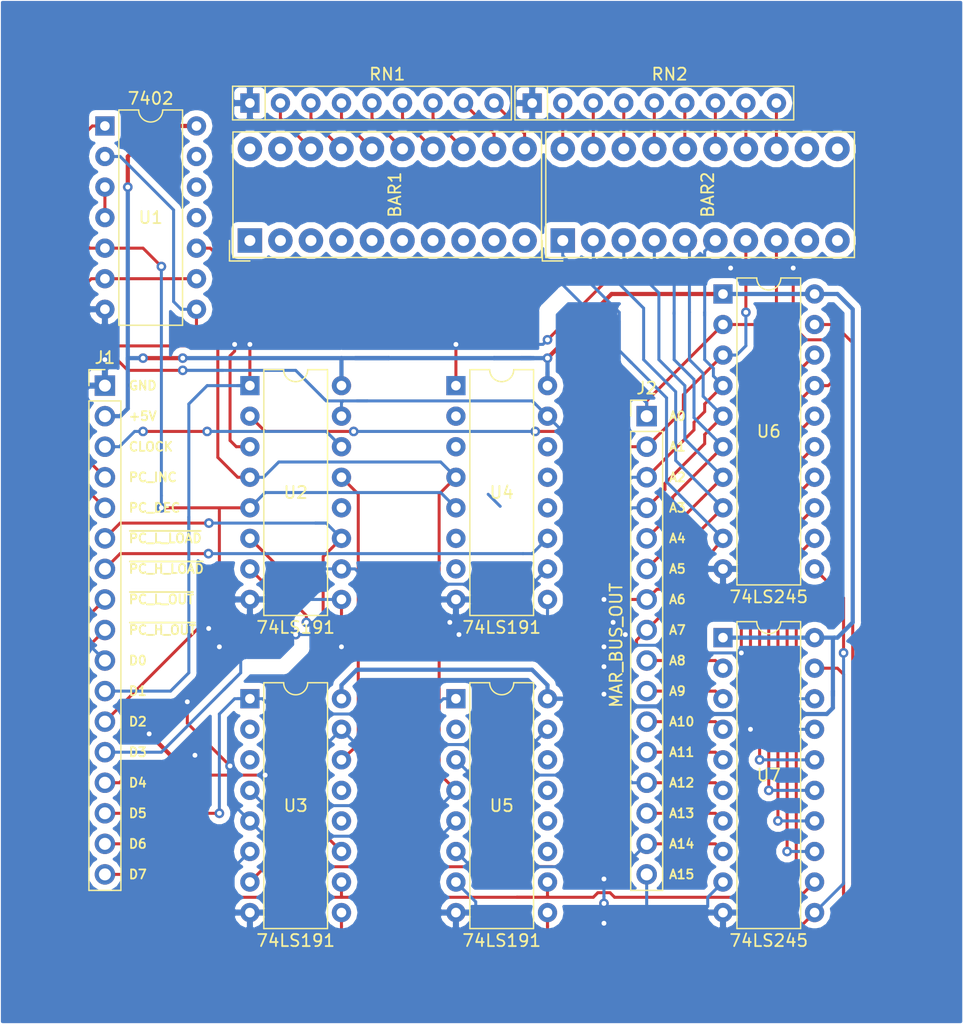
<source format=kicad_pcb>
(kicad_pcb (version 20171130) (host pcbnew 5.0.2+dfsg1-1)

  (general
    (thickness 1.6)
    (drawings 37)
    (tracks 621)
    (zones 0)
    (modules 13)
    (nets 69)
  )

  (page A4)
  (layers
    (0 F.Cu signal)
    (31 B.Cu signal)
    (32 B.Adhes user hide)
    (33 F.Adhes user hide)
    (34 B.Paste user hide)
    (35 F.Paste user hide)
    (36 B.SilkS user hide)
    (37 F.SilkS user)
    (38 B.Mask user hide)
    (39 F.Mask user hide)
    (40 Dwgs.User user hide)
    (41 Cmts.User user hide)
    (42 Eco1.User user hide)
    (43 Eco2.User user hide)
    (44 Edge.Cuts user)
    (45 Margin user)
    (46 B.CrtYd user hide)
    (47 F.CrtYd user hide)
    (48 B.Fab user hide)
    (49 F.Fab user hide)
  )

  (setup
    (last_trace_width 0.25)
    (trace_clearance 0.2)
    (zone_clearance 0.508)
    (zone_45_only no)
    (trace_min 0.2)
    (segment_width 0.2)
    (edge_width 0.15)
    (via_size 0.8)
    (via_drill 0.4)
    (via_min_size 0.4)
    (via_min_drill 0.3)
    (uvia_size 0.3)
    (uvia_drill 0.1)
    (uvias_allowed no)
    (uvia_min_size 0.2)
    (uvia_min_drill 0.1)
    (pcb_text_width 0.3)
    (pcb_text_size 1.5 1.5)
    (mod_edge_width 0.15)
    (mod_text_size 1 1)
    (mod_text_width 0.15)
    (pad_size 1.524 1.524)
    (pad_drill 0.762)
    (pad_to_mask_clearance 0.051)
    (solder_mask_min_width 0.25)
    (aux_axis_origin 0 0)
    (visible_elements FFFFFF7F)
    (pcbplotparams
      (layerselection 0x010fc_ffffffff)
      (usegerberextensions false)
      (usegerberattributes false)
      (usegerberadvancedattributes false)
      (creategerberjobfile false)
      (excludeedgelayer true)
      (linewidth 0.100000)
      (plotframeref false)
      (viasonmask false)
      (mode 1)
      (useauxorigin false)
      (hpglpennumber 1)
      (hpglpenspeed 20)
      (hpglpendiameter 15.000000)
      (psnegative false)
      (psa4output false)
      (plotreference true)
      (plotvalue true)
      (plotinvisibletext false)
      (padsonsilk false)
      (subtractmaskfromsilk false)
      (outputformat 1)
      (mirror false)
      (drillshape 1)
      (scaleselection 1)
      (outputdirectory ""))
  )

  (net 0 "")
  (net 1 GND)
  (net 2 "Net-(BAR1-Pad18)")
  (net 3 "Net-(BAR1-Pad17)")
  (net 4 "Net-(BAR1-Pad16)")
  (net 5 "Net-(BAR1-Pad15)")
  (net 6 "Net-(BAR1-Pad14)")
  (net 7 "Net-(BAR1-Pad13)")
  (net 8 "Net-(BAR1-Pad12)")
  (net 9 "Net-(BAR1-Pad11)")
  (net 10 "Net-(BAR2-Pad13)")
  (net 11 "Net-(BAR2-Pad14)")
  (net 12 "Net-(BAR2-Pad15)")
  (net 13 "Net-(BAR2-Pad16)")
  (net 14 "Net-(BAR2-Pad17)")
  (net 15 "Net-(BAR2-Pad18)")
  (net 16 "Net-(BAR2-Pad19)")
  (net 17 "Net-(BAR2-Pad20)")
  (net 18 +5V)
  (net 19 DATA_BUS7)
  (net 20 "Net-(BAR2-Pad8)")
  (net 21 DATA_BUS6)
  (net 22 "Net-(BAR2-Pad7)")
  (net 23 DATA_BUS5)
  (net 24 "Net-(BAR2-Pad6)")
  (net 25 DATA_BUS4)
  (net 26 "Net-(BAR2-Pad5)")
  (net 27 DATA_BUS3)
  (net 28 "Net-(BAR2-Pad4)")
  (net 29 DATA_BUS2)
  (net 30 "Net-(BAR2-Pad3)")
  (net 31 DATA_BUS1)
  (net 32 "Net-(BAR2-Pad2)")
  (net 33 DATA_BUS0)
  (net 34 "Net-(BAR2-Pad1)")
  (net 35 ~PC_L_OUT)
  (net 36 ~PC_H_OUT)
  (net 37 "Net-(BAR1-Pad3)")
  (net 38 "Net-(BAR1-Pad4)")
  (net 39 "Net-(BAR1-Pad5)")
  (net 40 "Net-(BAR1-Pad6)")
  (net 41 "Net-(BAR1-Pad7)")
  (net 42 "Net-(BAR1-Pad8)")
  (net 43 "Net-(BAR1-Pad9)")
  (net 44 "Net-(BAR1-Pad10)")
  (net 45 ~PC_L_LOAD)
  (net 46 ~CLK_EN)
  (net 47 "Net-(U2-Pad12)")
  (net 48 DOWN_~UP)
  (net 49 "Net-(U2-Pad13)")
  (net 50 CLOCK)
  (net 51 "Net-(U3-Pad13)")
  (net 52 "Net-(U3-Pad12)")
  (net 53 ~PC_H_LOAD)
  (net 54 "Net-(U4-Pad12)")
  (net 55 "Net-(U4-Pad13)")
  (net 56 "Net-(U5-Pad13)")
  (net 57 "Net-(U5-Pad12)")
  (net 58 PC_INC)
  (net 59 PC_DEC)
  (net 60 "Net-(U1-Pad3)")
  (net 61 "Net-(BAR1-Pad1)")
  (net 62 "Net-(BAR1-Pad2)")
  (net 63 "Net-(BAR1-Pad19)")
  (net 64 "Net-(BAR1-Pad20)")
  (net 65 "Net-(BAR2-Pad9)")
  (net 66 "Net-(BAR2-Pad10)")
  (net 67 "Net-(BAR2-Pad11)")
  (net 68 "Net-(BAR2-Pad12)")

  (net_class Default "This is the default net class."
    (clearance 0.2)
    (trace_width 0.25)
    (via_dia 0.8)
    (via_drill 0.4)
    (uvia_dia 0.3)
    (uvia_drill 0.1)
    (add_net CLOCK)
    (add_net DATA_BUS0)
    (add_net DATA_BUS1)
    (add_net DATA_BUS2)
    (add_net DATA_BUS3)
    (add_net DATA_BUS4)
    (add_net DATA_BUS5)
    (add_net DATA_BUS6)
    (add_net DATA_BUS7)
    (add_net DOWN_~UP)
    (add_net "Net-(BAR1-Pad1)")
    (add_net "Net-(BAR1-Pad10)")
    (add_net "Net-(BAR1-Pad11)")
    (add_net "Net-(BAR1-Pad12)")
    (add_net "Net-(BAR1-Pad13)")
    (add_net "Net-(BAR1-Pad14)")
    (add_net "Net-(BAR1-Pad15)")
    (add_net "Net-(BAR1-Pad16)")
    (add_net "Net-(BAR1-Pad17)")
    (add_net "Net-(BAR1-Pad18)")
    (add_net "Net-(BAR1-Pad19)")
    (add_net "Net-(BAR1-Pad2)")
    (add_net "Net-(BAR1-Pad20)")
    (add_net "Net-(BAR1-Pad3)")
    (add_net "Net-(BAR1-Pad4)")
    (add_net "Net-(BAR1-Pad5)")
    (add_net "Net-(BAR1-Pad6)")
    (add_net "Net-(BAR1-Pad7)")
    (add_net "Net-(BAR1-Pad8)")
    (add_net "Net-(BAR1-Pad9)")
    (add_net "Net-(BAR2-Pad1)")
    (add_net "Net-(BAR2-Pad10)")
    (add_net "Net-(BAR2-Pad11)")
    (add_net "Net-(BAR2-Pad12)")
    (add_net "Net-(BAR2-Pad13)")
    (add_net "Net-(BAR2-Pad14)")
    (add_net "Net-(BAR2-Pad15)")
    (add_net "Net-(BAR2-Pad16)")
    (add_net "Net-(BAR2-Pad17)")
    (add_net "Net-(BAR2-Pad18)")
    (add_net "Net-(BAR2-Pad19)")
    (add_net "Net-(BAR2-Pad2)")
    (add_net "Net-(BAR2-Pad20)")
    (add_net "Net-(BAR2-Pad3)")
    (add_net "Net-(BAR2-Pad4)")
    (add_net "Net-(BAR2-Pad5)")
    (add_net "Net-(BAR2-Pad6)")
    (add_net "Net-(BAR2-Pad7)")
    (add_net "Net-(BAR2-Pad8)")
    (add_net "Net-(BAR2-Pad9)")
    (add_net "Net-(U1-Pad3)")
    (add_net "Net-(U2-Pad12)")
    (add_net "Net-(U2-Pad13)")
    (add_net "Net-(U3-Pad12)")
    (add_net "Net-(U3-Pad13)")
    (add_net "Net-(U4-Pad12)")
    (add_net "Net-(U4-Pad13)")
    (add_net "Net-(U5-Pad12)")
    (add_net "Net-(U5-Pad13)")
    (add_net PC_DEC)
    (add_net PC_INC)
    (add_net ~CLK_EN)
    (add_net ~PC_H_LOAD)
    (add_net ~PC_H_OUT)
    (add_net ~PC_L_LOAD)
    (add_net ~PC_L_OUT)
  )

  (net_class Power ""
    (clearance 0.2)
    (trace_width 0.35)
    (via_dia 0.8)
    (via_drill 0.4)
    (uvia_dia 0.3)
    (uvia_drill 0.1)
    (add_net +5V)
    (add_net GND)
  )

  (module Package_DIP:DIP-16_W7.62mm (layer F.Cu) (tedit 5D39A496) (tstamp 5D464952)
    (at 62.865 46.99)
    (descr "16-lead though-hole mounted DIP package, row spacing 7.62 mm (300 mils)")
    (tags "THT DIP DIL PDIP 2.54mm 7.62mm 300mil")
    (path /5D3C45B4)
    (fp_text reference U4 (at 3.81 8.89) (layer F.SilkS)
      (effects (font (size 1 1) (thickness 0.15)))
    )
    (fp_text value 74LS191 (at 3.81 20.11) (layer F.SilkS)
      (effects (font (size 1 1) (thickness 0.15)))
    )
    (fp_arc (start 3.81 -1.33) (end 2.81 -1.33) (angle -180) (layer F.SilkS) (width 0.12))
    (fp_line (start 1.635 -1.27) (end 6.985 -1.27) (layer F.Fab) (width 0.1))
    (fp_line (start 6.985 -1.27) (end 6.985 19.05) (layer F.Fab) (width 0.1))
    (fp_line (start 6.985 19.05) (end 0.635 19.05) (layer F.Fab) (width 0.1))
    (fp_line (start 0.635 19.05) (end 0.635 -0.27) (layer F.Fab) (width 0.1))
    (fp_line (start 0.635 -0.27) (end 1.635 -1.27) (layer F.Fab) (width 0.1))
    (fp_line (start 2.81 -1.33) (end 1.16 -1.33) (layer F.SilkS) (width 0.12))
    (fp_line (start 1.16 -1.33) (end 1.16 19.11) (layer F.SilkS) (width 0.12))
    (fp_line (start 1.16 19.11) (end 6.46 19.11) (layer F.SilkS) (width 0.12))
    (fp_line (start 6.46 19.11) (end 6.46 -1.33) (layer F.SilkS) (width 0.12))
    (fp_line (start 6.46 -1.33) (end 4.81 -1.33) (layer F.SilkS) (width 0.12))
    (fp_line (start -1.1 -1.55) (end -1.1 19.3) (layer F.CrtYd) (width 0.05))
    (fp_line (start -1.1 19.3) (end 8.7 19.3) (layer F.CrtYd) (width 0.05))
    (fp_line (start 8.7 19.3) (end 8.7 -1.55) (layer F.CrtYd) (width 0.05))
    (fp_line (start 8.7 -1.55) (end -1.1 -1.55) (layer F.CrtYd) (width 0.05))
    (fp_text user %R (at 3.81 8.89) (layer F.Fab)
      (effects (font (size 1 1) (thickness 0.15)))
    )
    (pad 1 thru_hole rect (at 0 0) (size 1.6 1.6) (drill 0.8) (layers *.Cu *.Mask)
      (net 31 DATA_BUS1))
    (pad 9 thru_hole oval (at 7.62 17.78) (size 1.6 1.6) (drill 0.8) (layers *.Cu *.Mask)
      (net 27 DATA_BUS3))
    (pad 2 thru_hole oval (at 0 2.54) (size 1.6 1.6) (drill 0.8) (layers *.Cu *.Mask)
      (net 43 "Net-(BAR1-Pad9)"))
    (pad 10 thru_hole oval (at 7.62 15.24) (size 1.6 1.6) (drill 0.8) (layers *.Cu *.Mask)
      (net 29 DATA_BUS2))
    (pad 3 thru_hole oval (at 0 5.08) (size 1.6 1.6) (drill 0.8) (layers *.Cu *.Mask)
      (net 44 "Net-(BAR1-Pad10)"))
    (pad 11 thru_hole oval (at 7.62 12.7) (size 1.6 1.6) (drill 0.8) (layers *.Cu *.Mask)
      (net 53 ~PC_H_LOAD))
    (pad 4 thru_hole oval (at 0 7.62) (size 1.6 1.6) (drill 0.8) (layers *.Cu *.Mask)
      (net 46 ~CLK_EN))
    (pad 12 thru_hole oval (at 7.62 10.16) (size 1.6 1.6) (drill 0.8) (layers *.Cu *.Mask)
      (net 54 "Net-(U4-Pad12)"))
    (pad 5 thru_hole oval (at 0 10.16) (size 1.6 1.6) (drill 0.8) (layers *.Cu *.Mask)
      (net 48 DOWN_~UP))
    (pad 13 thru_hole oval (at 7.62 7.62) (size 1.6 1.6) (drill 0.8) (layers *.Cu *.Mask)
      (net 55 "Net-(U4-Pad13)"))
    (pad 6 thru_hole oval (at 0 12.7) (size 1.6 1.6) (drill 0.8) (layers *.Cu *.Mask)
      (net 42 "Net-(BAR1-Pad8)"))
    (pad 14 thru_hole oval (at 7.62 5.08) (size 1.6 1.6) (drill 0.8) (layers *.Cu *.Mask)
      (net 51 "Net-(U3-Pad13)"))
    (pad 7 thru_hole oval (at 0 15.24) (size 1.6 1.6) (drill 0.8) (layers *.Cu *.Mask)
      (net 41 "Net-(BAR1-Pad7)"))
    (pad 15 thru_hole oval (at 7.62 2.54) (size 1.6 1.6) (drill 0.8) (layers *.Cu *.Mask)
      (net 33 DATA_BUS0))
    (pad 8 thru_hole oval (at 0 17.78) (size 1.6 1.6) (drill 0.8) (layers *.Cu *.Mask)
      (net 1 GND))
    (pad 16 thru_hole oval (at 7.62 0) (size 1.6 1.6) (drill 0.8) (layers *.Cu *.Mask)
      (net 18 +5V))
    (model ${KISYS3DMOD}/Package_DIP.3dshapes/DIP-16_W7.62mm.wrl
      (at (xyz 0 0 0))
      (scale (xyz 1 1 1))
      (rotate (xyz 0 0 0))
    )
  )

  (module Connector_PinHeader_2.54mm:PinHeader_1x16_P2.54mm_Vertical (layer F.Cu) (tedit 5D39A3F7) (tstamp 5D39B1BA)
    (at 78.74 49.53)
    (descr "Through hole straight pin header, 1x16, 2.54mm pitch, single row")
    (tags "Through hole pin header THT 1x16 2.54mm single row")
    (path /5D3CCFEC)
    (fp_text reference J2 (at 0 -2.33) (layer F.SilkS)
      (effects (font (size 1 1) (thickness 0.15)))
    )
    (fp_text value MAR_BUS_OUT (at -2.54 19.05 90) (layer F.SilkS)
      (effects (font (size 1 1) (thickness 0.15)))
    )
    (fp_text user %R (at 0 19.05 90) (layer F.Fab)
      (effects (font (size 1 1) (thickness 0.15)))
    )
    (fp_line (start 1.8 -1.8) (end -1.8 -1.8) (layer F.CrtYd) (width 0.05))
    (fp_line (start 1.8 39.9) (end 1.8 -1.8) (layer F.CrtYd) (width 0.05))
    (fp_line (start -1.8 39.9) (end 1.8 39.9) (layer F.CrtYd) (width 0.05))
    (fp_line (start -1.8 -1.8) (end -1.8 39.9) (layer F.CrtYd) (width 0.05))
    (fp_line (start -1.33 -1.33) (end 0 -1.33) (layer F.SilkS) (width 0.12))
    (fp_line (start -1.33 0) (end -1.33 -1.33) (layer F.SilkS) (width 0.12))
    (fp_line (start -1.33 1.27) (end 1.33 1.27) (layer F.SilkS) (width 0.12))
    (fp_line (start 1.33 1.27) (end 1.33 39.43) (layer F.SilkS) (width 0.12))
    (fp_line (start -1.33 1.27) (end -1.33 39.43) (layer F.SilkS) (width 0.12))
    (fp_line (start -1.33 39.43) (end 1.33 39.43) (layer F.SilkS) (width 0.12))
    (fp_line (start -1.27 -0.635) (end -0.635 -1.27) (layer F.Fab) (width 0.1))
    (fp_line (start -1.27 39.37) (end -1.27 -0.635) (layer F.Fab) (width 0.1))
    (fp_line (start 1.27 39.37) (end -1.27 39.37) (layer F.Fab) (width 0.1))
    (fp_line (start 1.27 -1.27) (end 1.27 39.37) (layer F.Fab) (width 0.1))
    (fp_line (start -0.635 -1.27) (end 1.27 -1.27) (layer F.Fab) (width 0.1))
    (pad 16 thru_hole oval (at 0 38.1) (size 1.7 1.7) (drill 1) (layers *.Cu *.Mask)
      (net 37 "Net-(BAR1-Pad3)"))
    (pad 15 thru_hole oval (at 0 35.56) (size 1.7 1.7) (drill 1) (layers *.Cu *.Mask)
      (net 38 "Net-(BAR1-Pad4)"))
    (pad 14 thru_hole oval (at 0 33.02) (size 1.7 1.7) (drill 1) (layers *.Cu *.Mask)
      (net 39 "Net-(BAR1-Pad5)"))
    (pad 13 thru_hole oval (at 0 30.48) (size 1.7 1.7) (drill 1) (layers *.Cu *.Mask)
      (net 40 "Net-(BAR1-Pad6)"))
    (pad 12 thru_hole oval (at 0 27.94) (size 1.7 1.7) (drill 1) (layers *.Cu *.Mask)
      (net 41 "Net-(BAR1-Pad7)"))
    (pad 11 thru_hole oval (at 0 25.4) (size 1.7 1.7) (drill 1) (layers *.Cu *.Mask)
      (net 42 "Net-(BAR1-Pad8)"))
    (pad 10 thru_hole oval (at 0 22.86) (size 1.7 1.7) (drill 1) (layers *.Cu *.Mask)
      (net 43 "Net-(BAR1-Pad9)"))
    (pad 9 thru_hole oval (at 0 20.32) (size 1.7 1.7) (drill 1) (layers *.Cu *.Mask)
      (net 44 "Net-(BAR1-Pad10)"))
    (pad 8 thru_hole oval (at 0 17.78) (size 1.7 1.7) (drill 1) (layers *.Cu *.Mask)
      (net 34 "Net-(BAR2-Pad1)"))
    (pad 7 thru_hole oval (at 0 15.24) (size 1.7 1.7) (drill 1) (layers *.Cu *.Mask)
      (net 32 "Net-(BAR2-Pad2)"))
    (pad 6 thru_hole oval (at 0 12.7) (size 1.7 1.7) (drill 1) (layers *.Cu *.Mask)
      (net 30 "Net-(BAR2-Pad3)"))
    (pad 5 thru_hole oval (at 0 10.16) (size 1.7 1.7) (drill 1) (layers *.Cu *.Mask)
      (net 28 "Net-(BAR2-Pad4)"))
    (pad 4 thru_hole oval (at 0 7.62) (size 1.7 1.7) (drill 1) (layers *.Cu *.Mask)
      (net 26 "Net-(BAR2-Pad5)"))
    (pad 3 thru_hole oval (at 0 5.08) (size 1.7 1.7) (drill 1) (layers *.Cu *.Mask)
      (net 24 "Net-(BAR2-Pad6)"))
    (pad 2 thru_hole oval (at 0 2.54) (size 1.7 1.7) (drill 1) (layers *.Cu *.Mask)
      (net 22 "Net-(BAR2-Pad7)"))
    (pad 1 thru_hole rect (at 0 0) (size 1.7 1.7) (drill 1) (layers *.Cu *.Mask)
      (net 20 "Net-(BAR2-Pad8)"))
    (model ${KISYS3DMOD}/Connector_PinHeader_2.54mm.3dshapes/PinHeader_1x16_P2.54mm_Vertical.wrl
      (at (xyz 0 0 0))
      (scale (xyz 1 1 1))
      (rotate (xyz 0 0 0))
    )
  )

  (module Connector_PinHeader_2.54mm:PinHeader_1x17_P2.54mm_Vertical (layer F.Cu) (tedit 59FED5CC) (tstamp 5D462DDF)
    (at 33.655 46.99)
    (descr "Through hole straight pin header, 1x17, 2.54mm pitch, single row")
    (tags "Through hole pin header THT 1x17 2.54mm single row")
    (path /5D3D1890)
    (fp_text reference J1 (at 0 -2.33) (layer F.SilkS)
      (effects (font (size 1 1) (thickness 0.15)))
    )
    (fp_text value Conn_01x17_Male (at 0 42.97) (layer F.Fab)
      (effects (font (size 1 1) (thickness 0.15)))
    )
    (fp_line (start -0.635 -1.27) (end 1.27 -1.27) (layer F.Fab) (width 0.1))
    (fp_line (start 1.27 -1.27) (end 1.27 41.91) (layer F.Fab) (width 0.1))
    (fp_line (start 1.27 41.91) (end -1.27 41.91) (layer F.Fab) (width 0.1))
    (fp_line (start -1.27 41.91) (end -1.27 -0.635) (layer F.Fab) (width 0.1))
    (fp_line (start -1.27 -0.635) (end -0.635 -1.27) (layer F.Fab) (width 0.1))
    (fp_line (start -1.33 41.97) (end 1.33 41.97) (layer F.SilkS) (width 0.12))
    (fp_line (start -1.33 1.27) (end -1.33 41.97) (layer F.SilkS) (width 0.12))
    (fp_line (start 1.33 1.27) (end 1.33 41.97) (layer F.SilkS) (width 0.12))
    (fp_line (start -1.33 1.27) (end 1.33 1.27) (layer F.SilkS) (width 0.12))
    (fp_line (start -1.33 0) (end -1.33 -1.33) (layer F.SilkS) (width 0.12))
    (fp_line (start -1.33 -1.33) (end 0 -1.33) (layer F.SilkS) (width 0.12))
    (fp_line (start -1.8 -1.8) (end -1.8 42.45) (layer F.CrtYd) (width 0.05))
    (fp_line (start -1.8 42.45) (end 1.8 42.45) (layer F.CrtYd) (width 0.05))
    (fp_line (start 1.8 42.45) (end 1.8 -1.8) (layer F.CrtYd) (width 0.05))
    (fp_line (start 1.8 -1.8) (end -1.8 -1.8) (layer F.CrtYd) (width 0.05))
    (fp_text user %R (at 0 20.32 90) (layer F.Fab)
      (effects (font (size 1 1) (thickness 0.15)))
    )
    (pad 1 thru_hole rect (at 0 0) (size 1.7 1.7) (drill 1) (layers *.Cu *.Mask)
      (net 1 GND))
    (pad 2 thru_hole oval (at 0 2.54) (size 1.7 1.7) (drill 1) (layers *.Cu *.Mask)
      (net 18 +5V))
    (pad 3 thru_hole oval (at 0 5.08) (size 1.7 1.7) (drill 1) (layers *.Cu *.Mask)
      (net 50 CLOCK))
    (pad 4 thru_hole oval (at 0 7.62) (size 1.7 1.7) (drill 1) (layers *.Cu *.Mask)
      (net 58 PC_INC))
    (pad 5 thru_hole oval (at 0 10.16) (size 1.7 1.7) (drill 1) (layers *.Cu *.Mask)
      (net 59 PC_DEC))
    (pad 6 thru_hole oval (at 0 12.7) (size 1.7 1.7) (drill 1) (layers *.Cu *.Mask)
      (net 45 ~PC_L_LOAD))
    (pad 7 thru_hole oval (at 0 15.24) (size 1.7 1.7) (drill 1) (layers *.Cu *.Mask)
      (net 53 ~PC_H_LOAD))
    (pad 8 thru_hole oval (at 0 17.78) (size 1.7 1.7) (drill 1) (layers *.Cu *.Mask)
      (net 35 ~PC_L_OUT))
    (pad 9 thru_hole oval (at 0 20.32) (size 1.7 1.7) (drill 1) (layers *.Cu *.Mask)
      (net 36 ~PC_H_OUT))
    (pad 10 thru_hole oval (at 0 22.86) (size 1.7 1.7) (drill 1) (layers *.Cu *.Mask)
      (net 33 DATA_BUS0))
    (pad 11 thru_hole oval (at 0 25.4) (size 1.7 1.7) (drill 1) (layers *.Cu *.Mask)
      (net 31 DATA_BUS1))
    (pad 12 thru_hole oval (at 0 27.94) (size 1.7 1.7) (drill 1) (layers *.Cu *.Mask)
      (net 29 DATA_BUS2))
    (pad 13 thru_hole oval (at 0 30.48) (size 1.7 1.7) (drill 1) (layers *.Cu *.Mask)
      (net 27 DATA_BUS3))
    (pad 14 thru_hole oval (at 0 33.02) (size 1.7 1.7) (drill 1) (layers *.Cu *.Mask)
      (net 25 DATA_BUS4))
    (pad 15 thru_hole oval (at 0 35.56) (size 1.7 1.7) (drill 1) (layers *.Cu *.Mask)
      (net 23 DATA_BUS5))
    (pad 16 thru_hole oval (at 0 38.1) (size 1.7 1.7) (drill 1) (layers *.Cu *.Mask)
      (net 21 DATA_BUS6))
    (pad 17 thru_hole oval (at 0 40.64) (size 1.7 1.7) (drill 1) (layers *.Cu *.Mask)
      (net 19 DATA_BUS7))
    (model ${KISYS3DMOD}/Connector_PinHeader_2.54mm.3dshapes/PinHeader_1x17_P2.54mm_Vertical.wrl
      (at (xyz 0 0 0))
      (scale (xyz 1 1 1))
      (rotate (xyz 0 0 0))
    )
  )

  (module Display:HDSP-4830 (layer F.Cu) (tedit 5A02FE80) (tstamp 5D462DBA)
    (at 71.755 34.925 90)
    (descr "10-Element Red Bar Graph Array https://docs.broadcom.com/docs/AV02-1798EN")
    (tags "10-Element Red Bar Graph Array")
    (path /5DB5CD65)
    (fp_text reference BAR2 (at 3.81 12.065 90) (layer F.SilkS)
      (effects (font (size 1 1) (thickness 0.15)))
    )
    (fp_text value HDSP-4830_2 (at 2.89 25.22 90) (layer F.Fab)
      (effects (font (size 1 1) (thickness 0.15)))
    )
    (fp_line (start 9.03 -1.41) (end 9.03 24.27) (layer F.SilkS) (width 0.12))
    (fp_line (start -1.41 -1.41) (end 9.03 -1.41) (layer F.SilkS) (width 0.12))
    (fp_line (start -1.41 24.27) (end -1.41 -1.41) (layer F.SilkS) (width 0.12))
    (fp_line (start 9.03 24.27) (end -1.41 24.27) (layer F.SilkS) (width 0.12))
    (fp_line (start 0 -1.27) (end 8.89 -1.27) (layer F.Fab) (width 0.1))
    (fp_text user %R (at 4 12 90) (layer F.Fab)
      (effects (font (size 1 1) (thickness 0.1)))
    )
    (fp_line (start -1.27 0) (end -1.27 24.13) (layer F.Fab) (width 0.1))
    (fp_line (start -1.27 24.13) (end 8.89 24.13) (layer F.Fab) (width 0.1))
    (fp_line (start 8.89 -1.27) (end 8.89 24.13) (layer F.Fab) (width 0.1))
    (fp_line (start -1.52 -1.52) (end 9.14 -1.52) (layer F.CrtYd) (width 0.05))
    (fp_line (start -1.52 -1.52) (end -1.52 24.38) (layer F.CrtYd) (width 0.05))
    (fp_line (start 9.14 24.38) (end 9.14 -1.52) (layer F.CrtYd) (width 0.05))
    (fp_line (start -1.52 24.38) (end 9.14 24.38) (layer F.CrtYd) (width 0.05))
    (fp_line (start 0 -1.27) (end -1.27 0) (layer F.Fab) (width 0.1))
    (fp_line (start -1.7 -1.7) (end -1.7 0) (layer F.SilkS) (width 0.12))
    (fp_line (start 0 -1.7) (end -1.7 -1.7) (layer F.SilkS) (width 0.12))
    (pad 20 thru_hole circle (at 7.62 0) (size 2.032 2.032) (drill 0.9144) (layers *.Cu *.Mask)
      (net 17 "Net-(BAR2-Pad20)"))
    (pad 19 thru_hole circle (at 7.62 2.54) (size 2.032 2.032) (drill 0.9144) (layers *.Cu *.Mask)
      (net 16 "Net-(BAR2-Pad19)"))
    (pad 18 thru_hole circle (at 7.62 5.08) (size 2.032 2.032) (drill 0.9144) (layers *.Cu *.Mask)
      (net 15 "Net-(BAR2-Pad18)"))
    (pad 17 thru_hole circle (at 7.62 7.62) (size 2.032 2.032) (drill 0.9144) (layers *.Cu *.Mask)
      (net 14 "Net-(BAR2-Pad17)"))
    (pad 9 thru_hole circle (at 0 20.32) (size 2.032 2.032) (drill 0.9144) (layers *.Cu *.Mask)
      (net 65 "Net-(BAR2-Pad9)"))
    (pad 10 thru_hole circle (at 0 22.86) (size 2.032 2.032) (drill 0.9144) (layers *.Cu *.Mask)
      (net 66 "Net-(BAR2-Pad10)"))
    (pad 11 thru_hole circle (at 7.62 22.86) (size 2.032 2.032) (drill 0.9144) (layers *.Cu *.Mask)
      (net 67 "Net-(BAR2-Pad11)"))
    (pad 12 thru_hole circle (at 7.62 20.32) (size 2.032 2.032) (drill 0.9144) (layers *.Cu *.Mask)
      (net 68 "Net-(BAR2-Pad12)"))
    (pad 8 thru_hole circle (at 0 17.78) (size 2.032 2.032) (drill 0.9144) (layers *.Cu *.Mask)
      (net 20 "Net-(BAR2-Pad8)"))
    (pad 7 thru_hole circle (at 0 15.24) (size 2.032 2.032) (drill 0.9144) (layers *.Cu *.Mask)
      (net 22 "Net-(BAR2-Pad7)"))
    (pad 6 thru_hole circle (at 0 12.7) (size 2.032 2.032) (drill 0.9144) (layers *.Cu *.Mask)
      (net 24 "Net-(BAR2-Pad6)"))
    (pad 5 thru_hole circle (at 0 10.16) (size 2.032 2.032) (drill 0.9144) (layers *.Cu *.Mask)
      (net 26 "Net-(BAR2-Pad5)"))
    (pad 16 thru_hole circle (at 7.62 10.16) (size 2.032 2.032) (drill 0.9144) (layers *.Cu *.Mask)
      (net 13 "Net-(BAR2-Pad16)"))
    (pad 15 thru_hole circle (at 7.62 12.7) (size 2.032 2.032) (drill 0.9144) (layers *.Cu *.Mask)
      (net 12 "Net-(BAR2-Pad15)"))
    (pad 14 thru_hole circle (at 7.62 15.24) (size 2.032 2.032) (drill 0.9144) (layers *.Cu *.Mask)
      (net 11 "Net-(BAR2-Pad14)"))
    (pad 13 thru_hole circle (at 7.62 17.78) (size 2.032 2.032) (drill 0.9144) (layers *.Cu *.Mask)
      (net 10 "Net-(BAR2-Pad13)"))
    (pad 4 thru_hole circle (at 0 7.62) (size 2.032 2.032) (drill 0.9144) (layers *.Cu *.Mask)
      (net 28 "Net-(BAR2-Pad4)"))
    (pad 3 thru_hole circle (at 0 5.08) (size 2.032 2.032) (drill 0.9144) (layers *.Cu *.Mask)
      (net 30 "Net-(BAR2-Pad3)"))
    (pad 2 thru_hole circle (at 0 2.54) (size 2.032 2.032) (drill 0.9144) (layers *.Cu *.Mask)
      (net 32 "Net-(BAR2-Pad2)"))
    (pad 1 thru_hole rect (at 0 0) (size 2.032 2.032) (drill 0.9144) (layers *.Cu *.Mask)
      (net 34 "Net-(BAR2-Pad1)"))
    (model ${KISYS3DMOD}/Display.3dshapes/HDSP-4830.wrl
      (at (xyz 0 0 0))
      (scale (xyz 1 1 1))
      (rotate (xyz 0 0 0))
    )
  )

  (module Display:HDSP-4830 (layer F.Cu) (tedit 5A02FE80) (tstamp 5D462D92)
    (at 45.72 34.925 90)
    (descr "10-Element Red Bar Graph Array https://docs.broadcom.com/docs/AV02-1798EN")
    (tags "10-Element Red Bar Graph Array")
    (path /5D93650B)
    (fp_text reference BAR1 (at 3.81 12.065 90) (layer F.SilkS)
      (effects (font (size 1 1) (thickness 0.15)))
    )
    (fp_text value HDSP-4830_2 (at 2.89 25.22 90) (layer F.Fab)
      (effects (font (size 1 1) (thickness 0.15)))
    )
    (fp_line (start 0 -1.7) (end -1.7 -1.7) (layer F.SilkS) (width 0.12))
    (fp_line (start -1.7 -1.7) (end -1.7 0) (layer F.SilkS) (width 0.12))
    (fp_line (start 0 -1.27) (end -1.27 0) (layer F.Fab) (width 0.1))
    (fp_line (start -1.52 24.38) (end 9.14 24.38) (layer F.CrtYd) (width 0.05))
    (fp_line (start 9.14 24.38) (end 9.14 -1.52) (layer F.CrtYd) (width 0.05))
    (fp_line (start -1.52 -1.52) (end -1.52 24.38) (layer F.CrtYd) (width 0.05))
    (fp_line (start -1.52 -1.52) (end 9.14 -1.52) (layer F.CrtYd) (width 0.05))
    (fp_line (start 8.89 -1.27) (end 8.89 24.13) (layer F.Fab) (width 0.1))
    (fp_line (start -1.27 24.13) (end 8.89 24.13) (layer F.Fab) (width 0.1))
    (fp_line (start -1.27 0) (end -1.27 24.13) (layer F.Fab) (width 0.1))
    (fp_text user %R (at 4 12 90) (layer F.Fab)
      (effects (font (size 1 1) (thickness 0.1)))
    )
    (fp_line (start 0 -1.27) (end 8.89 -1.27) (layer F.Fab) (width 0.1))
    (fp_line (start 9.03 24.27) (end -1.41 24.27) (layer F.SilkS) (width 0.12))
    (fp_line (start -1.41 24.27) (end -1.41 -1.41) (layer F.SilkS) (width 0.12))
    (fp_line (start -1.41 -1.41) (end 9.03 -1.41) (layer F.SilkS) (width 0.12))
    (fp_line (start 9.03 -1.41) (end 9.03 24.27) (layer F.SilkS) (width 0.12))
    (pad 1 thru_hole rect (at 0 0) (size 2.032 2.032) (drill 0.9144) (layers *.Cu *.Mask)
      (net 61 "Net-(BAR1-Pad1)"))
    (pad 2 thru_hole circle (at 0 2.54) (size 2.032 2.032) (drill 0.9144) (layers *.Cu *.Mask)
      (net 62 "Net-(BAR1-Pad2)"))
    (pad 3 thru_hole circle (at 0 5.08) (size 2.032 2.032) (drill 0.9144) (layers *.Cu *.Mask)
      (net 37 "Net-(BAR1-Pad3)"))
    (pad 4 thru_hole circle (at 0 7.62) (size 2.032 2.032) (drill 0.9144) (layers *.Cu *.Mask)
      (net 38 "Net-(BAR1-Pad4)"))
    (pad 13 thru_hole circle (at 7.62 17.78) (size 2.032 2.032) (drill 0.9144) (layers *.Cu *.Mask)
      (net 7 "Net-(BAR1-Pad13)"))
    (pad 14 thru_hole circle (at 7.62 15.24) (size 2.032 2.032) (drill 0.9144) (layers *.Cu *.Mask)
      (net 6 "Net-(BAR1-Pad14)"))
    (pad 15 thru_hole circle (at 7.62 12.7) (size 2.032 2.032) (drill 0.9144) (layers *.Cu *.Mask)
      (net 5 "Net-(BAR1-Pad15)"))
    (pad 16 thru_hole circle (at 7.62 10.16) (size 2.032 2.032) (drill 0.9144) (layers *.Cu *.Mask)
      (net 4 "Net-(BAR1-Pad16)"))
    (pad 5 thru_hole circle (at 0 10.16) (size 2.032 2.032) (drill 0.9144) (layers *.Cu *.Mask)
      (net 39 "Net-(BAR1-Pad5)"))
    (pad 6 thru_hole circle (at 0 12.7) (size 2.032 2.032) (drill 0.9144) (layers *.Cu *.Mask)
      (net 40 "Net-(BAR1-Pad6)"))
    (pad 7 thru_hole circle (at 0 15.24) (size 2.032 2.032) (drill 0.9144) (layers *.Cu *.Mask)
      (net 41 "Net-(BAR1-Pad7)"))
    (pad 8 thru_hole circle (at 0 17.78) (size 2.032 2.032) (drill 0.9144) (layers *.Cu *.Mask)
      (net 42 "Net-(BAR1-Pad8)"))
    (pad 12 thru_hole circle (at 7.62 20.32) (size 2.032 2.032) (drill 0.9144) (layers *.Cu *.Mask)
      (net 8 "Net-(BAR1-Pad12)"))
    (pad 11 thru_hole circle (at 7.62 22.86) (size 2.032 2.032) (drill 0.9144) (layers *.Cu *.Mask)
      (net 9 "Net-(BAR1-Pad11)"))
    (pad 10 thru_hole circle (at 0 22.86) (size 2.032 2.032) (drill 0.9144) (layers *.Cu *.Mask)
      (net 44 "Net-(BAR1-Pad10)"))
    (pad 9 thru_hole circle (at 0 20.32) (size 2.032 2.032) (drill 0.9144) (layers *.Cu *.Mask)
      (net 43 "Net-(BAR1-Pad9)"))
    (pad 17 thru_hole circle (at 7.62 7.62) (size 2.032 2.032) (drill 0.9144) (layers *.Cu *.Mask)
      (net 3 "Net-(BAR1-Pad17)"))
    (pad 18 thru_hole circle (at 7.62 5.08) (size 2.032 2.032) (drill 0.9144) (layers *.Cu *.Mask)
      (net 2 "Net-(BAR1-Pad18)"))
    (pad 19 thru_hole circle (at 7.62 2.54) (size 2.032 2.032) (drill 0.9144) (layers *.Cu *.Mask)
      (net 63 "Net-(BAR1-Pad19)"))
    (pad 20 thru_hole circle (at 7.62 0) (size 2.032 2.032) (drill 0.9144) (layers *.Cu *.Mask)
      (net 64 "Net-(BAR1-Pad20)"))
    (model ${KISYS3DMOD}/Display.3dshapes/HDSP-4830.wrl
      (at (xyz 0 0 0))
      (scale (xyz 1 1 1))
      (rotate (xyz 0 0 0))
    )
  )

  (module Package_DIP:DIP-14_W7.62mm (layer F.Cu) (tedit 5D39B3EB) (tstamp 5D39B730)
    (at 33.655 25.4)
    (descr "14-lead though-hole mounted DIP package, row spacing 7.62 mm (300 mils)")
    (tags "THT DIP DIL PDIP 2.54mm 7.62mm 300mil")
    (path /5D3C46EC)
    (fp_text reference U1 (at 3.81 7.62) (layer F.SilkS)
      (effects (font (size 1 1) (thickness 0.15)))
    )
    (fp_text value 7402 (at 3.81 -2.286) (layer F.SilkS)
      (effects (font (size 1 1) (thickness 0.15)))
    )
    (fp_arc (start 3.81 -1.33) (end 2.81 -1.33) (angle -180) (layer F.SilkS) (width 0.12))
    (fp_line (start 1.635 -1.27) (end 6.985 -1.27) (layer F.Fab) (width 0.1))
    (fp_line (start 6.985 -1.27) (end 6.985 16.51) (layer F.Fab) (width 0.1))
    (fp_line (start 6.985 16.51) (end 0.635 16.51) (layer F.Fab) (width 0.1))
    (fp_line (start 0.635 16.51) (end 0.635 -0.27) (layer F.Fab) (width 0.1))
    (fp_line (start 0.635 -0.27) (end 1.635 -1.27) (layer F.Fab) (width 0.1))
    (fp_line (start 2.81 -1.33) (end 1.16 -1.33) (layer F.SilkS) (width 0.12))
    (fp_line (start 1.16 -1.33) (end 1.16 16.57) (layer F.SilkS) (width 0.12))
    (fp_line (start 1.16 16.57) (end 6.46 16.57) (layer F.SilkS) (width 0.12))
    (fp_line (start 6.46 16.57) (end 6.46 -1.33) (layer F.SilkS) (width 0.12))
    (fp_line (start 6.46 -1.33) (end 4.81 -1.33) (layer F.SilkS) (width 0.12))
    (fp_line (start -1.1 -1.55) (end -1.1 16.8) (layer F.CrtYd) (width 0.05))
    (fp_line (start -1.1 16.8) (end 8.7 16.8) (layer F.CrtYd) (width 0.05))
    (fp_line (start 8.7 16.8) (end 8.7 -1.55) (layer F.CrtYd) (width 0.05))
    (fp_line (start 8.7 -1.55) (end -1.1 -1.55) (layer F.CrtYd) (width 0.05))
    (fp_text user %R (at 3.81 7.62) (layer F.Fab)
      (effects (font (size 1 1) (thickness 0.15)))
    )
    (pad 1 thru_hole rect (at 0 0) (size 1.6 1.6) (drill 0.8) (layers *.Cu *.Mask)
      (net 48 DOWN_~UP))
    (pad 8 thru_hole oval (at 7.62 15.24) (size 1.6 1.6) (drill 0.8) (layers *.Cu *.Mask)
      (net 58 PC_INC))
    (pad 2 thru_hole oval (at 0 2.54) (size 1.6 1.6) (drill 0.8) (layers *.Cu *.Mask)
      (net 58 PC_INC))
    (pad 9 thru_hole oval (at 7.62 12.7) (size 1.6 1.6) (drill 0.8) (layers *.Cu *.Mask)
      (net 59 PC_DEC))
    (pad 3 thru_hole oval (at 0 5.08) (size 1.6 1.6) (drill 0.8) (layers *.Cu *.Mask)
      (net 60 "Net-(U1-Pad3)"))
    (pad 10 thru_hole oval (at 7.62 10.16) (size 1.6 1.6) (drill 0.8) (layers *.Cu *.Mask)
      (net 46 ~CLK_EN))
    (pad 4 thru_hole oval (at 0 7.62) (size 1.6 1.6) (drill 0.8) (layers *.Cu *.Mask)
      (net 60 "Net-(U1-Pad3)"))
    (pad 11 thru_hole oval (at 7.62 7.62) (size 1.6 1.6) (drill 0.8) (layers *.Cu *.Mask))
    (pad 5 thru_hole oval (at 0 10.16) (size 1.6 1.6) (drill 0.8) (layers *.Cu *.Mask)
      (net 48 DOWN_~UP))
    (pad 12 thru_hole oval (at 7.62 5.08) (size 1.6 1.6) (drill 0.8) (layers *.Cu *.Mask))
    (pad 6 thru_hole oval (at 0 12.7) (size 1.6 1.6) (drill 0.8) (layers *.Cu *.Mask)
      (net 59 PC_DEC))
    (pad 13 thru_hole oval (at 7.62 2.54) (size 1.6 1.6) (drill 0.8) (layers *.Cu *.Mask))
    (pad 7 thru_hole oval (at 0 15.24) (size 1.6 1.6) (drill 0.8) (layers *.Cu *.Mask)
      (net 1 GND))
    (pad 14 thru_hole oval (at 7.62 0) (size 1.6 1.6) (drill 0.8) (layers *.Cu *.Mask)
      (net 18 +5V))
    (model ${KISYS3DMOD}/Package_DIP.3dshapes/DIP-14_W7.62mm.wrl
      (at (xyz 0 0 0))
      (scale (xyz 1 1 1))
      (rotate (xyz 0 0 0))
    )
  )

  (module Package_DIP:DIP-16_W7.62mm (layer F.Cu) (tedit 5D39A47D) (tstamp 5D462D48)
    (at 62.865 73.025)
    (descr "16-lead though-hole mounted DIP package, row spacing 7.62 mm (300 mils)")
    (tags "THT DIP DIL PDIP 2.54mm 7.62mm 300mil")
    (path /5D3C45F4)
    (fp_text reference U5 (at 3.81 8.89) (layer F.SilkS)
      (effects (font (size 1 1) (thickness 0.15)))
    )
    (fp_text value 74LS191 (at 3.81 20.11) (layer F.SilkS)
      (effects (font (size 1 1) (thickness 0.15)))
    )
    (fp_text user %R (at 3.81 8.89) (layer F.Fab)
      (effects (font (size 1 1) (thickness 0.15)))
    )
    (fp_line (start 8.7 -1.55) (end -1.1 -1.55) (layer F.CrtYd) (width 0.05))
    (fp_line (start 8.7 19.3) (end 8.7 -1.55) (layer F.CrtYd) (width 0.05))
    (fp_line (start -1.1 19.3) (end 8.7 19.3) (layer F.CrtYd) (width 0.05))
    (fp_line (start -1.1 -1.55) (end -1.1 19.3) (layer F.CrtYd) (width 0.05))
    (fp_line (start 6.46 -1.33) (end 4.81 -1.33) (layer F.SilkS) (width 0.12))
    (fp_line (start 6.46 19.11) (end 6.46 -1.33) (layer F.SilkS) (width 0.12))
    (fp_line (start 1.16 19.11) (end 6.46 19.11) (layer F.SilkS) (width 0.12))
    (fp_line (start 1.16 -1.33) (end 1.16 19.11) (layer F.SilkS) (width 0.12))
    (fp_line (start 2.81 -1.33) (end 1.16 -1.33) (layer F.SilkS) (width 0.12))
    (fp_line (start 0.635 -0.27) (end 1.635 -1.27) (layer F.Fab) (width 0.1))
    (fp_line (start 0.635 19.05) (end 0.635 -0.27) (layer F.Fab) (width 0.1))
    (fp_line (start 6.985 19.05) (end 0.635 19.05) (layer F.Fab) (width 0.1))
    (fp_line (start 6.985 -1.27) (end 6.985 19.05) (layer F.Fab) (width 0.1))
    (fp_line (start 1.635 -1.27) (end 6.985 -1.27) (layer F.Fab) (width 0.1))
    (fp_arc (start 3.81 -1.33) (end 2.81 -1.33) (angle -180) (layer F.SilkS) (width 0.12))
    (pad 16 thru_hole oval (at 7.62 0) (size 1.6 1.6) (drill 0.8) (layers *.Cu *.Mask)
      (net 18 +5V))
    (pad 8 thru_hole oval (at 0 17.78) (size 1.6 1.6) (drill 0.8) (layers *.Cu *.Mask)
      (net 1 GND))
    (pad 15 thru_hole oval (at 7.62 2.54) (size 1.6 1.6) (drill 0.8) (layers *.Cu *.Mask)
      (net 25 DATA_BUS4))
    (pad 7 thru_hole oval (at 0 15.24) (size 1.6 1.6) (drill 0.8) (layers *.Cu *.Mask)
      (net 37 "Net-(BAR1-Pad3)"))
    (pad 14 thru_hole oval (at 7.62 5.08) (size 1.6 1.6) (drill 0.8) (layers *.Cu *.Mask)
      (net 55 "Net-(U4-Pad13)"))
    (pad 6 thru_hole oval (at 0 12.7) (size 1.6 1.6) (drill 0.8) (layers *.Cu *.Mask)
      (net 38 "Net-(BAR1-Pad4)"))
    (pad 13 thru_hole oval (at 7.62 7.62) (size 1.6 1.6) (drill 0.8) (layers *.Cu *.Mask)
      (net 56 "Net-(U5-Pad13)"))
    (pad 5 thru_hole oval (at 0 10.16) (size 1.6 1.6) (drill 0.8) (layers *.Cu *.Mask)
      (net 48 DOWN_~UP))
    (pad 12 thru_hole oval (at 7.62 10.16) (size 1.6 1.6) (drill 0.8) (layers *.Cu *.Mask)
      (net 57 "Net-(U5-Pad12)"))
    (pad 4 thru_hole oval (at 0 7.62) (size 1.6 1.6) (drill 0.8) (layers *.Cu *.Mask)
      (net 46 ~CLK_EN))
    (pad 11 thru_hole oval (at 7.62 12.7) (size 1.6 1.6) (drill 0.8) (layers *.Cu *.Mask)
      (net 53 ~PC_H_LOAD))
    (pad 3 thru_hole oval (at 0 5.08) (size 1.6 1.6) (drill 0.8) (layers *.Cu *.Mask)
      (net 40 "Net-(BAR1-Pad6)"))
    (pad 10 thru_hole oval (at 7.62 15.24) (size 1.6 1.6) (drill 0.8) (layers *.Cu *.Mask)
      (net 21 DATA_BUS6))
    (pad 2 thru_hole oval (at 0 2.54) (size 1.6 1.6) (drill 0.8) (layers *.Cu *.Mask)
      (net 39 "Net-(BAR1-Pad5)"))
    (pad 9 thru_hole oval (at 7.62 17.78) (size 1.6 1.6) (drill 0.8) (layers *.Cu *.Mask)
      (net 19 DATA_BUS7))
    (pad 1 thru_hole rect (at 0 0) (size 1.6 1.6) (drill 0.8) (layers *.Cu *.Mask)
      (net 23 DATA_BUS5))
    (model ${KISYS3DMOD}/Package_DIP.3dshapes/DIP-16_W7.62mm.wrl
      (at (xyz 0 0 0))
      (scale (xyz 1 1 1))
      (rotate (xyz 0 0 0))
    )
  )

  (module Package_DIP:DIP-16_W7.62mm (layer F.Cu) (tedit 5D39A48D) (tstamp 5D46818B)
    (at 45.72 73.025)
    (descr "16-lead though-hole mounted DIP package, row spacing 7.62 mm (300 mils)")
    (tags "THT DIP DIL PDIP 2.54mm 7.62mm 300mil")
    (path /5D3C4551)
    (fp_text reference U3 (at 3.81 8.89) (layer F.SilkS)
      (effects (font (size 1 1) (thickness 0.15)))
    )
    (fp_text value 74LS191 (at 3.81 20.11) (layer F.SilkS)
      (effects (font (size 1 1) (thickness 0.15)))
    )
    (fp_text user %R (at 3.81 8.89) (layer F.Fab)
      (effects (font (size 1 1) (thickness 0.15)))
    )
    (fp_line (start 8.7 -1.55) (end -1.1 -1.55) (layer F.CrtYd) (width 0.05))
    (fp_line (start 8.7 19.3) (end 8.7 -1.55) (layer F.CrtYd) (width 0.05))
    (fp_line (start -1.1 19.3) (end 8.7 19.3) (layer F.CrtYd) (width 0.05))
    (fp_line (start -1.1 -1.55) (end -1.1 19.3) (layer F.CrtYd) (width 0.05))
    (fp_line (start 6.46 -1.33) (end 4.81 -1.33) (layer F.SilkS) (width 0.12))
    (fp_line (start 6.46 19.11) (end 6.46 -1.33) (layer F.SilkS) (width 0.12))
    (fp_line (start 1.16 19.11) (end 6.46 19.11) (layer F.SilkS) (width 0.12))
    (fp_line (start 1.16 -1.33) (end 1.16 19.11) (layer F.SilkS) (width 0.12))
    (fp_line (start 2.81 -1.33) (end 1.16 -1.33) (layer F.SilkS) (width 0.12))
    (fp_line (start 0.635 -0.27) (end 1.635 -1.27) (layer F.Fab) (width 0.1))
    (fp_line (start 0.635 19.05) (end 0.635 -0.27) (layer F.Fab) (width 0.1))
    (fp_line (start 6.985 19.05) (end 0.635 19.05) (layer F.Fab) (width 0.1))
    (fp_line (start 6.985 -1.27) (end 6.985 19.05) (layer F.Fab) (width 0.1))
    (fp_line (start 1.635 -1.27) (end 6.985 -1.27) (layer F.Fab) (width 0.1))
    (fp_arc (start 3.81 -1.33) (end 2.81 -1.33) (angle -180) (layer F.SilkS) (width 0.12))
    (pad 16 thru_hole oval (at 7.62 0) (size 1.6 1.6) (drill 0.8) (layers *.Cu *.Mask)
      (net 18 +5V))
    (pad 8 thru_hole oval (at 0 17.78) (size 1.6 1.6) (drill 0.8) (layers *.Cu *.Mask)
      (net 1 GND))
    (pad 15 thru_hole oval (at 7.62 2.54) (size 1.6 1.6) (drill 0.8) (layers *.Cu *.Mask)
      (net 25 DATA_BUS4))
    (pad 7 thru_hole oval (at 0 15.24) (size 1.6 1.6) (drill 0.8) (layers *.Cu *.Mask)
      (net 34 "Net-(BAR2-Pad1)"))
    (pad 14 thru_hole oval (at 7.62 5.08) (size 1.6 1.6) (drill 0.8) (layers *.Cu *.Mask)
      (net 49 "Net-(U2-Pad13)"))
    (pad 6 thru_hole oval (at 0 12.7) (size 1.6 1.6) (drill 0.8) (layers *.Cu *.Mask)
      (net 32 "Net-(BAR2-Pad2)"))
    (pad 13 thru_hole oval (at 7.62 7.62) (size 1.6 1.6) (drill 0.8) (layers *.Cu *.Mask)
      (net 51 "Net-(U3-Pad13)"))
    (pad 5 thru_hole oval (at 0 10.16) (size 1.6 1.6) (drill 0.8) (layers *.Cu *.Mask)
      (net 48 DOWN_~UP))
    (pad 12 thru_hole oval (at 7.62 10.16) (size 1.6 1.6) (drill 0.8) (layers *.Cu *.Mask)
      (net 52 "Net-(U3-Pad12)"))
    (pad 4 thru_hole oval (at 0 7.62) (size 1.6 1.6) (drill 0.8) (layers *.Cu *.Mask)
      (net 46 ~CLK_EN))
    (pad 11 thru_hole oval (at 7.62 12.7) (size 1.6 1.6) (drill 0.8) (layers *.Cu *.Mask)
      (net 45 ~PC_L_LOAD))
    (pad 3 thru_hole oval (at 0 5.08) (size 1.6 1.6) (drill 0.8) (layers *.Cu *.Mask)
      (net 28 "Net-(BAR2-Pad4)"))
    (pad 10 thru_hole oval (at 7.62 15.24) (size 1.6 1.6) (drill 0.8) (layers *.Cu *.Mask)
      (net 21 DATA_BUS6))
    (pad 2 thru_hole oval (at 0 2.54) (size 1.6 1.6) (drill 0.8) (layers *.Cu *.Mask)
      (net 30 "Net-(BAR2-Pad3)"))
    (pad 9 thru_hole oval (at 7.62 17.78) (size 1.6 1.6) (drill 0.8) (layers *.Cu *.Mask)
      (net 19 DATA_BUS7))
    (pad 1 thru_hole rect (at 0 0) (size 1.6 1.6) (drill 0.8) (layers *.Cu *.Mask)
      (net 23 DATA_BUS5))
    (model ${KISYS3DMOD}/Package_DIP.3dshapes/DIP-16_W7.62mm.wrl
      (at (xyz 0 0 0))
      (scale (xyz 1 1 1))
      (rotate (xyz 0 0 0))
    )
  )

  (module Package_DIP:DIP-16_W7.62mm (layer F.Cu) (tedit 5D39A475) (tstamp 5D462CDC)
    (at 45.72 46.99)
    (descr "16-lead though-hole mounted DIP package, row spacing 7.62 mm (300 mils)")
    (tags "THT DIP DIL PDIP 2.54mm 7.62mm 300mil")
    (path /5D3C442B)
    (fp_text reference U2 (at 3.81 8.89) (layer F.SilkS)
      (effects (font (size 1 1) (thickness 0.15)))
    )
    (fp_text value 74LS191 (at 3.81 20.11) (layer F.SilkS)
      (effects (font (size 1 1) (thickness 0.15)))
    )
    (fp_arc (start 3.81 -1.33) (end 2.81 -1.33) (angle -180) (layer F.SilkS) (width 0.12))
    (fp_line (start 1.635 -1.27) (end 6.985 -1.27) (layer F.Fab) (width 0.1))
    (fp_line (start 6.985 -1.27) (end 6.985 19.05) (layer F.Fab) (width 0.1))
    (fp_line (start 6.985 19.05) (end 0.635 19.05) (layer F.Fab) (width 0.1))
    (fp_line (start 0.635 19.05) (end 0.635 -0.27) (layer F.Fab) (width 0.1))
    (fp_line (start 0.635 -0.27) (end 1.635 -1.27) (layer F.Fab) (width 0.1))
    (fp_line (start 2.81 -1.33) (end 1.16 -1.33) (layer F.SilkS) (width 0.12))
    (fp_line (start 1.16 -1.33) (end 1.16 19.11) (layer F.SilkS) (width 0.12))
    (fp_line (start 1.16 19.11) (end 6.46 19.11) (layer F.SilkS) (width 0.12))
    (fp_line (start 6.46 19.11) (end 6.46 -1.33) (layer F.SilkS) (width 0.12))
    (fp_line (start 6.46 -1.33) (end 4.81 -1.33) (layer F.SilkS) (width 0.12))
    (fp_line (start -1.1 -1.55) (end -1.1 19.3) (layer F.CrtYd) (width 0.05))
    (fp_line (start -1.1 19.3) (end 8.7 19.3) (layer F.CrtYd) (width 0.05))
    (fp_line (start 8.7 19.3) (end 8.7 -1.55) (layer F.CrtYd) (width 0.05))
    (fp_line (start 8.7 -1.55) (end -1.1 -1.55) (layer F.CrtYd) (width 0.05))
    (fp_text user %R (at 3.81 8.89) (layer F.Fab)
      (effects (font (size 1 1) (thickness 0.15)))
    )
    (pad 1 thru_hole rect (at 0 0) (size 1.6 1.6) (drill 0.8) (layers *.Cu *.Mask)
      (net 31 DATA_BUS1))
    (pad 9 thru_hole oval (at 7.62 17.78) (size 1.6 1.6) (drill 0.8) (layers *.Cu *.Mask)
      (net 27 DATA_BUS3))
    (pad 2 thru_hole oval (at 0 2.54) (size 1.6 1.6) (drill 0.8) (layers *.Cu *.Mask)
      (net 22 "Net-(BAR2-Pad7)"))
    (pad 10 thru_hole oval (at 7.62 15.24) (size 1.6 1.6) (drill 0.8) (layers *.Cu *.Mask)
      (net 29 DATA_BUS2))
    (pad 3 thru_hole oval (at 0 5.08) (size 1.6 1.6) (drill 0.8) (layers *.Cu *.Mask)
      (net 20 "Net-(BAR2-Pad8)"))
    (pad 11 thru_hole oval (at 7.62 12.7) (size 1.6 1.6) (drill 0.8) (layers *.Cu *.Mask)
      (net 45 ~PC_L_LOAD))
    (pad 4 thru_hole oval (at 0 7.62) (size 1.6 1.6) (drill 0.8) (layers *.Cu *.Mask)
      (net 46 ~CLK_EN))
    (pad 12 thru_hole oval (at 7.62 10.16) (size 1.6 1.6) (drill 0.8) (layers *.Cu *.Mask)
      (net 47 "Net-(U2-Pad12)"))
    (pad 5 thru_hole oval (at 0 10.16) (size 1.6 1.6) (drill 0.8) (layers *.Cu *.Mask)
      (net 48 DOWN_~UP))
    (pad 13 thru_hole oval (at 7.62 7.62) (size 1.6 1.6) (drill 0.8) (layers *.Cu *.Mask)
      (net 49 "Net-(U2-Pad13)"))
    (pad 6 thru_hole oval (at 0 12.7) (size 1.6 1.6) (drill 0.8) (layers *.Cu *.Mask)
      (net 24 "Net-(BAR2-Pad6)"))
    (pad 14 thru_hole oval (at 7.62 5.08) (size 1.6 1.6) (drill 0.8) (layers *.Cu *.Mask)
      (net 50 CLOCK))
    (pad 7 thru_hole oval (at 0 15.24) (size 1.6 1.6) (drill 0.8) (layers *.Cu *.Mask)
      (net 26 "Net-(BAR2-Pad5)"))
    (pad 15 thru_hole oval (at 7.62 2.54) (size 1.6 1.6) (drill 0.8) (layers *.Cu *.Mask)
      (net 33 DATA_BUS0))
    (pad 8 thru_hole oval (at 0 17.78) (size 1.6 1.6) (drill 0.8) (layers *.Cu *.Mask)
      (net 1 GND))
    (pad 16 thru_hole oval (at 7.62 0) (size 1.6 1.6) (drill 0.8) (layers *.Cu *.Mask)
      (net 18 +5V))
    (model ${KISYS3DMOD}/Package_DIP.3dshapes/DIP-16_W7.62mm.wrl
      (at (xyz 0 0 0))
      (scale (xyz 1 1 1))
      (rotate (xyz 0 0 0))
    )
  )

  (module Package_DIP:DIP-20_W7.62mm (layer F.Cu) (tedit 5D39A49D) (tstamp 5D462CB8)
    (at 85.09 67.945)
    (descr "20-lead though-hole mounted DIP package, row spacing 7.62 mm (300 mils)")
    (tags "THT DIP DIL PDIP 2.54mm 7.62mm 300mil")
    (path /5D63C30B)
    (fp_text reference U7 (at 3.81 11.43) (layer F.SilkS)
      (effects (font (size 1 1) (thickness 0.15)))
    )
    (fp_text value 74LS245 (at 3.81 25.19) (layer F.SilkS)
      (effects (font (size 1 1) (thickness 0.15)))
    )
    (fp_text user %R (at 3.81 11.43) (layer F.Fab)
      (effects (font (size 1 1) (thickness 0.15)))
    )
    (fp_line (start 8.7 -1.55) (end -1.1 -1.55) (layer F.CrtYd) (width 0.05))
    (fp_line (start 8.7 24.4) (end 8.7 -1.55) (layer F.CrtYd) (width 0.05))
    (fp_line (start -1.1 24.4) (end 8.7 24.4) (layer F.CrtYd) (width 0.05))
    (fp_line (start -1.1 -1.55) (end -1.1 24.4) (layer F.CrtYd) (width 0.05))
    (fp_line (start 6.46 -1.33) (end 4.81 -1.33) (layer F.SilkS) (width 0.12))
    (fp_line (start 6.46 24.19) (end 6.46 -1.33) (layer F.SilkS) (width 0.12))
    (fp_line (start 1.16 24.19) (end 6.46 24.19) (layer F.SilkS) (width 0.12))
    (fp_line (start 1.16 -1.33) (end 1.16 24.19) (layer F.SilkS) (width 0.12))
    (fp_line (start 2.81 -1.33) (end 1.16 -1.33) (layer F.SilkS) (width 0.12))
    (fp_line (start 0.635 -0.27) (end 1.635 -1.27) (layer F.Fab) (width 0.1))
    (fp_line (start 0.635 24.13) (end 0.635 -0.27) (layer F.Fab) (width 0.1))
    (fp_line (start 6.985 24.13) (end 0.635 24.13) (layer F.Fab) (width 0.1))
    (fp_line (start 6.985 -1.27) (end 6.985 24.13) (layer F.Fab) (width 0.1))
    (fp_line (start 1.635 -1.27) (end 6.985 -1.27) (layer F.Fab) (width 0.1))
    (fp_arc (start 3.81 -1.33) (end 2.81 -1.33) (angle -180) (layer F.SilkS) (width 0.12))
    (pad 20 thru_hole oval (at 7.62 0) (size 1.6 1.6) (drill 0.8) (layers *.Cu *.Mask)
      (net 18 +5V))
    (pad 10 thru_hole oval (at 0 22.86) (size 1.6 1.6) (drill 0.8) (layers *.Cu *.Mask)
      (net 1 GND))
    (pad 19 thru_hole oval (at 7.62 2.54) (size 1.6 1.6) (drill 0.8) (layers *.Cu *.Mask)
      (net 36 ~PC_H_OUT))
    (pad 9 thru_hole oval (at 0 20.32) (size 1.6 1.6) (drill 0.8) (layers *.Cu *.Mask)
      (net 37 "Net-(BAR1-Pad3)"))
    (pad 18 thru_hole oval (at 7.62 5.08) (size 1.6 1.6) (drill 0.8) (layers *.Cu *.Mask)
      (net 33 DATA_BUS0))
    (pad 8 thru_hole oval (at 0 17.78) (size 1.6 1.6) (drill 0.8) (layers *.Cu *.Mask)
      (net 38 "Net-(BAR1-Pad4)"))
    (pad 17 thru_hole oval (at 7.62 7.62) (size 1.6 1.6) (drill 0.8) (layers *.Cu *.Mask)
      (net 31 DATA_BUS1))
    (pad 7 thru_hole oval (at 0 15.24) (size 1.6 1.6) (drill 0.8) (layers *.Cu *.Mask)
      (net 39 "Net-(BAR1-Pad5)"))
    (pad 16 thru_hole oval (at 7.62 10.16) (size 1.6 1.6) (drill 0.8) (layers *.Cu *.Mask)
      (net 29 DATA_BUS2))
    (pad 6 thru_hole oval (at 0 12.7) (size 1.6 1.6) (drill 0.8) (layers *.Cu *.Mask)
      (net 40 "Net-(BAR1-Pad6)"))
    (pad 15 thru_hole oval (at 7.62 12.7) (size 1.6 1.6) (drill 0.8) (layers *.Cu *.Mask)
      (net 27 DATA_BUS3))
    (pad 5 thru_hole oval (at 0 10.16) (size 1.6 1.6) (drill 0.8) (layers *.Cu *.Mask)
      (net 41 "Net-(BAR1-Pad7)"))
    (pad 14 thru_hole oval (at 7.62 15.24) (size 1.6 1.6) (drill 0.8) (layers *.Cu *.Mask)
      (net 25 DATA_BUS4))
    (pad 4 thru_hole oval (at 0 7.62) (size 1.6 1.6) (drill 0.8) (layers *.Cu *.Mask)
      (net 42 "Net-(BAR1-Pad8)"))
    (pad 13 thru_hole oval (at 7.62 17.78) (size 1.6 1.6) (drill 0.8) (layers *.Cu *.Mask)
      (net 23 DATA_BUS5))
    (pad 3 thru_hole oval (at 0 5.08) (size 1.6 1.6) (drill 0.8) (layers *.Cu *.Mask)
      (net 43 "Net-(BAR1-Pad9)"))
    (pad 12 thru_hole oval (at 7.62 20.32) (size 1.6 1.6) (drill 0.8) (layers *.Cu *.Mask)
      (net 21 DATA_BUS6))
    (pad 2 thru_hole oval (at 0 2.54) (size 1.6 1.6) (drill 0.8) (layers *.Cu *.Mask)
      (net 44 "Net-(BAR1-Pad10)"))
    (pad 11 thru_hole oval (at 7.62 22.86) (size 1.6 1.6) (drill 0.8) (layers *.Cu *.Mask)
      (net 19 DATA_BUS7))
    (pad 1 thru_hole rect (at 0 0) (size 1.6 1.6) (drill 0.8) (layers *.Cu *.Mask)
      (net 18 +5V))
    (model ${KISYS3DMOD}/Package_DIP.3dshapes/DIP-20_W7.62mm.wrl
      (at (xyz 0 0 0))
      (scale (xyz 1 1 1))
      (rotate (xyz 0 0 0))
    )
  )

  (module Package_DIP:DIP-20_W7.62mm (layer F.Cu) (tedit 5D39A4A6) (tstamp 5D462C90)
    (at 85.09 39.37)
    (descr "20-lead though-hole mounted DIP package, row spacing 7.62 mm (300 mils)")
    (tags "THT DIP DIL PDIP 2.54mm 7.62mm 300mil")
    (path /5D63C291)
    (fp_text reference U6 (at 3.81 11.43) (layer F.SilkS)
      (effects (font (size 1 1) (thickness 0.15)))
    )
    (fp_text value 74LS245 (at 3.81 25.19) (layer F.SilkS)
      (effects (font (size 1 1) (thickness 0.15)))
    )
    (fp_arc (start 3.81 -1.33) (end 2.81 -1.33) (angle -180) (layer F.SilkS) (width 0.12))
    (fp_line (start 1.635 -1.27) (end 6.985 -1.27) (layer F.Fab) (width 0.1))
    (fp_line (start 6.985 -1.27) (end 6.985 24.13) (layer F.Fab) (width 0.1))
    (fp_line (start 6.985 24.13) (end 0.635 24.13) (layer F.Fab) (width 0.1))
    (fp_line (start 0.635 24.13) (end 0.635 -0.27) (layer F.Fab) (width 0.1))
    (fp_line (start 0.635 -0.27) (end 1.635 -1.27) (layer F.Fab) (width 0.1))
    (fp_line (start 2.81 -1.33) (end 1.16 -1.33) (layer F.SilkS) (width 0.12))
    (fp_line (start 1.16 -1.33) (end 1.16 24.19) (layer F.SilkS) (width 0.12))
    (fp_line (start 1.16 24.19) (end 6.46 24.19) (layer F.SilkS) (width 0.12))
    (fp_line (start 6.46 24.19) (end 6.46 -1.33) (layer F.SilkS) (width 0.12))
    (fp_line (start 6.46 -1.33) (end 4.81 -1.33) (layer F.SilkS) (width 0.12))
    (fp_line (start -1.1 -1.55) (end -1.1 24.4) (layer F.CrtYd) (width 0.05))
    (fp_line (start -1.1 24.4) (end 8.7 24.4) (layer F.CrtYd) (width 0.05))
    (fp_line (start 8.7 24.4) (end 8.7 -1.55) (layer F.CrtYd) (width 0.05))
    (fp_line (start 8.7 -1.55) (end -1.1 -1.55) (layer F.CrtYd) (width 0.05))
    (fp_text user %R (at 3.81 11.43) (layer F.Fab)
      (effects (font (size 1 1) (thickness 0.15)))
    )
    (pad 1 thru_hole rect (at 0 0) (size 1.6 1.6) (drill 0.8) (layers *.Cu *.Mask)
      (net 18 +5V))
    (pad 11 thru_hole oval (at 7.62 22.86) (size 1.6 1.6) (drill 0.8) (layers *.Cu *.Mask)
      (net 19 DATA_BUS7))
    (pad 2 thru_hole oval (at 0 2.54) (size 1.6 1.6) (drill 0.8) (layers *.Cu *.Mask)
      (net 20 "Net-(BAR2-Pad8)"))
    (pad 12 thru_hole oval (at 7.62 20.32) (size 1.6 1.6) (drill 0.8) (layers *.Cu *.Mask)
      (net 21 DATA_BUS6))
    (pad 3 thru_hole oval (at 0 5.08) (size 1.6 1.6) (drill 0.8) (layers *.Cu *.Mask)
      (net 22 "Net-(BAR2-Pad7)"))
    (pad 13 thru_hole oval (at 7.62 17.78) (size 1.6 1.6) (drill 0.8) (layers *.Cu *.Mask)
      (net 23 DATA_BUS5))
    (pad 4 thru_hole oval (at 0 7.62) (size 1.6 1.6) (drill 0.8) (layers *.Cu *.Mask)
      (net 24 "Net-(BAR2-Pad6)"))
    (pad 14 thru_hole oval (at 7.62 15.24) (size 1.6 1.6) (drill 0.8) (layers *.Cu *.Mask)
      (net 25 DATA_BUS4))
    (pad 5 thru_hole oval (at 0 10.16) (size 1.6 1.6) (drill 0.8) (layers *.Cu *.Mask)
      (net 26 "Net-(BAR2-Pad5)"))
    (pad 15 thru_hole oval (at 7.62 12.7) (size 1.6 1.6) (drill 0.8) (layers *.Cu *.Mask)
      (net 27 DATA_BUS3))
    (pad 6 thru_hole oval (at 0 12.7) (size 1.6 1.6) (drill 0.8) (layers *.Cu *.Mask)
      (net 28 "Net-(BAR2-Pad4)"))
    (pad 16 thru_hole oval (at 7.62 10.16) (size 1.6 1.6) (drill 0.8) (layers *.Cu *.Mask)
      (net 29 DATA_BUS2))
    (pad 7 thru_hole oval (at 0 15.24) (size 1.6 1.6) (drill 0.8) (layers *.Cu *.Mask)
      (net 30 "Net-(BAR2-Pad3)"))
    (pad 17 thru_hole oval (at 7.62 7.62) (size 1.6 1.6) (drill 0.8) (layers *.Cu *.Mask)
      (net 31 DATA_BUS1))
    (pad 8 thru_hole oval (at 0 17.78) (size 1.6 1.6) (drill 0.8) (layers *.Cu *.Mask)
      (net 32 "Net-(BAR2-Pad2)"))
    (pad 18 thru_hole oval (at 7.62 5.08) (size 1.6 1.6) (drill 0.8) (layers *.Cu *.Mask)
      (net 33 DATA_BUS0))
    (pad 9 thru_hole oval (at 0 20.32) (size 1.6 1.6) (drill 0.8) (layers *.Cu *.Mask)
      (net 34 "Net-(BAR2-Pad1)"))
    (pad 19 thru_hole oval (at 7.62 2.54) (size 1.6 1.6) (drill 0.8) (layers *.Cu *.Mask)
      (net 35 ~PC_L_OUT))
    (pad 10 thru_hole oval (at 0 22.86) (size 1.6 1.6) (drill 0.8) (layers *.Cu *.Mask)
      (net 1 GND))
    (pad 20 thru_hole oval (at 7.62 0) (size 1.6 1.6) (drill 0.8) (layers *.Cu *.Mask)
      (net 18 +5V))
    (model ${KISYS3DMOD}/Package_DIP.3dshapes/DIP-20_W7.62mm.wrl
      (at (xyz 0 0 0))
      (scale (xyz 1 1 1))
      (rotate (xyz 0 0 0))
    )
  )

  (module Resistor_THT:R_Array_SIP9 (layer F.Cu) (tedit 5A14249F) (tstamp 5D46804D)
    (at 69.215 23.495)
    (descr "9-pin Resistor SIP pack")
    (tags R)
    (path /5DD466C3)
    (fp_text reference RN2 (at 11.43 -2.4) (layer F.SilkS)
      (effects (font (size 1 1) (thickness 0.15)))
    )
    (fp_text value 470 (at 11.43 2.4) (layer F.Fab)
      (effects (font (size 1 1) (thickness 0.15)))
    )
    (fp_line (start 22.05 -1.65) (end -1.7 -1.65) (layer F.CrtYd) (width 0.05))
    (fp_line (start 22.05 1.65) (end 22.05 -1.65) (layer F.CrtYd) (width 0.05))
    (fp_line (start -1.7 1.65) (end 22.05 1.65) (layer F.CrtYd) (width 0.05))
    (fp_line (start -1.7 -1.65) (end -1.7 1.65) (layer F.CrtYd) (width 0.05))
    (fp_line (start 1.27 -1.4) (end 1.27 1.4) (layer F.SilkS) (width 0.12))
    (fp_line (start 21.76 -1.4) (end -1.44 -1.4) (layer F.SilkS) (width 0.12))
    (fp_line (start 21.76 1.4) (end 21.76 -1.4) (layer F.SilkS) (width 0.12))
    (fp_line (start -1.44 1.4) (end 21.76 1.4) (layer F.SilkS) (width 0.12))
    (fp_line (start -1.44 -1.4) (end -1.44 1.4) (layer F.SilkS) (width 0.12))
    (fp_line (start 1.27 -1.25) (end 1.27 1.25) (layer F.Fab) (width 0.1))
    (fp_line (start 21.61 -1.25) (end -1.29 -1.25) (layer F.Fab) (width 0.1))
    (fp_line (start 21.61 1.25) (end 21.61 -1.25) (layer F.Fab) (width 0.1))
    (fp_line (start -1.29 1.25) (end 21.61 1.25) (layer F.Fab) (width 0.1))
    (fp_line (start -1.29 -1.25) (end -1.29 1.25) (layer F.Fab) (width 0.1))
    (fp_text user %R (at 10.16 0) (layer F.Fab)
      (effects (font (size 1 1) (thickness 0.15)))
    )
    (pad 9 thru_hole oval (at 20.32 0) (size 1.6 1.6) (drill 0.8) (layers *.Cu *.Mask)
      (net 10 "Net-(BAR2-Pad13)"))
    (pad 8 thru_hole oval (at 17.78 0) (size 1.6 1.6) (drill 0.8) (layers *.Cu *.Mask)
      (net 11 "Net-(BAR2-Pad14)"))
    (pad 7 thru_hole oval (at 15.24 0) (size 1.6 1.6) (drill 0.8) (layers *.Cu *.Mask)
      (net 12 "Net-(BAR2-Pad15)"))
    (pad 6 thru_hole oval (at 12.7 0) (size 1.6 1.6) (drill 0.8) (layers *.Cu *.Mask)
      (net 13 "Net-(BAR2-Pad16)"))
    (pad 5 thru_hole oval (at 10.16 0) (size 1.6 1.6) (drill 0.8) (layers *.Cu *.Mask)
      (net 14 "Net-(BAR2-Pad17)"))
    (pad 4 thru_hole oval (at 7.62 0) (size 1.6 1.6) (drill 0.8) (layers *.Cu *.Mask)
      (net 15 "Net-(BAR2-Pad18)"))
    (pad 3 thru_hole oval (at 5.08 0) (size 1.6 1.6) (drill 0.8) (layers *.Cu *.Mask)
      (net 16 "Net-(BAR2-Pad19)"))
    (pad 2 thru_hole oval (at 2.54 0) (size 1.6 1.6) (drill 0.8) (layers *.Cu *.Mask)
      (net 17 "Net-(BAR2-Pad20)"))
    (pad 1 thru_hole rect (at 0 0) (size 1.6 1.6) (drill 0.8) (layers *.Cu *.Mask)
      (net 1 GND))
    (model ${KISYS3DMOD}/Resistor_THT.3dshapes/R_Array_SIP9.wrl
      (at (xyz 0 0 0))
      (scale (xyz 1 1 1))
      (rotate (xyz 0 0 0))
    )
  )

  (module Resistor_THT:R_Array_SIP9 (layer F.Cu) (tedit 5A14249F) (tstamp 5D462C4C)
    (at 45.72 23.495)
    (descr "9-pin Resistor SIP pack")
    (tags R)
    (path /5DD46378)
    (fp_text reference RN1 (at 11.43 -2.4) (layer F.SilkS)
      (effects (font (size 1 1) (thickness 0.15)))
    )
    (fp_text value 470 (at 11.43 2.4) (layer F.Fab)
      (effects (font (size 1 1) (thickness 0.15)))
    )
    (fp_text user %R (at 10.16 0) (layer F.Fab)
      (effects (font (size 1 1) (thickness 0.15)))
    )
    (fp_line (start -1.29 -1.25) (end -1.29 1.25) (layer F.Fab) (width 0.1))
    (fp_line (start -1.29 1.25) (end 21.61 1.25) (layer F.Fab) (width 0.1))
    (fp_line (start 21.61 1.25) (end 21.61 -1.25) (layer F.Fab) (width 0.1))
    (fp_line (start 21.61 -1.25) (end -1.29 -1.25) (layer F.Fab) (width 0.1))
    (fp_line (start 1.27 -1.25) (end 1.27 1.25) (layer F.Fab) (width 0.1))
    (fp_line (start -1.44 -1.4) (end -1.44 1.4) (layer F.SilkS) (width 0.12))
    (fp_line (start -1.44 1.4) (end 21.76 1.4) (layer F.SilkS) (width 0.12))
    (fp_line (start 21.76 1.4) (end 21.76 -1.4) (layer F.SilkS) (width 0.12))
    (fp_line (start 21.76 -1.4) (end -1.44 -1.4) (layer F.SilkS) (width 0.12))
    (fp_line (start 1.27 -1.4) (end 1.27 1.4) (layer F.SilkS) (width 0.12))
    (fp_line (start -1.7 -1.65) (end -1.7 1.65) (layer F.CrtYd) (width 0.05))
    (fp_line (start -1.7 1.65) (end 22.05 1.65) (layer F.CrtYd) (width 0.05))
    (fp_line (start 22.05 1.65) (end 22.05 -1.65) (layer F.CrtYd) (width 0.05))
    (fp_line (start 22.05 -1.65) (end -1.7 -1.65) (layer F.CrtYd) (width 0.05))
    (pad 1 thru_hole rect (at 0 0) (size 1.6 1.6) (drill 0.8) (layers *.Cu *.Mask)
      (net 1 GND))
    (pad 2 thru_hole oval (at 2.54 0) (size 1.6 1.6) (drill 0.8) (layers *.Cu *.Mask)
      (net 2 "Net-(BAR1-Pad18)"))
    (pad 3 thru_hole oval (at 5.08 0) (size 1.6 1.6) (drill 0.8) (layers *.Cu *.Mask)
      (net 3 "Net-(BAR1-Pad17)"))
    (pad 4 thru_hole oval (at 7.62 0) (size 1.6 1.6) (drill 0.8) (layers *.Cu *.Mask)
      (net 4 "Net-(BAR1-Pad16)"))
    (pad 5 thru_hole oval (at 10.16 0) (size 1.6 1.6) (drill 0.8) (layers *.Cu *.Mask)
      (net 5 "Net-(BAR1-Pad15)"))
    (pad 6 thru_hole oval (at 12.7 0) (size 1.6 1.6) (drill 0.8) (layers *.Cu *.Mask)
      (net 6 "Net-(BAR1-Pad14)"))
    (pad 7 thru_hole oval (at 15.24 0) (size 1.6 1.6) (drill 0.8) (layers *.Cu *.Mask)
      (net 7 "Net-(BAR1-Pad13)"))
    (pad 8 thru_hole oval (at 17.78 0) (size 1.6 1.6) (drill 0.8) (layers *.Cu *.Mask)
      (net 8 "Net-(BAR1-Pad12)"))
    (pad 9 thru_hole oval (at 20.32 0) (size 1.6 1.6) (drill 0.8) (layers *.Cu *.Mask)
      (net 9 "Net-(BAR1-Pad11)"))
    (model ${KISYS3DMOD}/Resistor_THT.3dshapes/R_Array_SIP9.wrl
      (at (xyz 0 0 0))
      (scale (xyz 1 1 1))
      (rotate (xyz 0 0 0))
    )
  )

  (gr_poly (pts (xy 100 15) (xy 105 15) (xy 105 20) (xy 100 20)) (layer Margin) (width 0.15) (tstamp 5D39C9AD))
  (gr_poly (pts (xy 100 95) (xy 105 95) (xy 105 100) (xy 100 100)) (layer Margin) (width 0.15) (tstamp 5D39C9AB))
  (gr_poly (pts (xy 25 95) (xy 30 95) (xy 30 100) (xy 25 100)) (layer Margin) (width 0.15) (tstamp 5D39C9A9))
  (gr_poly (pts (xy 25 15) (xy 30 15) (xy 30 20) (xy 25 20)) (layer Margin) (width 0.15))
  (gr_text ~PC_H_OUT (at 35.56 67.31) (layer F.SilkS) (tstamp 5D463A77)
    (effects (font (size 0.75 0.75) (thickness 0.15)) (justify left))
  )
  (gr_text A11 (at 80.518 77.47) (layer F.SilkS) (tstamp 5D463B22)
    (effects (font (size 0.75 0.75) (thickness 0.15)) (justify left))
  )
  (gr_text A8 (at 80.518 69.85) (layer F.SilkS) (tstamp 5D463B21)
    (effects (font (size 0.75 0.75) (thickness 0.15)) (justify left))
  )
  (gr_text A13 (at 80.518 82.55) (layer F.SilkS) (tstamp 5D463B20)
    (effects (font (size 0.75 0.75) (thickness 0.15)) (justify left))
  )
  (gr_text A9 (at 80.518 72.39) (layer F.SilkS) (tstamp 5D463B1F)
    (effects (font (size 0.75 0.75) (thickness 0.15)) (justify left))
  )
  (gr_text A10 (at 80.518 74.93) (layer F.SilkS) (tstamp 5D463B1E)
    (effects (font (size 0.75 0.75) (thickness 0.15)) (justify left))
  )
  (gr_text A15 (at 80.518 87.63) (layer F.SilkS) (tstamp 5D463B1D)
    (effects (font (size 0.75 0.75) (thickness 0.15)) (justify left))
  )
  (gr_text A12 (at 80.518 80.01) (layer F.SilkS) (tstamp 5D463B1C)
    (effects (font (size 0.75 0.75) (thickness 0.15)) (justify left))
  )
  (gr_text A14 (at 80.518 85.09) (layer F.SilkS) (tstamp 5D463B1B)
    (effects (font (size 0.75 0.75) (thickness 0.15)) (justify left))
  )
  (gr_text A6 (at 80.518 64.77) (layer F.SilkS) (tstamp 5D463ADC)
    (effects (font (size 0.75 0.75) (thickness 0.15)) (justify left))
  )
  (gr_text A0 (at 80.518 49.53) (layer F.SilkS) (tstamp 5D463ADB)
    (effects (font (size 0.75 0.75) (thickness 0.15)) (justify left))
  )
  (gr_text A7 (at 80.518 67.31) (layer F.SilkS) (tstamp 5D463ADA)
    (effects (font (size 0.75 0.75) (thickness 0.15)) (justify left))
  )
  (gr_text A3 (at 80.518 57.15) (layer F.SilkS) (tstamp 5D463AD9)
    (effects (font (size 0.75 0.75) (thickness 0.15)) (justify left))
  )
  (gr_text A4 (at 80.518 59.69) (layer F.SilkS) (tstamp 5D463AD8)
    (effects (font (size 0.75 0.75) (thickness 0.15)) (justify left))
  )
  (gr_text A5 (at 80.518 62.23) (layer F.SilkS) (tstamp 5D463AD7)
    (effects (font (size 0.75 0.75) (thickness 0.15)) (justify left))
  )
  (gr_text A1 (at 80.518 52.07) (layer F.SilkS) (tstamp 5D463AD6)
    (effects (font (size 0.75 0.75) (thickness 0.15)) (justify left))
  )
  (gr_text A2 (at 80.518 54.61) (layer F.SilkS) (tstamp 5D463AD5)
    (effects (font (size 0.75 0.75) (thickness 0.15)) (justify left))
  )
  (gr_text ~PC_L_OUT (at 35.56 64.77) (layer F.SilkS) (tstamp 5D463A75)
    (effects (font (size 0.75 0.75) (thickness 0.15)) (justify left))
  )
  (gr_text ~PC_H_LOAD (at 35.56 62.23) (layer F.SilkS) (tstamp 5D463A73)
    (effects (font (size 0.75 0.75) (thickness 0.15)) (justify left))
  )
  (gr_text ~PC_L_LOAD (at 35.56 59.69) (layer F.SilkS) (tstamp 5D463A70)
    (effects (font (size 0.75 0.75) (thickness 0.15)) (justify left))
  )
  (gr_text PC_DEC (at 35.56 57.15) (layer F.SilkS) (tstamp 5D463A6E)
    (effects (font (size 0.75 0.75) (thickness 0.15)) (justify left))
  )
  (gr_text CLOCK (at 35.56 52.07) (layer F.SilkS) (tstamp 5D39A569)
    (effects (font (size 0.75 0.75) (thickness 0.15)) (justify left))
  )
  (gr_text D0 (at 35.56 69.85) (layer F.SilkS) (tstamp 5D39A568)
    (effects (font (size 0.75 0.75) (thickness 0.15)) (justify left))
  )
  (gr_text D1 (at 35.56 72.39) (layer F.SilkS) (tstamp 5D39A567)
    (effects (font (size 0.75 0.75) (thickness 0.15)) (justify left))
  )
  (gr_text D2 (at 35.56 74.93) (layer F.SilkS) (tstamp 5D39A566)
    (effects (font (size 0.75 0.75) (thickness 0.15)) (justify left))
  )
  (gr_text D3 (at 35.56 77.47) (layer F.SilkS) (tstamp 5D39A565)
    (effects (font (size 0.75 0.75) (thickness 0.15)) (justify left))
  )
  (gr_text D4 (at 35.56 80.01) (layer F.SilkS) (tstamp 5D39A564)
    (effects (font (size 0.75 0.75) (thickness 0.15)) (justify left))
  )
  (gr_text D5 (at 35.56 82.55) (layer F.SilkS) (tstamp 5D39A563)
    (effects (font (size 0.75 0.75) (thickness 0.15)) (justify left))
  )
  (gr_text D6 (at 35.56 85.09) (layer F.SilkS) (tstamp 5D39A562)
    (effects (font (size 0.75 0.75) (thickness 0.15)) (justify left))
  )
  (gr_text D7 (at 35.56 87.63) (layer F.SilkS) (tstamp 5D39A561)
    (effects (font (size 0.75 0.75) (thickness 0.15)) (justify left))
  )
  (gr_text +5V (at 35.56 49.53) (layer F.SilkS) (tstamp 5D39A560)
    (effects (font (size 0.75 0.75) (thickness 0.15)) (justify left))
  )
  (gr_text GND (at 35.56 46.99) (layer F.SilkS) (tstamp 5D39A55F)
    (effects (font (size 0.75 0.75) (thickness 0.15)) (justify left))
  )
  (gr_text PC_INC (at 35.56 54.61) (layer F.SilkS) (tstamp 5D39A55E)
    (effects (font (size 0.75 0.75) (thickness 0.15)) (justify left))
  )

  (segment (start 66.548 57.023) (end 65.549999 56.024999) (width 0.25) (layer B.Cu) (net 0))
  (via (at 41.148 77.724) (size 0.8) (drill 0.4) (layers F.Cu B.Cu) (net 1))
  (via (at 37.338 75.946) (size 0.8) (drill 0.4) (layers F.Cu B.Cu) (net 1))
  (segment (start 39.116 77.724) (end 41.148 77.724) (width 0.35) (layer F.Cu) (net 1))
  (segment (start 37.338 75.946) (end 39.116 77.724) (width 0.35) (layer F.Cu) (net 1))
  (via (at 90.424 85.725) (size 0.8) (drill 0.4) (layers F.Cu B.Cu) (net 23) (tstamp 5D39C770))
  (segment (start 48.26 24.765) (end 50.8 27.305) (width 0.25) (layer F.Cu) (net 2))
  (segment (start 48.26 23.495) (end 48.26 24.765) (width 0.25) (layer F.Cu) (net 2))
  (segment (start 50.8 24.765) (end 53.34 27.305) (width 0.25) (layer F.Cu) (net 3))
  (segment (start 50.8 23.495) (end 50.8 24.765) (width 0.25) (layer F.Cu) (net 3))
  (segment (start 53.34 24.765) (end 55.88 27.305) (width 0.25) (layer F.Cu) (net 4))
  (segment (start 53.34 23.495) (end 53.34 24.765) (width 0.25) (layer F.Cu) (net 4))
  (segment (start 55.88 24.765) (end 58.42 27.305) (width 0.25) (layer F.Cu) (net 5))
  (segment (start 55.88 23.495) (end 55.88 24.765) (width 0.25) (layer F.Cu) (net 5))
  (segment (start 58.42 24.765) (end 60.96 27.305) (width 0.25) (layer F.Cu) (net 6))
  (segment (start 58.42 23.495) (end 58.42 24.765) (width 0.25) (layer F.Cu) (net 6))
  (segment (start 60.96 24.765) (end 63.5 27.305) (width 0.25) (layer F.Cu) (net 7))
  (segment (start 60.96 23.495) (end 60.96 24.765) (width 0.25) (layer F.Cu) (net 7))
  (segment (start 66.04 26.035) (end 66.04 27.305) (width 0.25) (layer F.Cu) (net 8))
  (segment (start 63.5 23.495) (end 66.04 26.035) (width 0.25) (layer F.Cu) (net 8))
  (segment (start 68.58 26.035) (end 68.58 27.305) (width 0.25) (layer F.Cu) (net 9))
  (segment (start 66.04 23.495) (end 68.58 26.035) (width 0.25) (layer F.Cu) (net 9))
  (segment (start 89.535 23.495) (end 89.535 27.305) (width 0.25) (layer F.Cu) (net 10) (status 10))
  (segment (start 86.995 24.62637) (end 86.995 27.305) (width 0.25) (layer F.Cu) (net 11))
  (segment (start 86.995 23.495) (end 86.995 24.62637) (width 0.25) (layer F.Cu) (net 11) (status 10))
  (segment (start 84.455 23.495) (end 84.455 27.305) (width 0.25) (layer F.Cu) (net 12) (status 10))
  (segment (start 81.915 24.62637) (end 81.915 27.305) (width 0.25) (layer F.Cu) (net 13))
  (segment (start 81.915 23.495) (end 81.915 24.62637) (width 0.25) (layer F.Cu) (net 13) (status 10))
  (segment (start 79.375 23.495) (end 79.375 27.305) (width 0.25) (layer F.Cu) (net 14) (status 10))
  (segment (start 76.835 23.495) (end 76.835 27.305) (width 0.25) (layer F.Cu) (net 15) (status 10))
  (segment (start 74.295 23.495) (end 74.295 27.305) (width 0.25) (layer F.Cu) (net 16) (status 10))
  (segment (start 71.755 24.62637) (end 71.755 27.305) (width 0.25) (layer F.Cu) (net 17))
  (segment (start 71.755 23.495) (end 71.755 24.62637) (width 0.25) (layer F.Cu) (net 17) (status 10))
  (segment (start 33.655 49.53) (end 34.925 49.53) (width 0.35) (layer B.Cu) (net 18))
  (segment (start 34.925 49.53) (end 35.56 48.895) (width 0.35) (layer B.Cu) (net 18))
  (segment (start 35.56 30.48) (end 35.56 30.48) (width 0.35) (layer B.Cu) (net 18) (tstamp 5D4647CC))
  (via (at 35.56 30.48) (size 0.8) (drill 0.4) (layers F.Cu B.Cu) (net 18))
  (segment (start 35.56 30.48) (end 35.56 27.94) (width 0.35) (layer F.Cu) (net 18))
  (segment (start 38.1 25.4) (end 41.275 25.4) (width 0.35) (layer F.Cu) (net 18))
  (segment (start 35.56 27.94) (end 38.1 25.4) (width 0.35) (layer F.Cu) (net 18))
  (segment (start 85.09 39.37) (end 92.71 39.37) (width 0.35) (layer B.Cu) (net 18))
  (segment (start 85.09 67.945) (end 92.71 67.945) (width 0.35) (layer B.Cu) (net 18))
  (segment (start 95.885 66.675) (end 94.615 67.945) (width 0.35) (layer B.Cu) (net 18))
  (segment (start 94.615 39.37) (end 95.885 40.64) (width 0.35) (layer B.Cu) (net 18))
  (segment (start 92.71 39.37) (end 94.615 39.37) (width 0.35) (layer B.Cu) (net 18))
  (segment (start 95.885 40.64) (end 95.885 66.675) (width 0.35) (layer B.Cu) (net 18) (tstamp 5D39B96F))
  (segment (start 70.485 46.99) (end 70.485 45.85863) (width 0.35) (layer B.Cu) (net 18))
  (segment (start 69.33037 44.704) (end 66.04 44.704) (width 0.35) (layer B.Cu) (net 18))
  (segment (start 57.277 44.704) (end 66.04 44.704) (width 0.35) (layer B.Cu) (net 18))
  (segment (start 54.49463 44.704) (end 57.277 44.704) (width 0.35) (layer B.Cu) (net 18))
  (segment (start 40.132 44.704) (end 40.132 44.704) (width 0.35) (layer B.Cu) (net 18) (tstamp 5D39B563))
  (via (at 40.132 44.704) (size 0.8) (drill 0.4) (layers F.Cu B.Cu) (net 18))
  (segment (start 57.277 44.704) (end 53.34 44.704) (width 0.35) (layer B.Cu) (net 18))
  (segment (start 53.34 46.99) (end 53.34 44.704) (width 0.35) (layer B.Cu) (net 18))
  (segment (start 53.34 44.704) (end 40.132 44.704) (width 0.35) (layer B.Cu) (net 18))
  (segment (start 35.56 44.704) (end 36.83 44.704) (width 0.35) (layer B.Cu) (net 18))
  (segment (start 35.56 44.831) (end 35.56 30.48) (width 0.35) (layer B.Cu) (net 18))
  (segment (start 35.56 48.895) (end 35.56 44.831) (width 0.35) (layer B.Cu) (net 18))
  (segment (start 36.83 44.831) (end 36.83 44.831) (width 0.35) (layer B.Cu) (net 18) (tstamp 5D39B568))
  (via (at 36.83 44.704) (size 0.8) (drill 0.4) (layers F.Cu B.Cu) (net 18))
  (segment (start 36.83 44.704) (end 40.132 44.704) (width 0.35) (layer F.Cu) (net 18))
  (segment (start 68.326 44.704) (end 70.485 44.704) (width 0.35) (layer B.Cu) (net 18))
  (segment (start 70.485 46.99) (end 70.485 44.704) (width 0.35) (layer B.Cu) (net 18))
  (segment (start 68.326 44.704) (end 69.088 44.704) (width 0.35) (layer B.Cu) (net 18))
  (segment (start 66.04 44.704) (end 68.326 44.704) (width 0.35) (layer B.Cu) (net 18))
  (segment (start 53.34 71.89363) (end 53.34 73.025) (width 0.35) (layer B.Cu) (net 18))
  (segment (start 70.485 71.89363) (end 69.20337 70.612) (width 0.35) (layer B.Cu) (net 18))
  (segment (start 54.62163 70.612) (end 53.34 71.89363) (width 0.35) (layer B.Cu) (net 18))
  (segment (start 69.20337 70.612) (end 54.62163 70.612) (width 0.35) (layer B.Cu) (net 18))
  (segment (start 70.485 73.025) (end 70.485 71.89363) (width 0.35) (layer B.Cu) (net 18))
  (segment (start 70.485 44.704) (end 70.485 44.704) (width 0.35) (layer B.Cu) (net 18) (tstamp 5D39EF9A))
  (via (at 70.485 44.704) (size 0.8) (drill 0.4) (layers F.Cu B.Cu) (net 18))
  (segment (start 85.09 39.37) (end 75.819 39.37) (width 0.35) (layer F.Cu) (net 18))
  (segment (start 75.819 39.37) (end 70.485 44.704) (width 0.35) (layer F.Cu) (net 18))
  (segment (start 70.485 73.025) (end 71.61637 73.025) (width 0.35) (layer B.Cu) (net 18))
  (segment (start 94.347999 67.958001) (end 94.361 67.945) (width 0.35) (layer B.Cu) (net 18))
  (segment (start 94.615 67.945) (end 94.361 67.945) (width 0.35) (layer B.Cu) (net 18))
  (segment (start 94.361 67.945) (end 92.71 67.945) (width 0.35) (layer B.Cu) (net 18))
  (segment (start 94.234 73.787) (end 94.234 72.39) (width 0.35) (layer B.Cu) (net 18))
  (segment (start 93.726 74.295) (end 94.234 73.787) (width 0.35) (layer B.Cu) (net 18))
  (segment (start 84.201 74.295) (end 93.726 74.295) (width 0.35) (layer B.Cu) (net 18))
  (segment (start 83.566 73.66) (end 84.201 74.295) (width 0.35) (layer B.Cu) (net 18))
  (segment (start 94.234 72.39) (end 94.234 67.958001) (width 0.35) (layer B.Cu) (net 18))
  (segment (start 94.234 72.771) (end 94.234 72.39) (width 0.35) (layer B.Cu) (net 18))
  (segment (start 70.485 73.025) (end 71.882 73.025) (width 0.35) (layer B.Cu) (net 18))
  (segment (start 71.882 73.025) (end 72.517 73.66) (width 0.35) (layer B.Cu) (net 18))
  (segment (start 72.517 73.66) (end 83.566 73.66) (width 0.35) (layer B.Cu) (net 18))
  (segment (start 33.655 87.63) (end 39.497 87.63) (width 0.25) (layer F.Cu) (net 19))
  (segment (start 50.165 92.456) (end 51.689 92.456) (width 0.25) (layer F.Cu) (net 19))
  (segment (start 50.165 92.456) (end 51.562 92.456) (width 0.25) (layer F.Cu) (net 19))
  (segment (start 49.403 92.456) (end 44.323 92.456) (width 0.25) (layer F.Cu) (net 19))
  (segment (start 44.323 92.456) (end 39.497 87.63) (width 0.25) (layer F.Cu) (net 19))
  (segment (start 44.45 92.456) (end 49.403 92.456) (width 0.25) (layer F.Cu) (net 19))
  (segment (start 50.038 92.456) (end 50.165 92.456) (width 0.25) (layer F.Cu) (net 19))
  (segment (start 49.403 92.456) (end 50.038 92.456) (width 0.25) (layer F.Cu) (net 19))
  (segment (start 91.059 92.456) (end 92.71 90.805) (width 0.25) (layer F.Cu) (net 19))
  (segment (start 67.818 92.456) (end 68.834 92.456) (width 0.25) (layer F.Cu) (net 19))
  (segment (start 53.34 90.805) (end 53.34 91.93637) (width 0.25) (layer F.Cu) (net 19))
  (segment (start 53.34 91.93637) (end 53.34 92.456) (width 0.25) (layer F.Cu) (net 19))
  (segment (start 50.038 92.456) (end 53.34 92.456) (width 0.25) (layer F.Cu) (net 19))
  (segment (start 53.34 92.456) (end 67.818 92.456) (width 0.25) (layer F.Cu) (net 19))
  (segment (start 70.485 91.93637) (end 70.485 92.456) (width 0.25) (layer F.Cu) (net 19))
  (segment (start 70.485 90.805) (end 70.485 91.93637) (width 0.25) (layer F.Cu) (net 19))
  (segment (start 67.818 92.456) (end 70.485 92.456) (width 0.25) (layer F.Cu) (net 19))
  (segment (start 70.485 92.456) (end 91.059 92.456) (width 0.25) (layer F.Cu) (net 19))
  (segment (start 92.71 90.805) (end 95.123 88.392) (width 0.25) (layer B.Cu) (net 19))
  (segment (start 95.123 88.392) (end 95.123 69.215) (width 0.25) (layer B.Cu) (net 19))
  (segment (start 95.123 69.215) (end 95.123 69.215) (width 0.25) (layer B.Cu) (net 19) (tstamp 5D39C04E))
  (via (at 95.123 69.215) (size 0.8) (drill 0.4) (layers F.Cu B.Cu) (net 19) (tstamp 5D39C7C7))
  (segment (start 95.123 64.643) (end 92.71 62.23) (width 0.25) (layer F.Cu) (net 19))
  (segment (start 95.123 69.215) (end 95.123 64.643) (width 0.25) (layer F.Cu) (net 19))
  (segment (start 78.74 48.26) (end 85.09 41.91) (width 0.25) (layer F.Cu) (net 20))
  (segment (start 78.74 49.53) (end 78.74 48.26) (width 0.25) (layer F.Cu) (net 20))
  (segment (start 85.09 41.91) (end 88.011 41.91) (width 0.25) (layer F.Cu) (net 20))
  (segment (start 88.011 41.91) (end 89.535 40.386) (width 0.25) (layer F.Cu) (net 20))
  (segment (start 89.535 40.386) (end 89.535 34.925) (width 0.25) (layer F.Cu) (net 20))
  (segment (start 74.93 44.62) (end 78.74 48.43) (width 0.25) (layer B.Cu) (net 20))
  (segment (start 44.45 43.561) (end 44.45 39.37) (width 0.25) (layer B.Cu) (net 20))
  (segment (start 74.93 41.783) (end 74.93 44.62) (width 0.25) (layer B.Cu) (net 20))
  (via (at 44.45 43.561) (size 0.8) (drill 0.4) (layers F.Cu B.Cu) (net 20))
  (segment (start 78.74 48.43) (end 78.74 49.53) (width 0.25) (layer B.Cu) (net 20))
  (segment (start 71.374 38.227) (end 74.93 41.783) (width 0.25) (layer B.Cu) (net 20))
  (segment (start 44.45 39.37) (end 45.593 38.227) (width 0.25) (layer B.Cu) (net 20))
  (segment (start 45.593 38.227) (end 71.374 38.227) (width 0.25) (layer B.Cu) (net 20))
  (segment (start 44.58863 52.07) (end 44.069 51.55037) (width 0.25) (layer F.Cu) (net 20))
  (segment (start 45.72 52.07) (end 44.58863 52.07) (width 0.25) (layer F.Cu) (net 20))
  (segment (start 44.069 44.507685) (end 44.069 44.831) (width 0.25) (layer F.Cu) (net 20))
  (segment (start 44.45 43.561) (end 44.45 44.126685) (width 0.25) (layer F.Cu) (net 20))
  (segment (start 44.45 44.126685) (end 44.069 44.507685) (width 0.25) (layer F.Cu) (net 20))
  (segment (start 44.069 51.55037) (end 44.069 44.831) (width 0.25) (layer F.Cu) (net 20))
  (segment (start 39.878 85.09) (end 44.323 89.535) (width 0.25) (layer F.Cu) (net 21))
  (segment (start 33.655 85.09) (end 39.878 85.09) (width 0.25) (layer F.Cu) (net 21))
  (segment (start 51.308 89.535) (end 52.07 89.535) (width 0.25) (layer F.Cu) (net 21))
  (segment (start 44.323 89.535) (end 51.308 89.535) (width 0.25) (layer F.Cu) (net 21))
  (segment (start 91.44 89.535) (end 92.71 88.265) (width 0.25) (layer F.Cu) (net 21))
  (segment (start 67.945 89.535) (end 69.215 89.535) (width 0.25) (layer F.Cu) (net 21))
  (segment (start 70.485 89.39637) (end 70.485 89.535) (width 0.25) (layer F.Cu) (net 21))
  (segment (start 67.945 89.535) (end 70.485 89.535) (width 0.25) (layer F.Cu) (net 21))
  (segment (start 70.485 88.265) (end 70.485 89.39637) (width 0.25) (layer F.Cu) (net 21))
  (segment (start 53.34 89.39637) (end 53.34 89.535) (width 0.25) (layer F.Cu) (net 21))
  (segment (start 53.34 88.265) (end 53.34 89.39637) (width 0.25) (layer F.Cu) (net 21))
  (segment (start 51.308 89.535) (end 53.34 89.535) (width 0.25) (layer F.Cu) (net 21))
  (segment (start 53.34 89.535) (end 67.945 89.535) (width 0.25) (layer F.Cu) (net 21))
  (segment (start 91.186 89.535) (end 91.186 61.214) (width 0.25) (layer F.Cu) (net 21))
  (segment (start 91.186 89.535) (end 91.44 89.535) (width 0.25) (layer F.Cu) (net 21))
  (segment (start 91.186 61.214) (end 92.71 59.69) (width 0.25) (layer F.Cu) (net 21))
  (segment (start 76.073 89.535) (end 91.186 89.535) (width 0.25) (layer F.Cu) (net 21))
  (segment (start 74.676 89.154) (end 75.692 89.154) (width 0.25) (layer F.Cu) (net 21))
  (segment (start 74.295 89.535) (end 74.676 89.154) (width 0.25) (layer F.Cu) (net 21))
  (segment (start 75.692 89.154) (end 76.073 89.535) (width 0.25) (layer F.Cu) (net 21))
  (segment (start 70.485 89.535) (end 74.295 89.535) (width 0.25) (layer F.Cu) (net 21))
  (segment (start 81.788 47.752) (end 84.290001 45.249999) (width 0.25) (layer F.Cu) (net 22))
  (segment (start 81.788 49.022) (end 81.788 47.752) (width 0.25) (layer F.Cu) (net 22))
  (segment (start 84.290001 45.249999) (end 85.09 44.45) (width 0.25) (layer F.Cu) (net 22))
  (segment (start 78.74 52.07) (end 81.788 49.022) (width 0.25) (layer F.Cu) (net 22))
  (segment (start 86.995 40.64) (end 86.995 40.64) (width 0.25) (layer B.Cu) (net 22) (tstamp 5D39C2EA))
  (via (at 86.995 40.894) (size 0.8) (drill 0.4) (layers F.Cu B.Cu) (net 22))
  (segment (start 86.995 43.67637) (end 86.995 40.894) (width 0.25) (layer B.Cu) (net 22))
  (segment (start 85.09 44.45) (end 86.22137 44.45) (width 0.25) (layer B.Cu) (net 22))
  (segment (start 86.22137 44.45) (end 86.995 43.67637) (width 0.25) (layer B.Cu) (net 22))
  (segment (start 86.995 40.894) (end 86.995 34.925) (width 0.25) (layer F.Cu) (net 22))
  (segment (start 45.72 49.53) (end 46.99 50.8) (width 0.25) (layer F.Cu) (net 22))
  (segment (start 46.99 50.8) (end 54.356 50.8) (width 0.25) (layer F.Cu) (net 22))
  (via (at 54.356 50.8) (size 0.8) (drill 0.4) (layers F.Cu B.Cu) (net 22))
  (via (at 69.469 50.8) (size 0.8) (drill 0.4) (layers F.Cu B.Cu) (net 22) (tstamp 5D39FA69))
  (segment (start 54.356 50.8) (end 69.469 50.8) (width 0.25) (layer B.Cu) (net 22))
  (segment (start 69.469 50.8) (end 75.946 50.8) (width 0.25) (layer F.Cu) (net 22))
  (segment (start 77.216 52.07) (end 78.74 52.07) (width 0.25) (layer F.Cu) (net 22))
  (segment (start 75.946 50.8) (end 77.216 52.07) (width 0.25) (layer F.Cu) (net 22))
  (segment (start 45.72 73.025) (end 44.67 73.025) (width 0.25) (layer B.Cu) (net 23))
  (segment (start 43.18 82.55) (end 43.18 82.55) (width 0.25) (layer F.Cu) (net 23) (tstamp 5D468244))
  (via (at 43.18 82.55) (size 0.8) (drill 0.4) (layers F.Cu B.Cu) (net 23))
  (segment (start 44.45 73.025) (end 45.72 73.025) (width 0.25) (layer B.Cu) (net 23))
  (segment (start 43.18 82.55) (end 43.18 74.295) (width 0.25) (layer B.Cu) (net 23))
  (segment (start 43.18 74.295) (end 44.45 73.025) (width 0.25) (layer B.Cu) (net 23))
  (segment (start 33.655 82.55) (end 43.18 82.55) (width 0.25) (layer F.Cu) (net 23))
  (segment (start 92.71 85.725) (end 90.424 85.725) (width 0.25) (layer B.Cu) (net 23))
  (segment (start 90.424 59.436) (end 90.424 85.725) (width 0.25) (layer F.Cu) (net 23))
  (segment (start 92.71 57.15) (end 90.424 59.436) (width 0.25) (layer F.Cu) (net 23))
  (segment (start 61.815 73.025) (end 62.865 73.025) (width 0.25) (layer B.Cu) (net 23))
  (segment (start 60.545 74.295) (end 61.815 73.025) (width 0.25) (layer B.Cu) (net 23))
  (segment (start 48.04 74.295) (end 60.545 74.295) (width 0.25) (layer B.Cu) (net 23))
  (segment (start 46.77 73.025) (end 48.04 74.295) (width 0.25) (layer B.Cu) (net 23))
  (segment (start 45.72 73.025) (end 46.77 73.025) (width 0.25) (layer B.Cu) (net 23))
  (via (at 89.662 83.185) (size 0.8) (drill 0.4) (layers F.Cu B.Cu) (net 25) (tstamp 5D39C8BB))
  (segment (start 83.566 49.149) (end 83.566 48.514) (width 0.25) (layer F.Cu) (net 24))
  (segment (start 82.677 50.038) (end 83.566 49.149) (width 0.25) (layer F.Cu) (net 24))
  (segment (start 83.566 48.514) (end 85.09 46.99) (width 0.25) (layer F.Cu) (net 24))
  (segment (start 78.74 54.61) (end 82.677 50.673) (width 0.25) (layer F.Cu) (net 24))
  (segment (start 82.677 50.673) (end 82.677 50.038) (width 0.25) (layer F.Cu) (net 24))
  (segment (start 83.566 40.894) (end 83.566 41.168991) (width 0.25) (layer B.Cu) (net 24))
  (segment (start 83.566 40.894) (end 83.566 44.831) (width 0.25) (layer B.Cu) (net 24))
  (segment (start 83.566 44.831) (end 84.074 45.339) (width 0.25) (layer B.Cu) (net 24))
  (segment (start 84.290001 45.555001) (end 84.074 45.339) (width 0.25) (layer B.Cu) (net 24))
  (segment (start 84.290001 46.190001) (end 84.290001 45.555001) (width 0.25) (layer B.Cu) (net 24))
  (segment (start 85.09 46.99) (end 84.290001 46.190001) (width 0.25) (layer B.Cu) (net 24))
  (segment (start 83.566 35.814) (end 84.455 34.925) (width 0.25) (layer B.Cu) (net 24))
  (segment (start 83.566 40.894) (end 83.566 35.814) (width 0.25) (layer B.Cu) (net 24))
  (via (at 75.946 66.675) (size 0.8) (drill 0.4) (layers F.Cu B.Cu) (net 24))
  (segment (start 77.537919 54.61) (end 78.74 54.61) (width 0.25) (layer B.Cu) (net 24))
  (segment (start 75.946 66.675) (end 75.946 55.88) (width 0.25) (layer B.Cu) (net 24))
  (segment (start 75.946 55.88) (end 77.537919 54.61) (width 0.25) (layer B.Cu) (net 24))
  (segment (start 62.357 66.675) (end 62.357 66.675) (width 0.25) (layer F.Cu) (net 24) (tstamp 5D39F6EC))
  (segment (start 75.946 66.675) (end 62.357 66.675) (width 0.25) (layer F.Cu) (net 24))
  (via (at 62.357 66.675) (size 0.8) (drill 0.4) (layers F.Cu B.Cu) (net 24))
  (segment (start 62.357 66.675) (end 50.419 66.675) (width 0.25) (layer B.Cu) (net 24))
  (segment (start 50.419 66.675) (end 50.419 66.675) (width 0.25) (layer B.Cu) (net 24) (tstamp 5D39F7A0))
  (via (at 50.419 66.675) (size 0.8) (drill 0.4) (layers F.Cu B.Cu) (net 24))
  (segment (start 50.419 66.109315) (end 49.657 65.347315) (width 0.25) (layer F.Cu) (net 24))
  (segment (start 50.419 66.675) (end 50.419 66.109315) (width 0.25) (layer F.Cu) (net 24))
  (segment (start 49.657 63.627) (end 45.72 59.69) (width 0.25) (layer F.Cu) (net 24))
  (segment (start 49.657 65.347315) (end 49.657 63.627) (width 0.25) (layer F.Cu) (net 24))
  (segment (start 92.71 83.185) (end 89.662 83.185) (width 0.25) (layer B.Cu) (net 25))
  (segment (start 89.662 57.658) (end 92.71 54.61) (width 0.25) (layer F.Cu) (net 25))
  (segment (start 89.662 83.185) (end 89.662 57.658) (width 0.25) (layer F.Cu) (net 25))
  (segment (start 34.857081 80.01) (end 33.655 80.01) (width 0.25) (layer F.Cu) (net 25))
  (via (at 46.99 79.375) (size 0.8) (drill 0.4) (layers F.Cu B.Cu) (net 25))
  (segment (start 46.99 79.375) (end 35.492081 79.375) (width 0.25) (layer F.Cu) (net 25))
  (segment (start 46.99 79.375) (end 49.53 79.375) (width 0.25) (layer B.Cu) (net 25))
  (segment (start 49.53 79.375) (end 53.34 75.565) (width 0.25) (layer B.Cu) (net 25))
  (segment (start 35.492081 79.375) (end 34.857081 80.01) (width 0.25) (layer F.Cu) (net 25))
  (segment (start 53.34 75.565) (end 54.61 76.835) (width 0.25) (layer B.Cu) (net 25))
  (segment (start 69.215 76.835) (end 70.485 75.565) (width 0.25) (layer B.Cu) (net 25))
  (segment (start 54.61 76.835) (end 69.215 76.835) (width 0.25) (layer B.Cu) (net 25))
  (via (at 88.9 80.645) (size 0.8) (drill 0.4) (layers F.Cu B.Cu) (net 27) (tstamp 5D39C8EA))
  (segment (start 82.296 44.831) (end 82.296 40.894) (width 0.25) (layer B.Cu) (net 26))
  (segment (start 83.439 45.974) (end 82.296 44.831) (width 0.25) (layer B.Cu) (net 26))
  (segment (start 84.290001 48.730001) (end 83.439 47.879) (width 0.25) (layer B.Cu) (net 26))
  (segment (start 85.09 49.53) (end 84.290001 48.730001) (width 0.25) (layer B.Cu) (net 26))
  (segment (start 83.439 47.879) (end 83.439 45.974) (width 0.25) (layer B.Cu) (net 26))
  (segment (start 78.74 57.15) (end 80.264 55.626) (width 0.25) (layer F.Cu) (net 26))
  (segment (start 80.264 55.626) (end 80.264 55.118) (width 0.25) (layer F.Cu) (net 26))
  (segment (start 83.566 51.816) (end 83.566 51.054) (width 0.25) (layer F.Cu) (net 26))
  (segment (start 80.264 55.118) (end 83.566 51.816) (width 0.25) (layer F.Cu) (net 26))
  (segment (start 83.566 51.054) (end 85.09 49.53) (width 0.25) (layer F.Cu) (net 26))
  (segment (start 82.296 35.306) (end 81.915 34.925) (width 0.25) (layer F.Cu) (net 26))
  (segment (start 82.296 40.894) (end 82.296 35.306) (width 0.25) (layer B.Cu) (net 26))
  (segment (start 77.537919 57.15) (end 76.962 57.725919) (width 0.25) (layer B.Cu) (net 26))
  (segment (start 78.74 57.15) (end 77.537919 57.15) (width 0.25) (layer B.Cu) (net 26))
  (segment (start 76.962 57.725919) (end 76.962 67.691) (width 0.25) (layer B.Cu) (net 26))
  (segment (start 76.962 67.691) (end 76.962 67.691) (width 0.25) (layer B.Cu) (net 26) (tstamp 5D39F67C))
  (via (at 76.962 67.691) (size 0.8) (drill 0.4) (layers F.Cu B.Cu) (net 26))
  (segment (start 76.396315 67.691) (end 76.962 67.691) (width 0.25) (layer F.Cu) (net 26))
  (via (at 63.119 67.691) (size 0.8) (drill 0.4) (layers F.Cu B.Cu) (net 26))
  (segment (start 63.119 67.691) (end 76.396315 67.691) (width 0.25) (layer F.Cu) (net 26))
  (segment (start 62.553315 67.691) (end 63.119 67.691) (width 0.25) (layer B.Cu) (net 26))
  (via (at 49.53 67.691) (size 0.8) (drill 0.4) (layers F.Cu B.Cu) (net 26))
  (segment (start 49.53 67.691) (end 62.553315 67.691) (width 0.25) (layer B.Cu) (net 26))
  (segment (start 48.133 64.643) (end 45.72 62.23) (width 0.25) (layer F.Cu) (net 26))
  (segment (start 49.53 67.691) (end 48.133 66.294) (width 0.25) (layer F.Cu) (net 26))
  (segment (start 48.133 66.294) (end 48.133 64.643) (width 0.25) (layer F.Cu) (net 26))
  (segment (start 38.354 77.47) (end 33.655 77.47) (width 0.25) (layer B.Cu) (net 27))
  (segment (start 88.9 80.645) (end 92.71 80.645) (width 0.25) (layer B.Cu) (net 27))
  (segment (start 88.9 55.88) (end 92.71 52.07) (width 0.25) (layer F.Cu) (net 27))
  (segment (start 88.9 80.645) (end 88.9 55.88) (width 0.25) (layer F.Cu) (net 27))
  (segment (start 44.958 70.866) (end 43.561 72.263) (width 0.25) (layer B.Cu) (net 27))
  (segment (start 43.561 72.263) (end 38.354 77.47) (width 0.25) (layer B.Cu) (net 27))
  (segment (start 44.196 71.628) (end 43.561 72.263) (width 0.25) (layer B.Cu) (net 27))
  (segment (start 50.038 64.77) (end 44.958 69.85) (width 0.25) (layer B.Cu) (net 27))
  (segment (start 44.958 69.85) (end 44.958 70.866) (width 0.25) (layer B.Cu) (net 27))
  (segment (start 53.34 64.77) (end 50.038 64.77) (width 0.25) (layer B.Cu) (net 27))
  (segment (start 53.34 65.90137) (end 53.34 64.77) (width 0.25) (layer F.Cu) (net 27))
  (via (at 53.34 68.707) (size 0.8) (drill 0.4) (layers F.Cu B.Cu) (net 27))
  (segment (start 53.34 68.707) (end 53.34 65.90137) (width 0.25) (layer F.Cu) (net 27))
  (segment (start 70.485 64.77) (end 70.485 67.945) (width 0.25) (layer B.Cu) (net 27))
  (segment (start 69.723 68.707) (end 53.34 68.707) (width 0.25) (layer B.Cu) (net 27))
  (segment (start 70.485 67.945) (end 69.723 68.707) (width 0.25) (layer B.Cu) (net 27))
  (via (at 88.138 78.105) (size 0.8) (drill 0.4) (layers F.Cu B.Cu) (net 29) (tstamp 5D39C93D))
  (segment (start 82.677 46.482) (end 81.026 44.831) (width 0.25) (layer B.Cu) (net 28))
  (segment (start 84.290001 51.270001) (end 82.677 49.657) (width 0.25) (layer B.Cu) (net 28))
  (segment (start 85.09 52.07) (end 84.290001 51.270001) (width 0.25) (layer B.Cu) (net 28))
  (segment (start 82.677 49.657) (end 82.677 46.482) (width 0.25) (layer B.Cu) (net 28))
  (segment (start 78.74 59.69) (end 80.899 57.531) (width 0.25) (layer F.Cu) (net 28))
  (segment (start 80.899 56.261) (end 84.201 52.959) (width 0.25) (layer F.Cu) (net 28))
  (segment (start 80.899 57.531) (end 80.899 56.261) (width 0.25) (layer F.Cu) (net 28))
  (segment (start 84.201 52.959) (end 85.09 52.07) (width 0.25) (layer F.Cu) (net 28))
  (segment (start 81.026 44.831) (end 81.026 41.021) (width 0.25) (layer B.Cu) (net 28))
  (segment (start 81.026 41.021) (end 81.026 40.894) (width 0.25) (layer B.Cu) (net 28))
  (segment (start 79.375 34.925) (end 79.375 36.449) (width 0.25) (layer B.Cu) (net 28))
  (segment (start 79.375 36.449) (end 81.026 38.1) (width 0.25) (layer B.Cu) (net 28))
  (segment (start 81.026 38.1) (end 81.026 41.021) (width 0.25) (layer B.Cu) (net 28))
  (segment (start 88.138 78.105) (end 92.71 78.105) (width 0.25) (layer B.Cu) (net 29))
  (segment (start 91.910001 50.329999) (end 92.71 49.53) (width 0.25) (layer F.Cu) (net 29))
  (segment (start 88.138 54.102) (end 91.910001 50.329999) (width 0.25) (layer F.Cu) (net 29))
  (segment (start 88.138 78.105) (end 88.138 54.102) (width 0.25) (layer F.Cu) (net 29))
  (via (at 42.291 67.183) (size 0.8) (drill 0.4) (layers F.Cu B.Cu) (net 29))
  (segment (start 41.402 67.183) (end 33.655 74.93) (width 0.25) (layer F.Cu) (net 29))
  (segment (start 42.291 67.183) (end 41.402 67.183) (width 0.25) (layer F.Cu) (net 29))
  (segment (start 50.546 62.23) (end 53.34 62.23) (width 0.25) (layer B.Cu) (net 29))
  (segment (start 42.291 67.183) (end 45.593 67.183) (width 0.25) (layer B.Cu) (net 29))
  (segment (start 45.593 67.183) (end 50.546 62.23) (width 0.25) (layer B.Cu) (net 29))
  (segment (start 54.47137 62.23) (end 55.74137 63.5) (width 0.25) (layer B.Cu) (net 29))
  (segment (start 53.34 62.23) (end 54.47137 62.23) (width 0.25) (layer B.Cu) (net 29))
  (segment (start 69.215 63.5) (end 70.485 62.23) (width 0.25) (layer B.Cu) (net 29))
  (segment (start 55.74137 63.5) (end 69.215 63.5) (width 0.25) (layer B.Cu) (net 29))
  (segment (start 78.74 62.23) (end 81.915 59.055) (width 0.25) (layer F.Cu) (net 30))
  (segment (start 81.915 57.785) (end 83.312 56.388) (width 0.25) (layer F.Cu) (net 30))
  (segment (start 81.915 59.055) (end 81.915 57.785) (width 0.25) (layer F.Cu) (net 30))
  (segment (start 83.312 56.388) (end 85.09 54.61) (width 0.25) (layer F.Cu) (net 30))
  (segment (start 81.915 51.435) (end 85.09 54.61) (width 0.25) (layer B.Cu) (net 30))
  (segment (start 76.835 34.925) (end 76.835 36.36184) (width 0.25) (layer B.Cu) (net 30))
  (segment (start 79.756 39.28284) (end 79.756 44.831) (width 0.25) (layer B.Cu) (net 30))
  (segment (start 79.756 44.831) (end 81.915 46.99) (width 0.25) (layer B.Cu) (net 30))
  (segment (start 76.835 36.36184) (end 79.756 39.28284) (width 0.25) (layer B.Cu) (net 30))
  (segment (start 81.915 46.99) (end 81.915 51.435) (width 0.25) (layer B.Cu) (net 30))
  (segment (start 45.72 46.99) (end 44.67 46.99) (width 0.25) (layer B.Cu) (net 31))
  (segment (start 42.164 46.99) (end 40.64 48.514) (width 0.25) (layer B.Cu) (net 31))
  (segment (start 45.72 46.99) (end 42.164 46.99) (width 0.25) (layer B.Cu) (net 31))
  (segment (start 40.64 48.514) (end 40.64 57.912) (width 0.25) (layer B.Cu) (net 31))
  (segment (start 40.64 57.912) (end 40.64 58.928) (width 0.25) (layer B.Cu) (net 31))
  (segment (start 33.655 72.39) (end 39.116 72.39) (width 0.25) (layer B.Cu) (net 31))
  (segment (start 39.116 72.39) (end 40.64 70.866) (width 0.25) (layer B.Cu) (net 31))
  (segment (start 40.64 70.866) (end 40.64 65.024) (width 0.25) (layer B.Cu) (net 31))
  (segment (start 40.64 65.024) (end 40.64 57.912) (width 0.25) (layer B.Cu) (net 31))
  (segment (start 87.503 75.565) (end 87.503 75.565) (width 0.25) (layer B.Cu) (net 31) (tstamp 5D39D685))
  (via (at 87.376 75.565) (size 0.8) (drill 0.4) (layers F.Cu B.Cu) (net 31))
  (segment (start 91.57863 75.565) (end 87.376 75.565) (width 0.25) (layer B.Cu) (net 31))
  (segment (start 92.71 75.565) (end 91.57863 75.565) (width 0.25) (layer B.Cu) (net 31))
  (segment (start 87.376 52.324) (end 91.910001 47.789999) (width 0.25) (layer F.Cu) (net 31))
  (segment (start 91.910001 47.789999) (end 92.71 46.99) (width 0.25) (layer F.Cu) (net 31))
  (segment (start 87.376 75.565) (end 87.376 52.324) (width 0.25) (layer F.Cu) (net 31))
  (segment (start 45.72 43.561) (end 45.72 43.307) (width 0.25) (layer F.Cu) (net 31) (tstamp 5D39EF50))
  (via (at 45.72 43.561) (size 0.8) (drill 0.4) (layers F.Cu B.Cu) (net 31))
  (via (at 62.865 43.561) (size 0.8) (drill 0.4) (layers F.Cu B.Cu) (net 31) (tstamp 5D39EF59))
  (segment (start 62.865 46.99) (end 62.865 43.561) (width 0.25) (layer F.Cu) (net 31) (tstamp 5D39EF5A))
  (segment (start 46.285685 43.561) (end 62.865 43.561) (width 0.25) (layer B.Cu) (net 31))
  (segment (start 45.72 43.561) (end 46.285685 43.561) (width 0.25) (layer B.Cu) (net 31))
  (segment (start 85.725 37.211) (end 85.725 37.211) (width 0.25) (layer F.Cu) (net 31) (tstamp 5D39F101))
  (via (at 85.725 37.211) (size 0.8) (drill 0.4) (layers F.Cu B.Cu) (net 31))
  (via (at 90.932 37.211) (size 0.8) (drill 0.4) (layers F.Cu B.Cu) (net 31) (tstamp 5D39F110))
  (segment (start 86.290685 37.211) (end 90.932 37.211) (width 0.25) (layer B.Cu) (net 31))
  (segment (start 85.725 37.211) (end 86.290685 37.211) (width 0.25) (layer B.Cu) (net 31))
  (segment (start 93.853 46.99) (end 92.71 46.99) (width 0.25) (layer F.Cu) (net 31))
  (segment (start 94.996 45.847) (end 93.853 46.99) (width 0.25) (layer F.Cu) (net 31))
  (segment (start 90.932 37.211) (end 90.932 42.087) (width 0.25) (layer F.Cu) (net 31))
  (segment (start 92.025 43.18) (end 94.107 43.18) (width 0.25) (layer F.Cu) (net 31))
  (segment (start 94.996 44.069) (end 94.996 45.847) (width 0.25) (layer F.Cu) (net 31))
  (segment (start 90.932 42.087) (end 92.025 43.18) (width 0.25) (layer F.Cu) (net 31))
  (segment (start 94.107 43.18) (end 94.996 44.069) (width 0.25) (layer F.Cu) (net 31))
  (segment (start 76.454 37.211) (end 85.725 37.211) (width 0.25) (layer F.Cu) (net 31))
  (via (at 70.485 43.18) (size 0.8) (drill 0.4) (layers F.Cu B.Cu) (net 31) (tstamp 5D39F1AD))
  (segment (start 71.138999 42.526001) (end 72.136 41.529) (width 0.25) (layer F.Cu) (net 31))
  (segment (start 72.136 41.529) (end 76.454 37.211) (width 0.25) (layer F.Cu) (net 31))
  (segment (start 70.884999 42.780001) (end 71.882 41.783) (width 0.25) (layer F.Cu) (net 31))
  (segment (start 70.485 43.18) (end 70.884999 42.780001) (width 0.25) (layer F.Cu) (net 31))
  (segment (start 71.628 42.037) (end 71.882 41.783) (width 0.25) (layer F.Cu) (net 31))
  (segment (start 71.882 41.783) (end 72.136 41.529) (width 0.25) (layer F.Cu) (net 31))
  (segment (start 70.104 43.561) (end 70.485 43.18) (width 0.25) (layer B.Cu) (net 31))
  (segment (start 62.865 43.561) (end 70.104 43.561) (width 0.25) (layer B.Cu) (net 31))
  (segment (start 45.72 46.99) (end 45.72 43.561) (width 0.25) (layer F.Cu) (net 31))
  (via (at 86.614 69.215) (size 0.8) (drill 0.4) (layers F.Cu B.Cu) (net 33) (tstamp 5D39D6B1))
  (segment (start 82.931 59.309) (end 85.09 57.15) (width 0.25) (layer F.Cu) (net 32))
  (segment (start 79.589999 63.920001) (end 80.224999 63.920001) (width 0.25) (layer F.Cu) (net 32))
  (segment (start 78.74 64.77) (end 79.589999 63.920001) (width 0.25) (layer F.Cu) (net 32))
  (segment (start 80.224999 63.920001) (end 82.931 61.214) (width 0.25) (layer F.Cu) (net 32))
  (segment (start 82.931 61.214) (end 82.931 59.309) (width 0.25) (layer F.Cu) (net 32))
  (segment (start 74.295 34.925) (end 74.295 36.36184) (width 0.25) (layer B.Cu) (net 32))
  (segment (start 78.486 40.55284) (end 78.486 44.831) (width 0.25) (layer B.Cu) (net 32))
  (segment (start 78.486 44.831) (end 81.153 47.498) (width 0.25) (layer B.Cu) (net 32))
  (segment (start 81.153 53.213) (end 85.09 57.15) (width 0.25) (layer B.Cu) (net 32))
  (segment (start 74.295 36.36184) (end 78.486 40.55284) (width 0.25) (layer B.Cu) (net 32))
  (segment (start 81.153 47.498) (end 81.153 53.213) (width 0.25) (layer B.Cu) (net 32))
  (segment (start 78.74 64.77) (end 75.184 64.77) (width 0.25) (layer F.Cu) (net 32))
  (segment (start 44.323 87.122) (end 45.72 85.725) (width 0.25) (layer B.Cu) (net 32))
  (segment (start 75.184 91.694) (end 74.168 93.218) (width 0.25) (layer B.Cu) (net 32))
  (segment (start 45.212 93.218) (end 44.323 92.329) (width 0.25) (layer B.Cu) (net 32))
  (via (at 75.184 91.694) (size 0.8) (drill 0.4) (layers F.Cu B.Cu) (net 32))
  (segment (start 74.168 93.218) (end 45.212 93.218) (width 0.25) (layer B.Cu) (net 32))
  (segment (start 44.323 92.329) (end 44.323 87.122) (width 0.25) (layer B.Cu) (net 32))
  (segment (start 75.184 64.77) (end 75.184 64.77) (width 0.25) (layer F.Cu) (net 32) (tstamp 5D3A9F53))
  (via (at 75.184 64.77) (size 0.8) (drill 0.4) (layers F.Cu B.Cu) (net 32))
  (segment (start 75.184 91.694) (end 75.184 90.043) (width 0.25) (layer F.Cu) (net 32))
  (via (at 75.184 90.043) (size 0.8) (drill 0.4) (layers F.Cu B.Cu) (net 32))
  (segment (start 75.184 64.77) (end 75.184 68.707) (width 0.25) (layer B.Cu) (net 32))
  (segment (start 75.184 68.707) (end 75.184 68.707) (width 0.25) (layer B.Cu) (net 32) (tstamp 5D3AA677))
  (via (at 75.184 68.707) (size 0.8) (drill 0.4) (layers F.Cu B.Cu) (net 32))
  (segment (start 75.184 90.043) (end 75.184 89.477315) (width 0.25) (layer B.Cu) (net 32))
  (segment (start 75.184 89.477315) (end 75.184 88.011) (width 0.25) (layer B.Cu) (net 32))
  (segment (start 75.184 88.011) (end 75.184 88.011) (width 0.25) (layer B.Cu) (net 32) (tstamp 5D3AA68A))
  (via (at 75.184 88.011) (size 0.8) (drill 0.4) (layers F.Cu B.Cu) (net 32))
  (segment (start 75.184 72.898) (end 75.184 72.898) (width 0.25) (layer F.Cu) (net 32) (tstamp 5D3AA6B8))
  (via (at 75.184 72.644) (size 0.8) (drill 0.4) (layers F.Cu B.Cu) (net 32))
  (segment (start 75.184 88.011) (end 75.184 75.311) (width 0.25) (layer F.Cu) (net 32))
  (segment (start 75.184 72.644) (end 75.184 75.311) (width 0.25) (layer F.Cu) (net 32))
  (segment (start 75.184 75.311) (end 75.184 74.803) (width 0.25) (layer F.Cu) (net 32))
  (segment (start 75.184 68.707) (end 75.184 70.358) (width 0.25) (layer F.Cu) (net 32))
  (via (at 75.184 70.358) (size 0.8) (drill 0.4) (layers F.Cu B.Cu) (net 32))
  (segment (start 75.184 70.358) (end 75.184 72.644) (width 0.25) (layer B.Cu) (net 32))
  (segment (start 69.215 48.26) (end 70.485 49.53) (width 0.25) (layer B.Cu) (net 33))
  (segment (start 32.004 45.916315) (end 32.004 46.609) (width 0.25) (layer B.Cu) (net 33))
  (segment (start 40.132 45.72) (end 35.56 45.72) (width 0.25) (layer F.Cu) (net 33))
  (segment (start 35.56 45.72) (end 34.671 44.831) (width 0.25) (layer F.Cu) (net 33))
  (via (at 40.132 45.72) (size 0.8) (drill 0.4) (layers F.Cu B.Cu) (net 33) (tstamp 5D39D8E4))
  (segment (start 33.655 69.85) (end 32.004 68.199) (width 0.25) (layer B.Cu) (net 33))
  (segment (start 32.004 68.199) (end 32.004 46.609) (width 0.25) (layer B.Cu) (net 33))
  (segment (start 43.503315 45.72) (end 40.132 45.72) (width 0.25) (layer B.Cu) (net 33))
  (segment (start 34.671 44.831) (end 33.655 44.831) (width 0.25) (layer F.Cu) (net 33))
  (segment (start 33.089315 44.831) (end 32.004 45.916315) (width 0.25) (layer B.Cu) (net 33))
  (via (at 33.655 44.831) (size 0.8) (drill 0.4) (layers F.Cu B.Cu) (net 33))
  (segment (start 33.655 44.831) (end 33.089315 44.831) (width 0.25) (layer B.Cu) (net 33))
  (segment (start 49.53 45.72) (end 51.562 47.752) (width 0.25) (layer B.Cu) (net 33))
  (segment (start 40.132 45.72) (end 49.53 45.72) (width 0.25) (layer B.Cu) (net 33))
  (segment (start 54.61 48.26) (end 55.499 48.26) (width 0.25) (layer B.Cu) (net 33))
  (segment (start 51.562 47.752) (end 51.943 48.133) (width 0.25) (layer B.Cu) (net 33))
  (segment (start 52.07 48.26) (end 51.943 48.133) (width 0.25) (layer B.Cu) (net 33))
  (segment (start 55.499 48.26) (end 69.215 48.26) (width 0.25) (layer B.Cu) (net 33))
  (segment (start 53.467 48.27163) (end 53.467 48.26) (width 0.25) (layer B.Cu) (net 33))
  (segment (start 53.34 48.39863) (end 53.467 48.27163) (width 0.25) (layer B.Cu) (net 33))
  (segment (start 53.34 49.53) (end 53.34 48.39863) (width 0.25) (layer B.Cu) (net 33))
  (segment (start 55.499 48.26) (end 53.467 48.26) (width 0.25) (layer B.Cu) (net 33))
  (segment (start 53.467 48.26) (end 52.07 48.26) (width 0.25) (layer B.Cu) (net 33))
  (segment (start 70.485 49.53) (end 71.882 50.927) (width 0.25) (layer B.Cu) (net 33))
  (segment (start 71.882 50.927) (end 71.882 57.111002) (width 0.25) (layer B.Cu) (net 33))
  (segment (start 71.882 67.691) (end 71.882 67.818) (width 0.25) (layer B.Cu) (net 33))
  (segment (start 71.882 57.111002) (end 71.882 67.691) (width 0.25) (layer B.Cu) (net 33))
  (segment (start 87.757 73.025) (end 92.71 73.025) (width 0.25) (layer B.Cu) (net 33))
  (segment (start 86.614 71.882) (end 87.757 73.025) (width 0.25) (layer B.Cu) (net 33))
  (segment (start 86.614 69.215) (end 86.614 71.882) (width 0.25) (layer B.Cu) (net 33))
  (segment (start 86.614 69.215) (end 86.614 50.546) (width 0.25) (layer F.Cu) (net 33))
  (segment (start 91.910001 45.249999) (end 92.71 44.45) (width 0.25) (layer F.Cu) (net 33))
  (segment (start 86.614 50.546) (end 91.910001 45.249999) (width 0.25) (layer F.Cu) (net 33))
  (segment (start 83.82 69.215) (end 86.614 69.215) (width 0.25) (layer B.Cu) (net 33))
  (segment (start 73.470002 69.469) (end 75.946 69.469) (width 0.25) (layer B.Cu) (net 33))
  (segment (start 71.882 67.880998) (end 73.470002 69.469) (width 0.25) (layer B.Cu) (net 33))
  (segment (start 71.882 67.691) (end 71.882 67.880998) (width 0.25) (layer B.Cu) (net 33))
  (segment (start 75.946 69.469) (end 76.835 68.58) (width 0.25) (layer B.Cu) (net 33))
  (segment (start 83.185 68.58) (end 83.82 69.215) (width 0.25) (layer B.Cu) (net 33))
  (segment (start 76.835 68.58) (end 83.185 68.58) (width 0.25) (layer B.Cu) (net 33))
  (segment (start 83.566 61.595) (end 85.09 59.69) (width 0.25) (layer F.Cu) (net 34))
  (segment (start 83.566 62.484) (end 83.566 61.595) (width 0.25) (layer F.Cu) (net 34))
  (segment (start 78.74 67.31) (end 83.566 62.484) (width 0.25) (layer F.Cu) (net 34))
  (segment (start 71.755 35.433) (end 71.755 34.925) (width 0.25) (layer F.Cu) (net 34))
  (segment (start 85.09 59.69) (end 84.290001 58.890001) (width 0.25) (layer B.Cu) (net 34))
  (segment (start 84.290001 58.890001) (end 80.391 54.991) (width 0.25) (layer B.Cu) (net 34))
  (segment (start 80.391 54.991) (end 80.391 48.006) (width 0.25) (layer B.Cu) (net 34))
  (segment (start 71.755 36.191) (end 71.755 34.925) (width 0.25) (layer B.Cu) (net 34))
  (segment (start 76.458 44.073) (end 77.47 45.085) (width 0.25) (layer B.Cu) (net 34))
  (segment (start 76.458 40.894) (end 76.458 44.073) (width 0.25) (layer B.Cu) (net 34))
  (segment (start 76.458 40.894) (end 71.755 36.191) (width 0.25) (layer B.Cu) (net 34))
  (segment (start 77.47 45.085) (end 80.391 48.006) (width 0.25) (layer B.Cu) (net 34))
  (segment (start 77.216 44.831) (end 77.47 45.085) (width 0.25) (layer B.Cu) (net 34))
  (segment (start 45.72 88.265) (end 46.99 86.995) (width 0.25) (layer F.Cu) (net 34))
  (segment (start 46.99 86.995) (end 69.215 86.995) (width 0.25) (layer F.Cu) (net 34))
  (segment (start 69.215 86.995) (end 70.880002 86.995) (width 0.25) (layer F.Cu) (net 34))
  (segment (start 77.890001 68.159999) (end 78.74 67.31) (width 0.25) (layer F.Cu) (net 34))
  (segment (start 77.089 69.215) (end 77.890001 68.413999) (width 0.25) (layer F.Cu) (net 34))
  (segment (start 77.890001 68.413999) (end 77.890001 68.159999) (width 0.25) (layer F.Cu) (net 34))
  (segment (start 77.089 70.485) (end 77.089 69.469) (width 0.25) (layer F.Cu) (net 34))
  (segment (start 75.057 71.374) (end 76.2 71.374) (width 0.25) (layer F.Cu) (net 34))
  (segment (start 76.2 71.374) (end 77.089 70.485) (width 0.25) (layer F.Cu) (net 34))
  (segment (start 74.422 72.009) (end 75.057 71.374) (width 0.25) (layer F.Cu) (net 34))
  (segment (start 69.215 86.995) (end 72.263 86.995) (width 0.25) (layer F.Cu) (net 34))
  (segment (start 77.089 69.469) (end 77.089 69.215) (width 0.25) (layer F.Cu) (net 34))
  (segment (start 74.422 84.836) (end 74.422 72.009) (width 0.25) (layer F.Cu) (net 34))
  (segment (start 77.089 69.723) (end 77.089 69.469) (width 0.25) (layer F.Cu) (net 34))
  (segment (start 72.263 86.995) (end 74.422 84.836) (width 0.25) (layer F.Cu) (net 34))
  (segment (start 34.925 93.98) (end 31.242 90.297) (width 0.25) (layer F.Cu) (net 35))
  (segment (start 95.885 91.567) (end 93.472 93.98) (width 0.25) (layer F.Cu) (net 35))
  (segment (start 94.361 41.91) (end 95.885 43.434) (width 0.25) (layer F.Cu) (net 35))
  (segment (start 95.885 43.434) (end 95.885 91.567) (width 0.25) (layer F.Cu) (net 35))
  (segment (start 92.71 41.91) (end 94.361 41.91) (width 0.25) (layer F.Cu) (net 35))
  (segment (start 93.472 93.98) (end 34.925 93.98) (width 0.25) (layer F.Cu) (net 35))
  (segment (start 31.242 67.183) (end 31.242 68.199) (width 0.25) (layer F.Cu) (net 35))
  (segment (start 33.655 64.77) (end 31.242 67.183) (width 0.25) (layer F.Cu) (net 35))
  (segment (start 31.242 90.297) (end 31.242 68.199) (width 0.25) (layer F.Cu) (net 35))
  (segment (start 33.655 67.31) (end 32.004 68.961) (width 0.25) (layer F.Cu) (net 36))
  (segment (start 32.004 68.961) (end 32.004 71.501) (width 0.25) (layer F.Cu) (net 36))
  (segment (start 32.004 69.088) (end 32.004 71.501) (width 0.25) (layer F.Cu) (net 36))
  (segment (start 35.814 93.218) (end 36.195 93.218) (width 0.25) (layer F.Cu) (net 36))
  (segment (start 32.004 71.501) (end 32.004 87.63) (width 0.25) (layer F.Cu) (net 36))
  (segment (start 32.004 87.63) (end 32.004 89.027) (width 0.25) (layer F.Cu) (net 36))
  (segment (start 92.964 93.218) (end 95.123 91.059) (width 0.25) (layer F.Cu) (net 36))
  (segment (start 36.195 93.218) (end 92.964 93.218) (width 0.25) (layer F.Cu) (net 36))
  (segment (start 92.71 70.485) (end 94.615 70.485) (width 0.25) (layer F.Cu) (net 36))
  (segment (start 95.123 91.059) (end 95.123 89.154) (width 0.25) (layer F.Cu) (net 36))
  (segment (start 95.123 70.993) (end 95.123 89.154) (width 0.25) (layer F.Cu) (net 36))
  (segment (start 94.615 70.485) (end 95.123 70.993) (width 0.25) (layer F.Cu) (net 36))
  (segment (start 95.123 89.154) (end 95.123 88.265) (width 0.25) (layer F.Cu) (net 36))
  (segment (start 33.782 91.44) (end 35.56 93.218) (width 0.25) (layer F.Cu) (net 36))
  (segment (start 36.195 93.218) (end 35.56 93.218) (width 0.25) (layer F.Cu) (net 36))
  (segment (start 35.306 92.964) (end 33.782 91.44) (width 0.25) (layer F.Cu) (net 36))
  (segment (start 33.02 90.678) (end 32.004 89.662) (width 0.25) (layer F.Cu) (net 36))
  (segment (start 32.004 89.662) (end 32.004 87.63) (width 0.25) (layer F.Cu) (net 36))
  (segment (start 33.02 90.678) (end 32.131 89.789) (width 0.25) (layer F.Cu) (net 36))
  (segment (start 33.782 91.44) (end 33.02 90.678) (width 0.25) (layer F.Cu) (net 36))
  (segment (start 64.516 91.313) (end 64.516 89.916) (width 0.25) (layer B.Cu) (net 37))
  (segment (start 85.09 88.265) (end 83.82 89.535) (width 0.25) (layer B.Cu) (net 37))
  (segment (start 83.82 90.297) (end 83.185 90.805) (width 0.25) (layer B.Cu) (net 37))
  (segment (start 83.82 89.535) (end 83.82 90.297) (width 0.25) (layer B.Cu) (net 37))
  (segment (start 64.516 89.916) (end 62.865 88.265) (width 0.25) (layer B.Cu) (net 37))
  (segment (start 65.659 92.456) (end 64.516 91.313) (width 0.25) (layer B.Cu) (net 37))
  (segment (start 71.374 92.456) (end 65.659 92.456) (width 0.25) (layer B.Cu) (net 37))
  (segment (start 72.898 90.805) (end 71.374 92.456) (width 0.25) (layer B.Cu) (net 37))
  (segment (start 83.185 90.805) (end 78.74 90.805) (width 0.25) (layer B.Cu) (net 37))
  (segment (start 78.74 87.63) (end 78.74 90.805) (width 0.25) (layer B.Cu) (net 37))
  (segment (start 78.74 90.805) (end 72.898 90.805) (width 0.25) (layer B.Cu) (net 37))
  (segment (start 76.835 86.995) (end 78.74 85.09) (width 0.25) (layer B.Cu) (net 38))
  (segment (start 64.135 86.995) (end 62.865 85.725) (width 0.25) (layer B.Cu) (net 38))
  (segment (start 84.455 85.09) (end 85.09 85.725) (width 0.25) (layer F.Cu) (net 38))
  (segment (start 78.74 85.09) (end 84.455 85.09) (width 0.25) (layer F.Cu) (net 38))
  (segment (start 84.455 82.55) (end 85.09 83.185) (width 0.25) (layer F.Cu) (net 39))
  (segment (start 78.74 82.55) (end 84.455 82.55) (width 0.25) (layer F.Cu) (net 39))
  (segment (start 62.865 78.105) (end 64.135 79.375) (width 0.25) (layer B.Cu) (net 40))
  (segment (start 77.537919 80.01) (end 78.74 80.01) (width 0.25) (layer B.Cu) (net 40))
  (segment (start 76.902919 79.375) (end 77.537919 80.01) (width 0.25) (layer B.Cu) (net 40))
  (segment (start 64.135 79.375) (end 76.902919 79.375) (width 0.25) (layer B.Cu) (net 40))
  (segment (start 84.455 80.01) (end 85.09 80.645) (width 0.25) (layer F.Cu) (net 40))
  (segment (start 78.74 80.01) (end 84.455 80.01) (width 0.25) (layer F.Cu) (net 40))
  (segment (start 84.455 77.47) (end 85.09 78.105) (width 0.25) (layer F.Cu) (net 41))
  (segment (start 78.74 77.47) (end 84.455 77.47) (width 0.25) (layer F.Cu) (net 41))
  (segment (start 84.455 74.93) (end 85.09 75.565) (width 0.25) (layer F.Cu) (net 42))
  (segment (start 78.74 74.93) (end 84.455 74.93) (width 0.25) (layer F.Cu) (net 42))
  (segment (start 84.455 72.39) (end 85.09 73.025) (width 0.25) (layer F.Cu) (net 43))
  (segment (start 78.74 72.39) (end 84.455 72.39) (width 0.25) (layer F.Cu) (net 43))
  (segment (start 64.135 86.995) (end 76.835 86.995) (width 0.25) (layer B.Cu) (net 38))
  (segment (start 84.455 69.85) (end 85.09 70.485) (width 0.25) (layer F.Cu) (net 44))
  (segment (start 78.74 69.85) (end 84.455 69.85) (width 0.25) (layer F.Cu) (net 44))
  (segment (start 51.181 58.42) (end 52.07 58.42) (width 0.25) (layer B.Cu) (net 45))
  (segment (start 51.181 58.42) (end 42.308999 58.42) (width 0.25) (layer B.Cu) (net 45))
  (segment (start 52.07 58.42) (end 53.34 59.69) (width 0.25) (layer B.Cu) (net 45))
  (segment (start 51.925001 58.42) (end 51.181 58.42) (width 0.25) (layer B.Cu) (net 45))
  (segment (start 42.308999 58.42) (end 42.308999 58.42) (width 0.25) (layer B.Cu) (net 45) (tstamp 5D39BBCF))
  (via (at 42.308999 58.42) (size 0.8) (drill 0.4) (layers F.Cu B.Cu) (net 45))
  (segment (start 34.925 58.42) (end 33.655 59.69) (width 0.25) (layer F.Cu) (net 45))
  (segment (start 42.308999 58.42) (end 34.925 58.42) (width 0.25) (layer F.Cu) (net 45))
  (segment (start 52.540001 60.489999) (end 53.34 59.69) (width 0.25) (layer F.Cu) (net 45))
  (segment (start 51.816 61.214) (end 52.540001 60.489999) (width 0.25) (layer F.Cu) (net 45))
  (segment (start 51.816 84.201) (end 51.816 61.214) (width 0.25) (layer F.Cu) (net 45))
  (segment (start 53.34 85.725) (end 51.816 84.201) (width 0.25) (layer F.Cu) (net 45))
  (segment (start 45.72 80.645) (end 46.99 81.915) (width 0.25) (layer B.Cu) (net 46))
  (segment (start 61.595 81.915) (end 62.865 80.645) (width 0.25) (layer B.Cu) (net 46))
  (segment (start 46.99 81.915) (end 61.595 81.915) (width 0.25) (layer B.Cu) (net 46))
  (segment (start 44.704 54.61) (end 45.72 54.61) (width 0.25) (layer F.Cu) (net 46))
  (segment (start 43.053 52.959) (end 44.704 54.61) (width 0.25) (layer F.Cu) (net 46))
  (segment (start 43.053 36.195) (end 43.053 52.959) (width 0.25) (layer F.Cu) (net 46))
  (segment (start 41.275 35.56) (end 42.418 35.56) (width 0.25) (layer F.Cu) (net 46))
  (segment (start 42.418 35.56) (end 43.053 36.195) (width 0.25) (layer F.Cu) (net 46))
  (segment (start 62.065001 79.845001) (end 62.865 80.645) (width 0.25) (layer F.Cu) (net 46))
  (segment (start 61.468 79.248) (end 62.065001 79.845001) (width 0.25) (layer F.Cu) (net 46))
  (segment (start 61.468 56.007) (end 61.468 79.248) (width 0.25) (layer F.Cu) (net 46))
  (segment (start 62.865 54.61) (end 61.468 56.007) (width 0.25) (layer F.Cu) (net 46))
  (segment (start 46.85137 54.61) (end 48.12137 53.34) (width 0.25) (layer B.Cu) (net 46))
  (segment (start 45.72 54.61) (end 46.85137 54.61) (width 0.25) (layer B.Cu) (net 46))
  (segment (start 61.595 53.34) (end 62.865 54.61) (width 0.25) (layer B.Cu) (net 46))
  (segment (start 48.12137 53.34) (end 61.595 53.34) (width 0.25) (layer B.Cu) (net 46))
  (segment (start 32.605 25.4) (end 31.75 26.255) (width 0.25) (layer F.Cu) (net 48))
  (segment (start 33.655 25.4) (end 32.605 25.4) (width 0.25) (layer F.Cu) (net 48))
  (segment (start 31.75 26.255) (end 31.75 34.925) (width 0.25) (layer F.Cu) (net 48))
  (segment (start 31.75 34.925) (end 32.385 35.56) (width 0.25) (layer F.Cu) (net 48))
  (segment (start 32.385 35.56) (end 33.655 35.56) (width 0.25) (layer F.Cu) (net 48))
  (segment (start 33.655 35.56) (end 34.78637 35.56) (width 0.25) (layer F.Cu) (net 48))
  (segment (start 34.78637 35.56) (end 36.83 35.56) (width 0.25) (layer F.Cu) (net 48))
  (segment (start 36.83 35.56) (end 38.354 37.084) (width 0.25) (layer F.Cu) (net 48))
  (segment (start 38.354 37.084) (end 38.354 37.084) (width 0.25) (layer F.Cu) (net 48) (tstamp 5D39B01B))
  (via (at 38.354 37.084) (size 0.8) (drill 0.4) (layers F.Cu B.Cu) (net 48))
  (segment (start 38.354 37.084) (end 38.354 56.134) (width 0.25) (layer B.Cu) (net 48))
  (segment (start 38.354 56.134) (end 38.354 57.15) (width 0.25) (layer B.Cu) (net 48))
  (segment (start 38.354 57.15) (end 38.354 57.15) (width 0.25) (layer B.Cu) (net 48) (tstamp 5D39B055))
  (via (at 38.354 57.15) (size 0.8) (drill 0.4) (layers F.Cu B.Cu) (net 48))
  (segment (start 45.72 83.185) (end 46.99 84.455) (width 0.25) (layer B.Cu) (net 48))
  (segment (start 61.595 84.455) (end 62.865 83.185) (width 0.25) (layer B.Cu) (net 48))
  (segment (start 46.99 84.455) (end 61.595 84.455) (width 0.25) (layer B.Cu) (net 48))
  (segment (start 45.72 57.15) (end 46.99 55.88) (width 0.25) (layer B.Cu) (net 48))
  (segment (start 61.595 55.88) (end 62.865 57.15) (width 0.25) (layer B.Cu) (net 48))
  (segment (start 46.99 55.88) (end 61.595 55.88) (width 0.25) (layer B.Cu) (net 48))
  (segment (start 43.18 57.15) (end 43.18 68.707) (width 0.25) (layer F.Cu) (net 48))
  (segment (start 43.18 57.15) (end 45.72 57.15) (width 0.25) (layer F.Cu) (net 48))
  (segment (start 38.354 57.15) (end 43.18 57.15) (width 0.25) (layer F.Cu) (net 48))
  (segment (start 43.18 68.707) (end 43.18 68.707) (width 0.25) (layer F.Cu) (net 48) (tstamp 5D39D6F0))
  (via (at 43.18 68.707) (size 0.8) (drill 0.4) (layers F.Cu B.Cu) (net 48))
  (segment (start 40.513 73.279) (end 40.513 73.279) (width 0.25) (layer B.Cu) (net 48) (tstamp 5D39D6F2))
  (via (at 40.513 73.279) (size 0.8) (drill 0.4) (layers F.Cu B.Cu) (net 48))
  (segment (start 40.513 73.279) (end 40.513 75.057) (width 0.25) (layer F.Cu) (net 48))
  (segment (start 40.513 75.057) (end 44.069 78.613) (width 0.25) (layer F.Cu) (net 48))
  (segment (start 44.069 78.613) (end 44.069 78.613) (width 0.25) (layer F.Cu) (net 48) (tstamp 5D39D6F4))
  (via (at 44.069 78.613) (size 0.8) (drill 0.4) (layers F.Cu B.Cu) (net 48))
  (segment (start 44.069 81.534) (end 45.72 83.185) (width 0.25) (layer B.Cu) (net 48))
  (segment (start 44.069 78.613) (end 44.069 81.534) (width 0.25) (layer B.Cu) (net 48))
  (segment (start 43.18 70.612) (end 41.656 72.136) (width 0.25) (layer B.Cu) (net 48))
  (segment (start 43.18 68.707) (end 43.18 70.612) (width 0.25) (layer B.Cu) (net 48))
  (segment (start 41.656 72.136) (end 40.513 73.279) (width 0.25) (layer B.Cu) (net 48))
  (segment (start 54.737 76.835) (end 53.34 78.105) (width 0.25) (layer F.Cu) (net 49))
  (segment (start 53.34 54.61) (end 54.737 56.007) (width 0.25) (layer F.Cu) (net 49))
  (segment (start 54.737 56.007) (end 54.737 76.835) (width 0.25) (layer F.Cu) (net 49))
  (segment (start 34.857081 52.07) (end 36.127081 50.8) (width 0.25) (layer B.Cu) (net 50))
  (segment (start 33.655 52.07) (end 34.857081 52.07) (width 0.25) (layer B.Cu) (net 50))
  (segment (start 36.127081 50.8) (end 36.83 50.8) (width 0.25) (layer B.Cu) (net 50))
  (segment (start 36.83 50.8) (end 36.83 50.8) (width 0.25) (layer B.Cu) (net 50) (tstamp 5D39B886))
  (via (at 36.83 50.8) (size 0.8) (drill 0.4) (layers F.Cu B.Cu) (net 50))
  (segment (start 36.83 50.8) (end 42.164 50.8) (width 0.25) (layer F.Cu) (net 50))
  (segment (start 42.164 50.8) (end 42.164 50.8) (width 0.25) (layer F.Cu) (net 50) (tstamp 5D39B888))
  (via (at 42.164 50.8) (size 0.8) (drill 0.4) (layers F.Cu B.Cu) (net 50))
  (segment (start 52.07 50.8) (end 53.34 52.07) (width 0.25) (layer B.Cu) (net 50))
  (segment (start 42.164 50.8) (end 52.07 50.8) (width 0.25) (layer B.Cu) (net 50))
  (segment (start 69.215 60.96) (end 70.485 59.69) (width 0.25) (layer B.Cu) (net 53))
  (segment (start 68.453 60.96) (end 69.215 60.96) (width 0.25) (layer B.Cu) (net 53))
  (segment (start 68.453 60.96) (end 42.273001 60.96) (width 0.25) (layer B.Cu) (net 53))
  (segment (start 42.273001 60.96) (end 42.273001 60.96) (width 0.25) (layer B.Cu) (net 53) (tstamp 5D39BB84))
  (via (at 42.273001 60.96) (size 0.8) (drill 0.4) (layers F.Cu B.Cu) (net 53))
  (segment (start 34.925 60.96) (end 33.655 62.23) (width 0.25) (layer F.Cu) (net 53))
  (segment (start 42.273001 60.96) (end 34.925 60.96) (width 0.25) (layer F.Cu) (net 53))
  (segment (start 39.37 32.385) (end 39.37 40.005) (width 0.25) (layer B.Cu) (net 58))
  (segment (start 39.37 40.005) (end 40.005 40.64) (width 0.25) (layer B.Cu) (net 58))
  (segment (start 33.655 27.94) (end 34.925 27.94) (width 0.25) (layer B.Cu) (net 58))
  (segment (start 40.005 40.64) (end 41.275 40.64) (width 0.25) (layer B.Cu) (net 58))
  (segment (start 34.925 27.94) (end 39.37 32.385) (width 0.25) (layer B.Cu) (net 58))
  (segment (start 41.275 42.926) (end 41.275 40.64) (width 0.25) (layer F.Cu) (net 58))
  (segment (start 40.513 43.688) (end 41.275 42.926) (width 0.25) (layer F.Cu) (net 58))
  (segment (start 33.02 43.688) (end 40.513 43.688) (width 0.25) (layer F.Cu) (net 58))
  (segment (start 32.004 44.704) (end 33.02 43.688) (width 0.25) (layer F.Cu) (net 58))
  (segment (start 32.004 52.959) (end 32.004 52.451) (width 0.25) (layer F.Cu) (net 58))
  (segment (start 33.655 54.61) (end 32.004 52.959) (width 0.25) (layer F.Cu) (net 58))
  (segment (start 32.004 52.451) (end 32.004 44.704) (width 0.25) (layer F.Cu) (net 58))
  (segment (start 33.655 38.1) (end 41.275 38.1) (width 0.25) (layer F.Cu) (net 59))
  (segment (start 31.242 54.737) (end 31.242 52.832) (width 0.25) (layer F.Cu) (net 59))
  (segment (start 33.655 57.15) (end 31.242 54.737) (width 0.25) (layer F.Cu) (net 59))
  (segment (start 31.242 39.38163) (end 31.242 41.91) (width 0.25) (layer F.Cu) (net 59))
  (segment (start 33.655 38.1) (end 32.52363 38.1) (width 0.25) (layer F.Cu) (net 59))
  (segment (start 32.52363 38.1) (end 31.242 39.38163) (width 0.25) (layer F.Cu) (net 59))
  (segment (start 31.242 41.91) (end 31.242 52.832) (width 0.25) (layer F.Cu) (net 59))
  (segment (start 33.655 30.48) (end 33.655 33.02) (width 0.25) (layer F.Cu) (net 60))

  (zone (net 1) (net_name GND) (layer B.Cu) (tstamp 0) (hatch edge 0.508)
    (connect_pads (clearance 0.508))
    (min_thickness 0.254)
    (fill yes (arc_segments 16) (thermal_gap 0.508) (thermal_bridge_width 0.508))
    (polygon
      (pts
        (xy 25 15) (xy 105 15) (xy 105 100) (xy 25 100)
      )
    )
    (filled_polygon
      (pts
        (xy 104.873 99.873) (xy 25.127 99.873) (xy 25.127 91.154039) (xy 44.328096 91.154039) (xy 44.488959 91.542423)
        (xy 44.864866 91.957389) (xy 45.370959 92.196914) (xy 45.593 92.075629) (xy 45.593 90.932) (xy 45.847 90.932)
        (xy 45.847 92.075629) (xy 46.069041 92.196914) (xy 46.575134 91.957389) (xy 46.951041 91.542423) (xy 47.111904 91.154039)
        (xy 46.989915 90.932) (xy 45.847 90.932) (xy 45.593 90.932) (xy 44.450085 90.932) (xy 44.328096 91.154039)
        (xy 25.127 91.154039) (xy 25.127 49.53) (xy 32.140908 49.53) (xy 32.256161 50.109418) (xy 32.584375 50.600625)
        (xy 32.882761 50.8) (xy 32.584375 50.999375) (xy 32.256161 51.490582) (xy 32.140908 52.07) (xy 32.256161 52.649418)
        (xy 32.584375 53.140625) (xy 32.882761 53.34) (xy 32.584375 53.539375) (xy 32.256161 54.030582) (xy 32.140908 54.61)
        (xy 32.256161 55.189418) (xy 32.584375 55.680625) (xy 32.882761 55.88) (xy 32.584375 56.079375) (xy 32.256161 56.570582)
        (xy 32.140908 57.15) (xy 32.256161 57.729418) (xy 32.584375 58.220625) (xy 32.882761 58.42) (xy 32.584375 58.619375)
        (xy 32.256161 59.110582) (xy 32.140908 59.69) (xy 32.256161 60.269418) (xy 32.584375 60.760625) (xy 32.882761 60.96)
        (xy 32.584375 61.159375) (xy 32.256161 61.650582) (xy 32.140908 62.23) (xy 32.256161 62.809418) (xy 32.584375 63.300625)
        (xy 32.882761 63.5) (xy 32.584375 63.699375) (xy 32.256161 64.190582) (xy 32.140908 64.77) (xy 32.256161 65.349418)
        (xy 32.584375 65.840625) (xy 32.882761 66.04) (xy 32.584375 66.239375) (xy 32.256161 66.730582) (xy 32.140908 67.31)
        (xy 32.256161 67.889418) (xy 32.584375 68.380625) (xy 32.882761 68.58) (xy 32.584375 68.779375) (xy 32.256161 69.270582)
        (xy 32.140908 69.85) (xy 32.256161 70.429418) (xy 32.584375 70.920625) (xy 32.882761 71.12) (xy 32.584375 71.319375)
        (xy 32.256161 71.810582) (xy 32.140908 72.39) (xy 32.256161 72.969418) (xy 32.584375 73.460625) (xy 32.882761 73.66)
        (xy 32.584375 73.859375) (xy 32.256161 74.350582) (xy 32.140908 74.93) (xy 32.256161 75.509418) (xy 32.584375 76.000625)
        (xy 32.882761 76.2) (xy 32.584375 76.399375) (xy 32.256161 76.890582) (xy 32.140908 77.47) (xy 32.256161 78.049418)
        (xy 32.584375 78.540625) (xy 32.882761 78.74) (xy 32.584375 78.939375) (xy 32.256161 79.430582) (xy 32.140908 80.01)
        (xy 32.256161 80.589418) (xy 32.584375 81.080625) (xy 32.882761 81.28) (xy 32.584375 81.479375) (xy 32.256161 81.970582)
        (xy 32.140908 82.55) (xy 32.256161 83.129418) (xy 32.584375 83.620625) (xy 32.882761 83.82) (xy 32.584375 84.019375)
        (xy 32.256161 84.510582) (xy 32.140908 85.09) (xy 32.256161 85.669418) (xy 32.584375 86.160625) (xy 32.882761 86.36)
        (xy 32.584375 86.559375) (xy 32.256161 87.050582) (xy 32.140908 87.63) (xy 32.256161 88.209418) (xy 32.584375 88.700625)
        (xy 33.075582 89.028839) (xy 33.508744 89.115) (xy 33.801256 89.115) (xy 34.234418 89.028839) (xy 34.725625 88.700625)
        (xy 35.053839 88.209418) (xy 35.169092 87.63) (xy 35.053839 87.050582) (xy 34.725625 86.559375) (xy 34.427239 86.36)
        (xy 34.725625 86.160625) (xy 35.053839 85.669418) (xy 35.169092 85.09) (xy 35.053839 84.510582) (xy 34.725625 84.019375)
        (xy 34.427239 83.82) (xy 34.725625 83.620625) (xy 35.053839 83.129418) (xy 35.169092 82.55) (xy 35.053839 81.970582)
        (xy 34.725625 81.479375) (xy 34.427239 81.28) (xy 34.725625 81.080625) (xy 35.053839 80.589418) (xy 35.169092 80.01)
        (xy 35.053839 79.430582) (xy 34.725625 78.939375) (xy 34.427239 78.74) (xy 34.725625 78.540625) (xy 34.933178 78.23)
        (xy 38.279153 78.23) (xy 38.354 78.244888) (xy 38.428847 78.23) (xy 38.428852 78.23) (xy 38.650537 78.185904)
        (xy 38.901929 78.017929) (xy 38.944331 77.95447) (xy 42.420001 74.478801) (xy 42.42 81.846289) (xy 42.302569 81.96372)
        (xy 42.145 82.344126) (xy 42.145 82.755874) (xy 42.302569 83.13628) (xy 42.59372 83.427431) (xy 42.974126 83.585)
        (xy 43.385874 83.585) (xy 43.76628 83.427431) (xy 44.057431 83.13628) (xy 44.215 82.755874) (xy 44.215 82.344126)
        (xy 44.057431 81.96372) (xy 43.94 81.846289) (xy 43.94 74.609801) (xy 44.384005 74.165796) (xy 44.462191 74.282809)
        (xy 44.672235 74.423157) (xy 44.806106 74.449785) (xy 44.685423 74.530423) (xy 44.36826 75.005091) (xy 44.256887 75.565)
        (xy 44.36826 76.124909) (xy 44.685423 76.599577) (xy 45.037758 76.835) (xy 44.685423 77.070423) (xy 44.36826 77.545091)
        (xy 44.256887 78.105) (xy 44.36826 78.664909) (xy 44.685423 79.139577) (xy 45.037758 79.375) (xy 44.685423 79.610423)
        (xy 44.36826 80.085091) (xy 44.256887 80.645) (xy 44.36826 81.204909) (xy 44.685423 81.679577) (xy 45.037758 81.915)
        (xy 44.685423 82.150423) (xy 44.36826 82.625091) (xy 44.256887 83.185) (xy 44.36826 83.744909) (xy 44.685423 84.219577)
        (xy 45.037758 84.455) (xy 44.685423 84.690423) (xy 44.36826 85.165091) (xy 44.256887 85.725) (xy 44.36826 86.284909)
        (xy 44.685423 86.759577) (xy 45.037758 86.995) (xy 44.685423 87.230423) (xy 44.36826 87.705091) (xy 44.256887 88.265)
        (xy 44.36826 88.824909) (xy 44.685423 89.299577) (xy 45.069108 89.555947) (xy 44.864866 89.652611) (xy 44.488959 90.067577)
        (xy 44.328096 90.455961) (xy 44.450085 90.678) (xy 45.593 90.678) (xy 45.593 90.658) (xy 45.847 90.658)
        (xy 45.847 90.678) (xy 46.989915 90.678) (xy 47.111904 90.455961) (xy 46.951041 90.067577) (xy 46.575134 89.652611)
        (xy 46.370892 89.555947) (xy 46.754577 89.299577) (xy 47.07174 88.824909) (xy 47.183113 88.265) (xy 47.07174 87.705091)
        (xy 46.754577 87.230423) (xy 46.402242 86.995) (xy 46.754577 86.759577) (xy 47.07174 86.284909) (xy 47.183113 85.725)
        (xy 47.07174 85.165091) (xy 46.754577 84.690423) (xy 46.402242 84.455) (xy 46.754577 84.219577) (xy 47.07174 83.744909)
        (xy 47.183113 83.185) (xy 47.07174 82.625091) (xy 46.754577 82.150423) (xy 46.402242 81.915) (xy 46.754577 81.679577)
        (xy 47.07174 81.204909) (xy 47.183113 80.645) (xy 47.07174 80.085091) (xy 46.754577 79.610423) (xy 46.402242 79.375)
        (xy 46.754577 79.139577) (xy 47.07174 78.664909) (xy 47.183113 78.105) (xy 47.07174 77.545091) (xy 46.754577 77.070423)
        (xy 46.402242 76.835) (xy 46.754577 76.599577) (xy 47.07174 76.124909) (xy 47.183113 75.565) (xy 47.07174 75.005091)
        (xy 46.754577 74.530423) (xy 46.633894 74.449785) (xy 46.767765 74.423157) (xy 46.977809 74.282809) (xy 47.118157 74.072765)
        (xy 47.16744 73.825) (xy 47.16744 72.225) (xy 47.118157 71.977235) (xy 46.977809 71.767191) (xy 46.767765 71.626843)
        (xy 46.52 71.57756) (xy 45.321242 71.57756) (xy 45.780802 71.118) (xy 48.439153 71.118) (xy 48.514 71.132888)
        (xy 48.588847 71.118) (xy 48.588852 71.118) (xy 48.810537 71.073904) (xy 49.061929 70.905929) (xy 49.104331 70.84247)
        (xy 50.522476 69.424327) (xy 50.585929 69.381929) (xy 50.628327 69.318476) (xy 50.628329 69.318474) (xy 50.747482 69.140148)
        (xy 50.753904 69.130537) (xy 50.798 68.908852) (xy 50.798 68.908848) (xy 50.812888 68.834001) (xy 50.798 68.759154)
        (xy 50.798 66.862801) (xy 52.125499 65.535302) (xy 52.305423 65.804577) (xy 52.780091 66.12174) (xy 53.198667 66.205)
        (xy 53.481333 66.205) (xy 53.899909 66.12174) (xy 54.374577 65.804577) (xy 54.69174 65.329909) (xy 54.733684 65.119039)
        (xy 61.473096 65.119039) (xy 61.633959 65.507423) (xy 62.009866 65.922389) (xy 62.515959 66.161914) (xy 62.738 66.040629)
        (xy 62.738 64.897) (xy 62.992 64.897) (xy 62.992 66.040629) (xy 63.214041 66.161914) (xy 63.720134 65.922389)
        (xy 64.096041 65.507423) (xy 64.256904 65.119039) (xy 64.134915 64.897) (xy 62.992 64.897) (xy 62.738 64.897)
        (xy 61.595085 64.897) (xy 61.473096 65.119039) (xy 54.733684 65.119039) (xy 54.803113 64.77) (xy 54.69174 64.210091)
        (xy 54.374577 63.735423) (xy 54.022242 63.5) (xy 54.374577 63.264577) (xy 54.69174 62.789909) (xy 54.803113 62.23)
        (xy 54.701668 61.72) (xy 61.503332 61.72) (xy 61.401887 62.23) (xy 61.51326 62.789909) (xy 61.830423 63.264577)
        (xy 62.214108 63.520947) (xy 62.009866 63.617611) (xy 61.633959 64.032577) (xy 61.473096 64.420961) (xy 61.595085 64.643)
        (xy 62.738 64.643) (xy 62.738 64.623) (xy 62.992 64.623) (xy 62.992 64.643) (xy 64.134915 64.643)
        (xy 64.256904 64.420961) (xy 64.096041 64.032577) (xy 63.720134 63.617611) (xy 63.515892 63.520947) (xy 63.899577 63.264577)
        (xy 64.21674 62.789909) (xy 64.328113 62.23) (xy 64.226668 61.72) (xy 69.123332 61.72) (xy 69.021887 62.23)
        (xy 69.13326 62.789909) (xy 69.450423 63.264577) (xy 69.802758 63.5) (xy 69.450423 63.735423) (xy 69.13326 64.210091)
        (xy 69.021887 64.77) (xy 69.13326 65.329909) (xy 69.450423 65.804577) (xy 69.925091 66.12174) (xy 70.343667 66.205)
        (xy 70.626333 66.205) (xy 71.044909 66.12174) (xy 71.519577 65.804577) (xy 71.83674 65.329909) (xy 71.948113 64.77)
        (xy 71.83674 64.210091) (xy 71.519577 63.735423) (xy 71.167242 63.5) (xy 71.519577 63.264577) (xy 71.83674 62.789909)
        (xy 71.948113 62.23) (xy 71.83674 61.670091) (xy 71.519577 61.195423) (xy 71.167242 60.96) (xy 71.519577 60.724577)
        (xy 71.83674 60.249909) (xy 71.948113 59.69) (xy 71.83674 59.130091) (xy 71.519577 58.655423) (xy 71.167242 58.42)
        (xy 71.519577 58.184577) (xy 71.83674 57.709909) (xy 71.948113 57.15) (xy 71.83674 56.590091) (xy 71.519577 56.115423)
        (xy 71.167242 55.88) (xy 71.519577 55.644577) (xy 71.83674 55.169909) (xy 71.948113 54.61) (xy 71.83674 54.050091)
        (xy 71.519577 53.575423) (xy 71.167242 53.34) (xy 71.519577 53.104577) (xy 71.83674 52.629909) (xy 71.948113 52.07)
        (xy 71.83674 51.510091) (xy 71.519577 51.035423) (xy 71.167242 50.8) (xy 71.519577 50.564577) (xy 71.83674 50.089909)
        (xy 71.948113 49.53) (xy 71.83674 48.970091) (xy 71.519577 48.495423) (xy 71.167242 48.26) (xy 71.519577 48.024577)
        (xy 71.83674 47.549909) (xy 71.948113 46.99) (xy 71.83674 46.430091) (xy 71.519577 45.955423) (xy 71.295 45.805365)
        (xy 71.295 44.783773) (xy 71.310868 44.704) (xy 71.295 44.624226) (xy 71.295 41.102512) (xy 72.217513 40.18)
        (xy 76.466289 40.18) (xy 76.338569 40.30772) (xy 76.181 40.688126) (xy 76.181 41.099874) (xy 76.338569 41.48028)
        (xy 76.456001 41.597712) (xy 76.456 44.756153) (xy 76.441112 44.831) (xy 76.456 44.905847) (xy 76.456 44.905851)
        (xy 76.500096 45.127536) (xy 76.668071 45.378929) (xy 76.73153 45.421331) (xy 79.342758 48.03256) (xy 77.89 48.03256)
        (xy 77.642235 48.081843) (xy 77.432191 48.222191) (xy 77.291843 48.432235) (xy 77.24256 48.68) (xy 77.24256 50.38)
        (xy 77.291843 50.627765) (xy 77.432191 50.837809) (xy 77.642235 50.978157) (xy 77.687619 50.987184) (xy 77.669375 50.999375)
        (xy 77.341161 51.490582) (xy 77.225908 52.07) (xy 77.341161 52.649418) (xy 77.669375 53.140625) (xy 77.967761 53.34)
        (xy 77.669375 53.539375) (xy 77.341161 54.030582) (xy 77.225908 54.61) (xy 77.341161 55.189418) (xy 77.669375 55.680625)
        (xy 77.967761 55.88) (xy 77.669375 56.079375) (xy 77.341161 56.570582) (xy 77.225908 57.15) (xy 77.341161 57.729418)
        (xy 77.669375 58.220625) (xy 77.967761 58.42) (xy 77.669375 58.619375) (xy 77.341161 59.110582) (xy 77.225908 59.69)
        (xy 77.341161 60.269418) (xy 77.669375 60.760625) (xy 77.967761 60.96) (xy 77.669375 61.159375) (xy 77.341161 61.650582)
        (xy 77.225908 62.23) (xy 77.341161 62.809418) (xy 77.669375 63.300625) (xy 77.967761 63.5) (xy 77.669375 63.699375)
        (xy 77.341161 64.190582) (xy 77.225908 64.77) (xy 77.341161 65.349418) (xy 77.669375 65.840625) (xy 77.967761 66.04)
        (xy 77.669375 66.239375) (xy 77.341161 66.730582) (xy 77.225908 67.31) (xy 77.341161 67.889418) (xy 77.669375 68.380625)
        (xy 77.967761 68.58) (xy 77.669375 68.779375) (xy 77.341161 69.270582) (xy 77.225908 69.85) (xy 77.341161 70.429418)
        (xy 77.669375 70.920625) (xy 77.967761 71.12) (xy 77.669375 71.319375) (xy 77.341161 71.810582) (xy 77.225908 72.39)
        (xy 77.341161 72.969418) (xy 77.669375 73.460625) (xy 77.967761 73.66) (xy 77.669375 73.859375) (xy 77.341161 74.350582)
        (xy 77.225908 74.93) (xy 77.341161 75.509418) (xy 77.669375 76.000625) (xy 77.967761 76.2) (xy 77.669375 76.399375)
        (xy 77.341161 76.890582) (xy 77.225908 77.47) (xy 77.341161 78.049418) (xy 77.669375 78.540625) (xy 77.967761 78.74)
        (xy 77.669375 78.939375) (xy 77.341161 79.430582) (xy 77.225908 80.01) (xy 77.341161 80.589418) (xy 77.669375 81.080625)
        (xy 77.967761 81.28) (xy 77.669375 81.479375) (xy 77.341161 81.970582) (xy 77.225908 82.55) (xy 77.341161 83.129418)
        (xy 77.669375 83.620625) (xy 77.967761 83.82) (xy 77.669375 84.019375) (xy 77.341161 84.510582) (xy 77.225908 85.09)
        (xy 77.341161 85.669418) (xy 77.669375 86.160625) (xy 77.967761 86.36) (xy 77.669375 86.559375) (xy 77.341161 87.050582)
        (xy 77.225908 87.63) (xy 77.341161 88.209418) (xy 77.669375 88.700625) (xy 77.780685 88.775) (xy 71.846668 88.775)
        (xy 71.948113 88.265) (xy 71.83674 87.705091) (xy 71.519577 87.230423) (xy 71.167242 86.995) (xy 71.519577 86.759577)
        (xy 71.83674 86.284909) (xy 71.948113 85.725) (xy 71.83674 85.165091) (xy 71.519577 84.690423) (xy 71.167242 84.455)
        (xy 71.519577 84.219577) (xy 71.83674 83.744909) (xy 71.948113 83.185) (xy 71.83674 82.625091) (xy 71.519577 82.150423)
        (xy 71.167242 81.915) (xy 71.519577 81.679577) (xy 71.83674 81.204909) (xy 71.948113 80.645) (xy 71.83674 80.085091)
        (xy 71.519577 79.610423) (xy 71.167242 79.375) (xy 71.519577 79.139577) (xy 71.83674 78.664909) (xy 71.948113 78.105)
        (xy 71.83674 77.545091) (xy 71.519577 77.070423) (xy 71.167242 76.835) (xy 71.519577 76.599577) (xy 71.83674 76.124909)
        (xy 71.948113 75.565) (xy 71.83674 75.005091) (xy 71.519577 74.530423) (xy 71.167242 74.295) (xy 71.519577 74.059577)
        (xy 71.83674 73.584909) (xy 71.948113 73.025) (xy 71.83674 72.465091) (xy 71.519577 71.990423) (xy 71.301081 71.844429)
        (xy 71.248003 71.577584) (xy 71.114165 71.377282) (xy 71.068977 71.309653) (xy 71.001347 71.264464) (xy 69.832538 70.095656)
        (xy 69.787347 70.028023) (xy 69.519416 69.848997) (xy 69.283144 69.802) (xy 69.283143 69.802) (xy 69.20337 69.786132)
        (xy 69.123597 69.802) (xy 54.701404 69.802) (xy 54.62163 69.786132) (xy 54.541856 69.802) (xy 54.305584 69.848997)
        (xy 54.037653 70.028023) (xy 53.992464 70.095653) (xy 52.823656 71.264462) (xy 52.756023 71.309653) (xy 52.576997 71.577585)
        (xy 52.5578 71.674096) (xy 52.523919 71.844429) (xy 52.305423 71.990423) (xy 51.98826 72.465091) (xy 51.876887 73.025)
        (xy 51.98826 73.584909) (xy 52.305423 74.059577) (xy 52.657758 74.295) (xy 52.305423 74.530423) (xy 51.98826 75.005091)
        (xy 51.876887 75.565) (xy 51.98826 76.124909) (xy 52.305423 76.599577) (xy 52.657758 76.835) (xy 52.305423 77.070423)
        (xy 51.98826 77.545091) (xy 51.876887 78.105) (xy 51.98826 78.664909) (xy 52.305423 79.139577) (xy 52.657758 79.375)
        (xy 52.305423 79.610423) (xy 51.98826 80.085091) (xy 51.876887 80.645) (xy 51.98826 81.204909) (xy 52.305423 81.679577)
        (xy 52.657758 81.915) (xy 52.305423 82.150423) (xy 51.98826 82.625091) (xy 51.876887 83.185) (xy 51.98826 83.744909)
        (xy 52.305423 84.219577) (xy 52.657758 84.455) (xy 52.305423 84.690423) (xy 51.98826 85.165091) (xy 51.876887 85.725)
        (xy 51.98826 86.284909) (xy 52.305423 86.759577) (xy 52.657758 86.995) (xy 52.305423 87.230423) (xy 51.98826 87.705091)
        (xy 51.876887 88.265) (xy 51.98826 88.824909) (xy 52.305423 89.299577) (xy 52.657758 89.535) (xy 52.305423 89.770423)
        (xy 51.98826 90.245091) (xy 51.876887 90.805) (xy 51.98826 91.364909) (xy 52.305423 91.839577) (xy 52.780091 92.15674)
        (xy 53.198667 92.24) (xy 53.481333 92.24) (xy 53.899909 92.15674) (xy 54.374577 91.839577) (xy 54.69174 91.364909)
        (xy 54.733684 91.154039) (xy 61.473096 91.154039) (xy 61.633959 91.542423) (xy 62.009866 91.957389) (xy 62.515959 92.196914)
        (xy 62.738 92.075629) (xy 62.738 90.932) (xy 62.992 90.932) (xy 62.992 92.075629) (xy 63.214041 92.196914)
        (xy 63.720134 91.957389) (xy 64.096041 91.542423) (xy 64.256904 91.154039) (xy 64.134915 90.932) (xy 62.992 90.932)
        (xy 62.738 90.932) (xy 61.595085 90.932) (xy 61.473096 91.154039) (xy 54.733684 91.154039) (xy 54.803113 90.805)
        (xy 54.69174 90.245091) (xy 54.374577 89.770423) (xy 54.022242 89.535) (xy 54.374577 89.299577) (xy 54.69174 88.824909)
        (xy 54.803113 88.265) (xy 54.69174 87.705091) (xy 54.374577 87.230423) (xy 54.022242 86.995) (xy 54.374577 86.759577)
        (xy 54.69174 86.284909) (xy 54.803113 85.725) (xy 54.69174 85.165091) (xy 54.374577 84.690423) (xy 54.022242 84.455)
        (xy 54.374577 84.219577) (xy 54.69174 83.744909) (xy 54.803113 83.185) (xy 54.69174 82.625091) (xy 54.374577 82.150423)
        (xy 54.022242 81.915) (xy 54.374577 81.679577) (xy 54.69174 81.204909) (xy 54.803113 80.645) (xy 54.69174 80.085091)
        (xy 54.374577 79.610423) (xy 54.022242 79.375) (xy 54.374577 79.139577) (xy 54.69174 78.664909) (xy 54.803113 78.105)
        (xy 54.69174 77.545091) (xy 54.374577 77.070423) (xy 54.022242 76.835) (xy 54.374577 76.599577) (xy 54.69174 76.124909)
        (xy 54.803113 75.565) (xy 54.69174 75.005091) (xy 54.374577 74.530423) (xy 54.022242 74.295) (xy 54.374577 74.059577)
        (xy 54.69174 73.584909) (xy 54.803113 73.025) (xy 54.69174 72.465091) (xy 54.380242 71.998901) (xy 54.957143 71.422)
        (xy 68.867858 71.422) (xy 69.444758 71.998901) (xy 69.13326 72.465091) (xy 69.021887 73.025) (xy 69.13326 73.584909)
        (xy 69.450423 74.059577) (xy 69.802758 74.295) (xy 69.450423 74.530423) (xy 69.13326 75.005091) (xy 69.021887 75.565)
        (xy 69.13326 76.124909) (xy 69.450423 76.599577) (xy 69.802758 76.835) (xy 69.450423 77.070423) (xy 69.13326 77.545091)
        (xy 69.021887 78.105) (xy 69.13326 78.664909) (xy 69.450423 79.139577) (xy 69.802758 79.375) (xy 69.450423 79.610423)
        (xy 69.13326 80.085091) (xy 69.021887 80.645) (xy 69.13326 81.204909) (xy 69.450423 81.679577) (xy 69.802758 81.915)
        (xy 69.450423 82.150423) (xy 69.13326 82.625091) (xy 69.021887 83.185) (xy 69.13326 83.744909) (xy 69.450423 84.219577)
        (xy 69.802758 84.455) (xy 69.450423 84.690423) (xy 69.13326 85.165091) (xy 69.021887 85.725) (xy 69.13326 86.284909)
        (xy 69.450423 86.759577) (xy 69.802758 86.995) (xy 69.450423 87.230423) (xy 69.13326 87.705091) (xy 69.021887 88.265)
        (xy 69.123332 88.775) (xy 64.449802 88.775) (xy 64.263688 88.588886) (xy 64.328113 88.265) (xy 64.21674 87.705091)
        (xy 63.899577 87.230423) (xy 63.547242 86.995) (xy 63.899577 86.759577) (xy 64.21674 86.284909) (xy 64.328113 85.725)
        (xy 64.21674 85.165091) (xy 63.899577 84.690423) (xy 63.547242 84.455) (xy 63.899577 84.219577) (xy 64.21674 83.744909)
        (xy 64.328113 83.185) (xy 64.21674 82.625091) (xy 63.899577 82.150423) (xy 63.547242 81.915) (xy 63.899577 81.679577)
        (xy 64.21674 81.204909) (xy 64.328113 80.645) (xy 64.21674 80.085091) (xy 63.899577 79.610423) (xy 63.547242 79.375)
        (xy 63.899577 79.139577) (xy 64.21674 78.664909) (xy 64.328113 78.105) (xy 64.21674 77.545091) (xy 63.899577 77.070423)
        (xy 63.547242 76.835) (xy 63.899577 76.599577) (xy 64.21674 76.124909) (xy 64.328113 75.565) (xy 64.21674 75.005091)
        (xy 63.899577 74.530423) (xy 63.778894 74.449785) (xy 63.912765 74.423157) (xy 64.122809 74.282809) (xy 64.263157 74.072765)
        (xy 64.31244 73.825) (xy 64.31244 72.225) (xy 64.263157 71.977235) (xy 64.122809 71.767191) (xy 63.912765 71.626843)
        (xy 63.665 71.57756) (xy 62.065 71.57756) (xy 61.817235 71.626843) (xy 61.607191 71.767191) (xy 61.466843 71.977235)
        (xy 61.41756 72.225) (xy 61.41756 73.825) (xy 61.466843 74.072765) (xy 61.607191 74.282809) (xy 61.817235 74.423157)
        (xy 61.951106 74.449785) (xy 61.830423 74.530423) (xy 61.51326 75.005091) (xy 61.401887 75.565) (xy 61.51326 76.124909)
        (xy 61.830423 76.599577) (xy 62.182758 76.835) (xy 61.830423 77.070423) (xy 61.51326 77.545091) (xy 61.401887 78.105)
        (xy 61.51326 78.664909) (xy 61.830423 79.139577) (xy 62.182758 79.375) (xy 61.830423 79.610423) (xy 61.51326 80.085091)
        (xy 61.401887 80.645) (xy 61.51326 81.204909) (xy 61.830423 81.679577) (xy 62.182758 81.915) (xy 61.830423 82.150423)
        (xy 61.51326 82.625091) (xy 61.401887 83.185) (xy 61.51326 83.744909) (xy 61.830423 84.219577) (xy 62.182758 84.455)
        (xy 61.830423 84.690423) (xy 61.51326 85.165091) (xy 61.401887 85.725) (xy 61.51326 86.284909) (xy 61.830423 86.759577)
        (xy 62.182758 86.995) (xy 61.830423 87.230423) (xy 61.51326 87.705091) (xy 61.401887 88.265) (xy 61.51326 88.824909)
        (xy 61.830423 89.299577) (xy 62.214108 89.555947) (xy 62.009866 89.652611) (xy 61.633959 90.067577) (xy 61.473096 90.455961)
        (xy 61.595085 90.678) (xy 62.738 90.678) (xy 62.738 90.658) (xy 62.992 90.658) (xy 62.992 90.678)
        (xy 64.134915 90.678) (xy 64.256904 90.455961) (xy 64.191729 90.298604) (xy 64.209846 90.295) (xy 69.123332 90.295)
        (xy 69.021887 90.805) (xy 69.13326 91.364909) (xy 69.450423 91.839577) (xy 69.925091 92.15674) (xy 70.343667 92.24)
        (xy 70.626333 92.24) (xy 71.044909 92.15674) (xy 71.519577 91.839577) (xy 71.83674 91.364909) (xy 71.878684 91.154039)
        (xy 83.698096 91.154039) (xy 83.858959 91.542423) (xy 84.234866 91.957389) (xy 84.740959 92.196914) (xy 84.963 92.075629)
        (xy 84.963 90.932) (xy 85.217 90.932) (xy 85.217 92.075629) (xy 85.439041 92.196914) (xy 85.945134 91.957389)
        (xy 86.321041 91.542423) (xy 86.481904 91.154039) (xy 86.359915 90.932) (xy 85.217 90.932) (xy 84.963 90.932)
        (xy 83.820085 90.932) (xy 83.698096 91.154039) (xy 71.878684 91.154039) (xy 71.948113 90.805) (xy 71.846668 90.295)
        (xy 78.665148 90.295) (xy 78.74 90.309889) (xy 78.814852 90.295) (xy 83.745153 90.295) (xy 83.763271 90.298604)
        (xy 83.698096 90.455961) (xy 83.820085 90.678) (xy 84.963 90.678) (xy 84.963 90.658) (xy 85.217 90.658)
        (xy 85.217 90.678) (xy 86.359915 90.678) (xy 86.481904 90.455961) (xy 86.321041 90.067577) (xy 85.945134 89.652611)
        (xy 85.740892 89.555947) (xy 86.124577 89.299577) (xy 86.44174 88.824909) (xy 86.553113 88.265) (xy 86.44174 87.705091)
        (xy 86.124577 87.230423) (xy 85.772242 86.995) (xy 86.124577 86.759577) (xy 86.44174 86.284909) (xy 86.553113 85.725)
        (xy 86.44174 85.165091) (xy 86.124577 84.690423) (xy 85.772242 84.455) (xy 86.124577 84.219577) (xy 86.44174 83.744909)
        (xy 86.553113 83.185) (xy 86.44174 82.625091) (xy 86.124577 82.150423) (xy 85.772242 81.915) (xy 86.124577 81.679577)
        (xy 86.44174 81.204909) (xy 86.553113 80.645) (xy 86.44174 80.085091) (xy 86.124577 79.610423) (xy 85.772242 79.375)
        (xy 86.124577 79.139577) (xy 86.44174 78.664909) (xy 86.553113 78.105) (xy 86.44174 77.545091) (xy 86.124577 77.070423)
        (xy 85.772242 76.835) (xy 86.124577 76.599577) (xy 86.44174 76.124909) (xy 86.553113 75.565) (xy 86.44174 75.005091)
        (xy 86.124577 74.530423) (xy 85.772242 74.295) (xy 86.124577 74.059577) (xy 86.44174 73.584909) (xy 86.553113 73.025)
        (xy 86.44174 72.465091) (xy 86.124577 71.990423) (xy 85.772242 71.755) (xy 86.124577 71.519577) (xy 86.44174 71.044909)
        (xy 86.553113 70.485) (xy 86.44174 69.925091) (xy 86.124577 69.450423) (xy 86.003894 69.369785) (xy 86.137765 69.343157)
        (xy 86.347809 69.202809) (xy 86.488157 68.992765) (xy 86.535451 68.755) (xy 91.525365 68.755) (xy 91.675423 68.979577)
        (xy 92.027758 69.215) (xy 91.675423 69.450423) (xy 91.35826 69.925091) (xy 91.246887 70.485) (xy 91.35826 71.044909)
        (xy 91.675423 71.519577) (xy 92.027758 71.755) (xy 91.675423 71.990423) (xy 91.35826 72.465091) (xy 91.246887 73.025)
        (xy 91.35826 73.584909) (xy 91.675423 74.059577) (xy 92.027758 74.295) (xy 91.675423 74.530423) (xy 91.35826 75.005091)
        (xy 91.246887 75.565) (xy 91.35826 76.124909) (xy 91.675423 76.599577) (xy 92.027758 76.835) (xy 91.675423 77.070423)
        (xy 91.491957 77.345) (xy 88.841711 77.345) (xy 88.72428 77.227569) (xy 88.343874 77.07) (xy 87.932126 77.07)
        (xy 87.55172 77.227569) (xy 87.260569 77.51872) (xy 87.103 77.899126) (xy 87.103 78.310874) (xy 87.260569 78.69128)
        (xy 87.55172 78.982431) (xy 87.932126 79.14) (xy 88.343874 79.14) (xy 88.72428 78.982431) (xy 88.841711 78.865)
        (xy 91.491957 78.865) (xy 91.675423 79.139577) (xy 92.027758 79.375) (xy 91.675423 79.610423) (xy 91.491957 79.885)
        (xy 89.603711 79.885) (xy 89.48628 79.767569) (xy 89.105874 79.61) (xy 88.694126 79.61) (xy 88.31372 79.767569)
        (xy 88.022569 80.05872) (xy 87.865 80.439126) (xy 87.865 80.850874) (xy 88.022569 81.23128) (xy 88.31372 81.522431)
        (xy 88.694126 81.68) (xy 89.105874 81.68) (xy 89.48628 81.522431) (xy 89.603711 81.405) (xy 91.491957 81.405)
        (xy 91.675423 81.679577) (xy 92.027758 81.915) (xy 91.675423 82.150423) (xy 91.491957 82.425) (xy 90.365711 82.425)
        (xy 90.24828 82.307569) (xy 89.867874 82.15) (xy 89.456126 82.15) (xy 89.07572 82.307569) (xy 88.784569 82.59872)
        (xy 88.627 82.979126) (xy 88.627 83.390874) (xy 88.784569 83.77128) (xy 89.07572 84.062431) (xy 89.456126 84.22)
        (xy 89.867874 84.22) (xy 90.24828 84.062431) (xy 90.365711 83.945) (xy 91.491957 83.945) (xy 91.675423 84.219577)
        (xy 92.027758 84.455) (xy 91.675423 84.690423) (xy 91.491957 84.965) (xy 91.127711 84.965) (xy 91.01028 84.847569)
        (xy 90.629874 84.69) (xy 90.218126 84.69) (xy 89.83772 84.847569) (xy 89.546569 85.13872) (xy 89.389 85.519126)
        (xy 89.389 85.930874) (xy 89.546569 86.31128) (xy 89.83772 86.602431) (xy 90.218126 86.76) (xy 90.629874 86.76)
        (xy 91.01028 86.602431) (xy 91.127711 86.485) (xy 91.491957 86.485) (xy 91.675423 86.759577) (xy 92.027758 86.995)
        (xy 91.675423 87.230423) (xy 91.35826 87.705091) (xy 91.246887 88.265) (xy 91.35826 88.824909) (xy 91.675423 89.299577)
        (xy 92.027758 89.535) (xy 91.675423 89.770423) (xy 91.35826 90.245091) (xy 91.246887 90.805) (xy 91.35826 91.364909)
        (xy 91.675423 91.839577) (xy 92.150091 92.15674) (xy 92.568667 92.24) (xy 92.851333 92.24) (xy 93.269909 92.15674)
        (xy 93.744577 91.839577) (xy 94.06174 91.364909) (xy 94.173113 90.805) (xy 94.108688 90.481114) (xy 95.607476 88.982327)
        (xy 95.670929 88.939929) (xy 95.713327 88.876476) (xy 95.713329 88.876474) (xy 95.838903 88.688538) (xy 95.838904 88.688537)
        (xy 95.883 88.466852) (xy 95.883 88.466848) (xy 95.897888 88.392001) (xy 95.883 88.317154) (xy 95.883 69.918711)
        (xy 96.000431 69.80128) (xy 96.158 69.420874) (xy 96.158 69.009126) (xy 96.000431 68.62872) (xy 95.70928 68.337569)
        (xy 95.467918 68.237594) (xy 96.401347 67.304166) (xy 96.468977 67.258977) (xy 96.648003 66.991046) (xy 96.695 66.754774)
        (xy 96.710868 66.675001) (xy 96.695 66.595228) (xy 96.695 40.719772) (xy 96.710868 40.639999) (xy 96.680926 40.489472)
        (xy 96.648003 40.323954) (xy 96.468977 40.056023) (xy 96.401347 40.010834) (xy 95.244168 38.853656) (xy 95.198977 38.786023)
        (xy 94.931046 38.606997) (xy 94.694774 38.56) (xy 94.694773 38.56) (xy 94.615 38.544132) (xy 94.535227 38.56)
        (xy 93.894635 38.56) (xy 93.744577 38.335423) (xy 93.269909 38.01826) (xy 92.851333 37.935) (xy 92.568667 37.935)
        (xy 92.150091 38.01826) (xy 91.675423 38.335423) (xy 91.525365 38.56) (xy 86.535451 38.56) (xy 86.488157 38.322235)
        (xy 86.347809 38.112191) (xy 86.137765 37.971843) (xy 85.89 37.92256) (xy 84.29 37.92256) (xy 84.042235 37.971843)
        (xy 83.832191 38.112191) (xy 83.691843 38.322235) (xy 83.644549 38.56) (xy 71.961769 38.56) (xy 71.881999 38.544133)
        (xy 71.80223 38.56) (xy 71.802226 38.56) (xy 71.565954 38.606997) (xy 71.298023 38.786023) (xy 71.252834 38.853653)
        (xy 69.968654 40.137834) (xy 69.901024 40.183023) (xy 69.855835 40.250653) (xy 69.721998 40.450954) (xy 69.659132 40.767)
        (xy 69.675001 40.846778) (xy 69.675 43.894) (xy 53.419774 43.894) (xy 53.34 43.878132) (xy 53.260226 43.894)
        (xy 40.785711 43.894) (xy 40.71828 43.826569) (xy 40.337874 43.669) (xy 39.926126 43.669) (xy 39.54572 43.826569)
        (xy 39.254569 44.11772) (xy 39.114 44.457084) (xy 39.114 40.823801) (xy 39.414671 41.124473) (xy 39.457071 41.187929)
        (xy 39.708463 41.355904) (xy 39.930148 41.4) (xy 39.930152 41.4) (xy 40.005 41.414888) (xy 40.059642 41.404019)
        (xy 40.240423 41.674577) (xy 40.715091 41.99174) (xy 41.133667 42.075) (xy 41.416333 42.075) (xy 41.834909 41.99174)
        (xy 42.309577 41.674577) (xy 42.62674 41.199909) (xy 42.738113 40.64) (xy 42.62674 40.080091) (xy 42.309577 39.605423)
        (xy 41.957242 39.37) (xy 42.309577 39.134577) (xy 42.62674 38.659909) (xy 42.738113 38.1) (xy 42.62674 37.540091)
        (xy 42.309577 37.065423) (xy 41.957242 36.83) (xy 42.309577 36.594577) (xy 42.62674 36.119909) (xy 42.738113 35.56)
        (xy 42.62674 35.000091) (xy 42.309577 34.525423) (xy 41.957242 34.29) (xy 42.309577 34.054577) (xy 42.406848 33.909)
        (xy 44.05656 33.909) (xy 44.05656 35.941) (xy 44.105843 36.188765) (xy 44.246191 36.398809) (xy 44.456235 36.539157)
        (xy 44.704 36.58844) (xy 46.736 36.58844) (xy 46.983765 36.539157) (xy 47.193809 36.398809) (xy 47.275975 36.275841)
        (xy 47.324784 36.32465) (xy 47.931596 36.576) (xy 48.588404 36.576) (xy 49.195216 36.32465) (xy 49.53 35.989866)
        (xy 49.864784 36.32465) (xy 50.471596 36.576) (xy 51.128404 36.576) (xy 51.735216 36.32465) (xy 52.07 35.989866)
        (xy 52.404784 36.32465) (xy 53.011596 36.576) (xy 53.668404 36.576) (xy 54.275216 36.32465) (xy 54.61 35.989866)
        (xy 54.944784 36.32465) (xy 55.551596 36.576) (xy 56.208404 36.576) (xy 56.815216 36.32465) (xy 57.15 35.989866)
        (xy 57.484784 36.32465) (xy 58.091596 36.576) (xy 58.748404 36.576) (xy 59.355216 36.32465) (xy 59.69 35.989866)
        (xy 60.024784 36.32465) (xy 60.631596 36.576) (xy 61.288404 36.576) (xy 61.895216 36.32465) (xy 62.23 35.989866)
        (xy 62.564784 36.32465) (xy 63.171596 36.576) (xy 63.828404 36.576) (xy 64.435216 36.32465) (xy 64.77 35.989866)
        (xy 65.104784 36.32465) (xy 65.711596 36.576) (xy 66.368404 36.576) (xy 66.975216 36.32465) (xy 67.31 35.989866)
        (xy 67.644784 36.32465) (xy 68.251596 36.576) (xy 68.908404 36.576) (xy 69.515216 36.32465) (xy 69.97965 35.860216)
        (xy 70.09156 35.590042) (xy 70.09156 35.941) (xy 70.140843 36.188765) (xy 70.281191 36.398809) (xy 70.491235 36.539157)
        (xy 70.739 36.58844) (xy 72.771 36.58844) (xy 73.018765 36.539157) (xy 73.228809 36.398809) (xy 73.310975 36.275841)
        (xy 73.359784 36.32465) (xy 73.966596 36.576) (xy 74.623404 36.576) (xy 75.230216 36.32465) (xy 75.565 35.989866)
        (xy 75.899784 36.32465) (xy 76.506596 36.576) (xy 77.163404 36.576) (xy 77.770216 36.32465) (xy 78.105 35.989866)
        (xy 78.439784 36.32465) (xy 79.046596 36.576) (xy 79.703404 36.576) (xy 80.310216 36.32465) (xy 80.645 35.989866)
        (xy 80.979784 36.32465) (xy 81.586596 36.576) (xy 82.243404 36.576) (xy 82.850216 36.32465) (xy 83.185 35.989866)
        (xy 83.519784 36.32465) (xy 84.126596 36.576) (xy 84.783404 36.576) (xy 85.390216 36.32465) (xy 85.725 35.989866)
        (xy 86.059784 36.32465) (xy 86.666596 36.576) (xy 87.323404 36.576) (xy 87.930216 36.32465) (xy 88.265 35.989866)
        (xy 88.599784 36.32465) (xy 89.206596 36.576) (xy 89.863404 36.576) (xy 90.470216 36.32465) (xy 90.805 35.989866)
        (xy 91.139784 36.32465) (xy 91.746596 36.576) (xy 92.403404 36.576) (xy 93.010216 36.32465) (xy 93.345 35.989866)
        (xy 93.679784 36.32465) (xy 94.286596 36.576) (xy 94.943404 36.576) (xy 95.550216 36.32465) (xy 96.01465 35.860216)
        (xy 96.266 35.253404) (xy 96.266 34.596596) (xy 96.01465 33.989784) (xy 95.550216 33.52535) (xy 94.943404 33.274)
        (xy 94.286596 33.274) (xy 93.679784 33.52535) (xy 93.345 33.860134) (xy 93.010216 33.52535) (xy 92.403404 33.274)
        (xy 91.746596 33.274) (xy 91.139784 33.52535) (xy 90.805 33.860134) (xy 90.470216 33.52535) (xy 89.863404 33.274)
        (xy 89.206596 33.274) (xy 88.599784 33.52535) (xy 88.265 33.860134) (xy 87.930216 33.52535) (xy 87.323404 33.274)
        (xy 86.666596 33.274) (xy 86.059784 33.52535) (xy 85.725 33.860134) (xy 85.390216 33.52535) (xy 84.783404 33.274)
        (xy 84.126596 33.274) (xy 83.519784 33.52535) (xy 83.185 33.860134) (xy 82.850216 33.52535) (xy 82.243404 33.274)
        (xy 81.586596 33.274) (xy 80.979784 33.52535) (xy 80.645 33.860134) (xy 80.310216 33.52535) (xy 79.703404 33.274)
        (xy 79.046596 33.274) (xy 78.439784 33.52535) (xy 78.105 33.860134) (xy 77.770216 33.52535) (xy 77.163404 33.274)
        (xy 76.506596 33.274) (xy 75.899784 33.52535) (xy 75.565 33.860134) (xy 75.230216 33.52535) (xy 74.623404 33.274)
        (xy 73.966596 33.274) (xy 73.359784 33.52535) (xy 73.310975 33.574159) (xy 73.228809 33.451191) (xy 73.018765 33.310843)
        (xy 72.771 33.26156) (xy 70.739 33.26156) (xy 70.491235 33.310843) (xy 70.281191 33.451191) (xy 70.140843 33.661235)
        (xy 70.09156 33.909) (xy 70.09156 34.259958) (xy 69.97965 33.989784) (xy 69.515216 33.52535) (xy 68.908404 33.274)
        (xy 68.251596 33.274) (xy 67.644784 33.52535) (xy 67.31 33.860134) (xy 66.975216 33.52535) (xy 66.368404 33.274)
        (xy 65.711596 33.274) (xy 65.104784 33.52535) (xy 64.77 33.860134) (xy 64.435216 33.52535) (xy 63.828404 33.274)
        (xy 63.171596 33.274) (xy 62.564784 33.52535) (xy 62.23 33.860134) (xy 61.895216 33.52535) (xy 61.288404 33.274)
        (xy 60.631596 33.274) (xy 60.024784 33.52535) (xy 59.69 33.860134) (xy 59.355216 33.52535) (xy 58.748404 33.274)
        (xy 58.091596 33.274) (xy 57.484784 33.52535) (xy 57.15 33.860134) (xy 56.815216 33.52535) (xy 56.208404 33.274)
        (xy 55.551596 33.274) (xy 54.944784 33.52535) (xy 54.61 33.860134) (xy 54.275216 33.52535) (xy 53.668404 33.274)
        (xy 53.011596 33.274) (xy 52.404784 33.52535) (xy 52.07 33.860134) (xy 51.735216 33.52535) (xy 51.128404 33.274)
        (xy 50.471596 33.274) (xy 49.864784 33.52535) (xy 49.53 33.860134) (xy 49.195216 33.52535) (xy 48.588404 33.274)
        (xy 47.931596 33.274) (xy 47.324784 33.52535) (xy 47.275975 33.574159) (xy 47.193809 33.451191) (xy 46.983765 33.310843)
        (xy 46.736 33.26156) (xy 44.704 33.26156) (xy 44.456235 33.310843) (xy 44.246191 33.451191) (xy 44.105843 33.661235)
        (xy 44.05656 33.909) (xy 42.406848 33.909) (xy 42.62674 33.579909) (xy 42.738113 33.02) (xy 42.62674 32.460091)
        (xy 42.309577 31.985423) (xy 41.957242 31.75) (xy 42.309577 31.514577) (xy 42.62674 31.039909) (xy 42.738113 30.48)
        (xy 42.62674 29.920091) (xy 42.309577 29.445423) (xy 41.957242 29.21) (xy 42.309577 28.974577) (xy 42.62674 28.499909)
        (xy 42.738113 27.94) (xy 42.62674 27.380091) (xy 42.357134 26.976596) (xy 44.069 26.976596) (xy 44.069 27.633404)
        (xy 44.32035 28.240216) (xy 44.784784 28.70465) (xy 45.391596 28.956) (xy 46.048404 28.956) (xy 46.655216 28.70465)
        (xy 46.99 28.369866) (xy 47.324784 28.70465) (xy 47.931596 28.956) (xy 48.588404 28.956) (xy 49.195216 28.70465)
        (xy 49.53 28.369866) (xy 49.864784 28.70465) (xy 50.471596 28.956) (xy 51.128404 28.956) (xy 51.735216 28.70465)
        (xy 52.07 28.369866) (xy 52.404784 28.70465) (xy 53.011596 28.956) (xy 53.668404 28.956) (xy 54.275216 28.70465)
        (xy 54.61 28.369866) (xy 54.944784 28.70465) (xy 55.551596 28.956) (xy 56.208404 28.956) (xy 56.815216 28.70465)
        (xy 57.15 28.369866) (xy 57.484784 28.70465) (xy 58.091596 28.956) (xy 58.748404 28.956) (xy 59.355216 28.70465)
        (xy 59.69 28.369866) (xy 60.024784 28.70465) (xy 60.631596 28.956) (xy 61.288404 28.956) (xy 61.895216 28.70465)
        (xy 62.23 28.369866) (xy 62.564784 28.70465) (xy 63.171596 28.956) (xy 63.828404 28.956) (xy 64.435216 28.70465)
        (xy 64.77 28.369866) (xy 65.104784 28.70465) (xy 65.711596 28.956) (xy 66.368404 28.956) (xy 66.975216 28.70465)
        (xy 67.31 28.369866) (xy 67.644784 28.70465) (xy 68.251596 28.956) (xy 68.908404 28.956) (xy 69.515216 28.70465)
        (xy 69.97965 28.240216) (xy 70.1675 27.786706) (xy 70.35535 28.240216) (xy 70.819784 28.70465) (xy 71.426596 28.956)
        (xy 72.083404 28.956) (xy 72.690216 28.70465) (xy 73.025 28.369866) (xy 73.359784 28.70465) (xy 73.966596 28.956)
        (xy 74.623404 28.956) (xy 75.230216 28.70465) (xy 75.565 28.369866) (xy 75.899784 28.70465) (xy 76.506596 28.956)
        (xy 77.163404 28.956) (xy 77.770216 28.70465) (xy 78.105 28.369866) (xy 78.439784 28.70465) (xy 79.046596 28.956)
        (xy 79.703404 28.956) (xy 80.310216 28.70465) (xy 80.645 28.369866) (xy 80.979784 28.70465) (xy 81.586596 28.956)
        (xy 82.243404 28.956) (xy 82.850216 28.70465) (xy 83.185 28.369866) (xy 83.519784 28.70465) (xy 84.126596 28.956)
        (xy 84.783404 28.956) (xy 85.390216 28.70465) (xy 85.725 28.369866) (xy 86.059784 28.70465) (xy 86.666596 28.956)
        (xy 87.323404 28.956) (xy 87.930216 28.70465) (xy 88.265 28.369866) (xy 88.599784 28.70465) (xy 89.206596 28.956)
        (xy 89.863404 28.956) (xy 90.470216 28.70465) (xy 90.805 28.369866) (xy 91.139784 28.70465) (xy 91.746596 28.956)
        (xy 92.403404 28.956) (xy 93.010216 28.70465) (xy 93.345 28.369866) (xy 93.679784 28.70465) (xy 94.286596 28.956)
        (xy 94.943404 28.956) (xy 95.550216 28.70465) (xy 96.01465 28.240216) (xy 96.266 27.633404) (xy 96.266 26.976596)
        (xy 96.01465 26.369784) (xy 95.550216 25.90535) (xy 94.943404 25.654) (xy 94.286596 25.654) (xy 93.679784 25.90535)
        (xy 93.345 26.240134) (xy 93.010216 25.90535) (xy 92.403404 25.654) (xy 91.746596 25.654) (xy 91.139784 25.90535)
        (xy 90.805 26.240134) (xy 90.470216 25.90535) (xy 89.863404 25.654) (xy 89.206596 25.654) (xy 88.599784 25.90535)
        (xy 88.265 26.240134) (xy 87.930216 25.90535) (xy 87.323404 25.654) (xy 86.666596 25.654) (xy 86.059784 25.90535)
        (xy 85.725 26.240134) (xy 85.390216 25.90535) (xy 84.783404 25.654) (xy 84.126596 25.654) (xy 83.519784 25.90535)
        (xy 83.185 26.240134) (xy 82.850216 25.90535) (xy 82.243404 25.654) (xy 81.586596 25.654) (xy 80.979784 25.90535)
        (xy 80.645 26.240134) (xy 80.310216 25.90535) (xy 79.703404 25.654) (xy 79.046596 25.654) (xy 78.439784 25.90535)
        (xy 78.105 26.240134) (xy 77.770216 25.90535) (xy 77.163404 25.654) (xy 76.506596 25.654) (xy 75.899784 25.90535)
        (xy 75.565 26.240134) (xy 75.230216 25.90535) (xy 74.623404 25.654) (xy 73.966596 25.654) (xy 73.359784 25.90535)
        (xy 73.025 26.240134) (xy 72.690216 25.90535) (xy 72.083404 25.654) (xy 71.426596 25.654) (xy 70.819784 25.90535)
        (xy 70.35535 26.369784) (xy 70.1675 26.823294) (xy 69.97965 26.369784) (xy 69.515216 25.90535) (xy 68.908404 25.654)
        (xy 68.251596 25.654) (xy 67.644784 25.90535) (xy 67.31 26.240134) (xy 66.975216 25.90535) (xy 66.368404 25.654)
        (xy 65.711596 25.654) (xy 65.104784 25.90535) (xy 64.77 26.240134) (xy 64.435216 25.90535) (xy 63.828404 25.654)
        (xy 63.171596 25.654) (xy 62.564784 25.90535) (xy 62.23 26.240134) (xy 61.895216 25.90535) (xy 61.288404 25.654)
        (xy 60.631596 25.654) (xy 60.024784 25.90535) (xy 59.69 26.240134) (xy 59.355216 25.90535) (xy 58.748404 25.654)
        (xy 58.091596 25.654) (xy 57.484784 25.90535) (xy 57.15 26.240134) (xy 56.815216 25.90535) (xy 56.208404 25.654)
        (xy 55.551596 25.654) (xy 54.944784 25.90535) (xy 54.61 26.240134) (xy 54.275216 25.90535) (xy 53.668404 25.654)
        (xy 53.011596 25.654) (xy 52.404784 25.90535) (xy 52.07 26.240134) (xy 51.735216 25.90535) (xy 51.128404 25.654)
        (xy 50.471596 25.654) (xy 49.864784 25.90535) (xy 49.53 26.240134) (xy 49.195216 25.90535) (xy 48.588404 25.654)
        (xy 47.931596 25.654) (xy 47.324784 25.90535) (xy 46.99 26.240134) (xy 46.655216 25.90535) (xy 46.048404 25.654)
        (xy 45.391596 25.654) (xy 44.784784 25.90535) (xy 44.32035 26.369784) (xy 44.069 26.976596) (xy 42.357134 26.976596)
        (xy 42.309577 26.905423) (xy 41.957242 26.67) (xy 42.309577 26.434577) (xy 42.62674 25.959909) (xy 42.738113 25.4)
        (xy 42.62674 24.840091) (xy 42.309577 24.365423) (xy 41.834909 24.04826) (xy 41.416333 23.965) (xy 41.133667 23.965)
        (xy 40.715091 24.04826) (xy 40.240423 24.365423) (xy 39.92326 24.840091) (xy 39.811887 25.4) (xy 39.92326 25.959909)
        (xy 40.240423 26.434577) (xy 40.592758 26.67) (xy 40.240423 26.905423) (xy 39.92326 27.380091) (xy 39.811887 27.94)
        (xy 39.92326 28.499909) (xy 40.240423 28.974577) (xy 40.592758 29.21) (xy 40.240423 29.445423) (xy 39.92326 29.920091)
        (xy 39.811887 30.48) (xy 39.92326 31.039909) (xy 40.240423 31.514577) (xy 40.592758 31.75) (xy 40.240423 31.985423)
        (xy 40.105557 32.187264) (xy 40.085904 32.088463) (xy 39.917929 31.837071) (xy 39.854473 31.794671) (xy 35.515331 27.45553)
        (xy 35.472929 27.392071) (xy 35.221537 27.224096) (xy 34.999852 27.18) (xy 34.999847 27.18) (xy 34.925 27.165112)
        (xy 34.870358 27.175981) (xy 34.689577 26.905423) (xy 34.568894 26.824785) (xy 34.702765 26.798157) (xy 34.912809 26.657809)
        (xy 35.053157 26.447765) (xy 35.10244 26.2) (xy 35.10244 24.6) (xy 35.053157 24.352235) (xy 34.912809 24.142191)
        (xy 34.702765 24.001843) (xy 34.455 23.95256) (xy 32.855 23.95256) (xy 32.607235 24.001843) (xy 32.397191 24.142191)
        (xy 32.256843 24.352235) (xy 32.20756 24.6) (xy 32.20756 26.2) (xy 32.256843 26.447765) (xy 32.397191 26.657809)
        (xy 32.607235 26.798157) (xy 32.741106 26.824785) (xy 32.620423 26.905423) (xy 32.30326 27.380091) (xy 32.191887 27.94)
        (xy 32.30326 28.499909) (xy 32.620423 28.974577) (xy 32.972758 29.21) (xy 32.620423 29.445423) (xy 32.30326 29.920091)
        (xy 32.191887 30.48) (xy 32.30326 31.039909) (xy 32.620423 31.514577) (xy 32.972758 31.75) (xy 32.620423 31.985423)
        (xy 32.30326 32.460091) (xy 32.191887 33.02) (xy 32.30326 33.579909) (xy 32.620423 34.054577) (xy 32.972758 34.29)
        (xy 32.620423 34.525423) (xy 32.30326 35.000091) (xy 32.191887 35.56) (xy 32.30326 36.119909) (xy 32.620423 36.594577)
        (xy 32.972758 36.83) (xy 32.620423 37.065423) (xy 32.30326 37.540091) (xy 32.191887 38.1) (xy 32.30326 38.659909)
        (xy 32.620423 39.134577) (xy 33.004108 39.390947) (xy 32.799866 39.487611) (xy 32.423959 39.902577) (xy 32.263096 40.290961)
        (xy 32.385085 40.513) (xy 33.528 40.513) (xy 33.528 40.493) (xy 33.782 40.493) (xy 33.782 40.513)
        (xy 33.802 40.513) (xy 33.802 40.767) (xy 33.782 40.767) (xy 33.782 41.910629) (xy 34.004041 42.031914)
        (xy 34.510134 41.792389) (xy 34.75 41.527599) (xy 34.75 44.624225) (xy 34.734132 44.704) (xy 34.75 44.783773)
        (xy 34.75 44.910773) (xy 34.750001 44.910778) (xy 34.750001 45.554164) (xy 34.631309 45.505) (xy 33.94075 45.505)
        (xy 33.782 45.66375) (xy 33.782 46.863) (xy 33.802 46.863) (xy 33.802 47.117) (xy 33.782 47.117)
        (xy 33.782 47.137) (xy 33.528 47.137) (xy 33.528 47.117) (xy 32.32875 47.117) (xy 32.17 47.27575)
        (xy 32.17 47.96631) (xy 32.266673 48.199699) (xy 32.445302 48.378327) (xy 32.606033 48.444904) (xy 32.584375 48.459375)
        (xy 32.256161 48.950582) (xy 32.140908 49.53) (xy 25.127 49.53) (xy 25.127 46.01369) (xy 32.17 46.01369)
        (xy 32.17 46.70425) (xy 32.32875 46.863) (xy 33.528 46.863) (xy 33.528 45.66375) (xy 33.36925 45.505)
        (xy 32.678691 45.505) (xy 32.445302 45.601673) (xy 32.266673 45.780301) (xy 32.17 46.01369) (xy 25.127 46.01369)
        (xy 25.127 40.989039) (xy 32.263096 40.989039) (xy 32.423959 41.377423) (xy 32.799866 41.792389) (xy 33.305959 42.031914)
        (xy 33.528 41.910629) (xy 33.528 40.767) (xy 32.385085 40.767) (xy 32.263096 40.989039) (xy 25.127 40.989039)
        (xy 25.127 23.78075) (xy 44.285 23.78075) (xy 44.285 24.42131) (xy 44.381673 24.654699) (xy 44.560302 24.833327)
        (xy 44.793691 24.93) (xy 45.43425 24.93) (xy 45.593 24.77125) (xy 45.593 23.622) (xy 44.44375 23.622)
        (xy 44.285 23.78075) (xy 25.127 23.78075) (xy 25.127 22.56869) (xy 44.285 22.56869) (xy 44.285 23.20925)
        (xy 44.44375 23.368) (xy 45.593 23.368) (xy 45.593 22.21875) (xy 45.847 22.21875) (xy 45.847 23.368)
        (xy 45.867 23.368) (xy 45.867 23.622) (xy 45.847 23.622) (xy 45.847 24.77125) (xy 46.00575 24.93)
        (xy 46.646309 24.93) (xy 46.879698 24.833327) (xy 47.058327 24.654699) (xy 47.154266 24.423083) (xy 47.225423 24.529577)
        (xy 47.700091 24.84674) (xy 48.118667 24.93) (xy 48.401333 24.93) (xy 48.819909 24.84674) (xy 49.294577 24.529577)
        (xy 49.53 24.177242) (xy 49.765423 24.529577) (xy 50.240091 24.84674) (xy 50.658667 24.93) (xy 50.941333 24.93)
        (xy 51.359909 24.84674) (xy 51.834577 24.529577) (xy 52.07 24.177242) (xy 52.305423 24.529577) (xy 52.780091 24.84674)
        (xy 53.198667 24.93) (xy 53.481333 24.93) (xy 53.899909 24.84674) (xy 54.374577 24.529577) (xy 54.61 24.177242)
        (xy 54.845423 24.529577) (xy 55.320091 24.84674) (xy 55.738667 24.93) (xy 56.021333 24.93) (xy 56.439909 24.84674)
        (xy 56.914577 24.529577) (xy 57.15 24.177242) (xy 57.385423 24.529577) (xy 57.860091 24.84674) (xy 58.278667 24.93)
        (xy 58.561333 24.93) (xy 58.979909 24.84674) (xy 59.454577 24.529577) (xy 59.69 24.177242) (xy 59.925423 24.529577)
        (xy 60.400091 24.84674) (xy 60.818667 24.93) (xy 61.101333 24.93) (xy 61.519909 24.84674) (xy 61.994577 24.529577)
        (xy 62.23 24.177242) (xy 62.465423 24.529577) (xy 62.940091 24.84674) (xy 63.358667 24.93) (xy 63.641333 24.93)
        (xy 64.059909 24.84674) (xy 64.534577 24.529577) (xy 64.77 24.177242) (xy 65.005423 24.529577) (xy 65.480091 24.84674)
        (xy 65.898667 24.93) (xy 66.181333 24.93) (xy 66.599909 24.84674) (xy 67.074577 24.529577) (xy 67.39174 24.054909)
        (xy 67.446273 23.78075) (xy 67.78 23.78075) (xy 67.78 24.42131) (xy 67.876673 24.654699) (xy 68.055302 24.833327)
        (xy 68.288691 24.93) (xy 68.92925 24.93) (xy 69.088 24.77125) (xy 69.088 23.622) (xy 67.93875 23.622)
        (xy 67.78 23.78075) (xy 67.446273 23.78075) (xy 67.503113 23.495) (xy 67.39174 22.935091) (xy 67.146919 22.56869)
        (xy 67.78 22.56869) (xy 67.78 23.20925) (xy 67.93875 23.368) (xy 69.088 23.368) (xy 69.088 22.21875)
        (xy 69.342 22.21875) (xy 69.342 23.368) (xy 69.362 23.368) (xy 69.362 23.622) (xy 69.342 23.622)
        (xy 69.342 24.77125) (xy 69.50075 24.93) (xy 70.141309 24.93) (xy 70.374698 24.833327) (xy 70.553327 24.654699)
        (xy 70.649266 24.423083) (xy 70.720423 24.529577) (xy 71.195091 24.84674) (xy 71.613667 24.93) (xy 71.896333 24.93)
        (xy 72.314909 24.84674) (xy 72.789577 24.529577) (xy 73.025 24.177242) (xy 73.260423 24.529577) (xy 73.735091 24.84674)
        (xy 74.153667 24.93) (xy 74.436333 24.93) (xy 74.854909 24.84674) (xy 75.329577 24.529577) (xy 75.565 24.177242)
        (xy 75.800423 24.529577) (xy 76.275091 24.84674) (xy 76.693667 24.93) (xy 76.976333 24.93) (xy 77.394909 24.84674)
        (xy 77.869577 24.529577) (xy 78.105 24.177242) (xy 78.340423 24.529577) (xy 78.815091 24.84674) (xy 79.233667 24.93)
        (xy 79.516333 24.93) (xy 79.934909 24.84674) (xy 80.409577 24.529577) (xy 80.645 24.177242) (xy 80.880423 24.529577)
        (xy 81.355091 24.84674) (xy 81.773667 24.93) (xy 82.056333 24.93) (xy 82.474909 24.84674) (xy 82.949577 24.529577)
        (xy 83.185 24.177242) (xy 83.420423 24.529577) (xy 83.895091 24.84674) (xy 84.313667 24.93) (xy 84.596333 24.93)
        (xy 85.014909 24.84674) (xy 85.489577 24.529577) (xy 85.725 24.177242) (xy 85.960423 24.529577) (xy 86.435091 24.84674)
        (xy 86.853667 24.93) (xy 87.136333 24.93) (xy 87.554909 24.84674) (xy 88.029577 24.529577) (xy 88.265 24.177242)
        (xy 88.500423 24.529577) (xy 88.975091 24.84674) (xy 89.393667 24.93) (xy 89.676333 24.93) (xy 90.094909 24.84674)
        (xy 90.569577 24.529577) (xy 90.88674 24.054909) (xy 90.998113 23.495) (xy 90.88674 22.935091) (xy 90.569577 22.460423)
        (xy 90.094909 22.14326) (xy 89.676333 22.06) (xy 89.393667 22.06) (xy 88.975091 22.14326) (xy 88.500423 22.460423)
        (xy 88.265 22.812758) (xy 88.029577 22.460423) (xy 87.554909 22.14326) (xy 87.136333 22.06) (xy 86.853667 22.06)
        (xy 86.435091 22.14326) (xy 85.960423 22.460423) (xy 85.725 22.812758) (xy 85.489577 22.460423) (xy 85.014909 22.14326)
        (xy 84.596333 22.06) (xy 84.313667 22.06) (xy 83.895091 22.14326) (xy 83.420423 22.460423) (xy 83.185 22.812758)
        (xy 82.949577 22.460423) (xy 82.474909 22.14326) (xy 82.056333 22.06) (xy 81.773667 22.06) (xy 81.355091 22.14326)
        (xy 80.880423 22.460423) (xy 80.645 22.812758) (xy 80.409577 22.460423) (xy 79.934909 22.14326) (xy 79.516333 22.06)
        (xy 79.233667 22.06) (xy 78.815091 22.14326) (xy 78.340423 22.460423) (xy 78.105 22.812758) (xy 77.869577 22.460423)
        (xy 77.394909 22.14326) (xy 76.976333 22.06) (xy 76.693667 22.06) (xy 76.275091 22.14326) (xy 75.800423 22.460423)
        (xy 75.565 22.812758) (xy 75.329577 22.460423) (xy 74.854909 22.14326) (xy 74.436333 22.06) (xy 74.153667 22.06)
        (xy 73.735091 22.14326) (xy 73.260423 22.460423) (xy 73.025 22.812758) (xy 72.789577 22.460423) (xy 72.314909 22.14326)
        (xy 71.896333 22.06) (xy 71.613667 22.06) (xy 71.195091 22.14326) (xy 70.720423 22.460423) (xy 70.649266 22.566917)
        (xy 70.553327 22.335301) (xy 70.374698 22.156673) (xy 70.141309 22.06) (xy 69.50075 22.06) (xy 69.342 22.21875)
        (xy 69.088 22.21875) (xy 68.92925 22.06) (xy 68.288691 22.06) (xy 68.055302 22.156673) (xy 67.876673 22.335301)
        (xy 67.78 22.56869) (xy 67.146919 22.56869) (xy 67.074577 22.460423) (xy 66.599909 22.14326) (xy 66.181333 22.06)
        (xy 65.898667 22.06) (xy 65.480091 22.14326) (xy 65.005423 22.460423) (xy 64.77 22.812758) (xy 64.534577 22.460423)
        (xy 64.059909 22.14326) (xy 63.641333 22.06) (xy 63.358667 22.06) (xy 62.940091 22.14326) (xy 62.465423 22.460423)
        (xy 62.23 22.812758) (xy 61.994577 22.460423) (xy 61.519909 22.14326) (xy 61.101333 22.06) (xy 60.818667 22.06)
        (xy 60.400091 22.14326) (xy 59.925423 22.460423) (xy 59.69 22.812758) (xy 59.454577 22.460423) (xy 58.979909 22.14326)
        (xy 58.561333 22.06) (xy 58.278667 22.06) (xy 57.860091 22.14326) (xy 57.385423 22.460423) (xy 57.15 22.812758)
        (xy 56.914577 22.460423) (xy 56.439909 22.14326) (xy 56.021333 22.06) (xy 55.738667 22.06) (xy 55.320091 22.14326)
        (xy 54.845423 22.460423) (xy 54.61 22.812758) (xy 54.374577 22.460423) (xy 53.899909 22.14326) (xy 53.481333 22.06)
        (xy 53.198667 22.06) (xy 52.780091 22.14326) (xy 52.305423 22.460423) (xy 52.07 22.812758) (xy 51.834577 22.460423)
        (xy 51.359909 22.14326) (xy 50.941333 22.06) (xy 50.658667 22.06) (xy 50.240091 22.14326) (xy 49.765423 22.460423)
        (xy 49.53 22.812758) (xy 49.294577 22.460423) (xy 48.819909 22.14326) (xy 48.401333 22.06) (xy 48.118667 22.06)
        (xy 47.700091 22.14326) (xy 47.225423 22.460423) (xy 47.154266 22.566917) (xy 47.058327 22.335301) (xy 46.879698 22.156673)
        (xy 46.646309 22.06) (xy 46.00575 22.06) (xy 45.847 22.21875) (xy 45.593 22.21875) (xy 45.43425 22.06)
        (xy 44.793691 22.06) (xy 44.560302 22.156673) (xy 44.381673 22.335301) (xy 44.285 22.56869) (xy 25.127 22.56869)
        (xy 25.127 15.127) (xy 104.873 15.127)
      )
    )
    (filled_polygon
      (pts
        (xy 91.675423 40.404577) (xy 92.027758 40.64) (xy 91.675423 40.875423) (xy 91.35826 41.350091) (xy 91.246887 41.91)
        (xy 91.35826 42.469909) (xy 91.675423 42.944577) (xy 92.027758 43.18) (xy 91.675423 43.415423) (xy 91.35826 43.890091)
        (xy 91.246887 44.45) (xy 91.35826 45.009909) (xy 91.675423 45.484577) (xy 92.027758 45.72) (xy 91.675423 45.955423)
        (xy 91.35826 46.430091) (xy 91.246887 46.99) (xy 91.35826 47.549909) (xy 91.675423 48.024577) (xy 92.027758 48.26)
        (xy 91.675423 48.495423) (xy 91.35826 48.970091) (xy 91.246887 49.53) (xy 91.35826 50.089909) (xy 91.675423 50.564577)
        (xy 92.027758 50.8) (xy 91.675423 51.035423) (xy 91.35826 51.510091) (xy 91.246887 52.07) (xy 91.35826 52.629909)
        (xy 91.675423 53.104577) (xy 92.027758 53.34) (xy 91.675423 53.575423) (xy 91.35826 54.050091) (xy 91.246887 54.61)
        (xy 91.35826 55.169909) (xy 91.675423 55.644577) (xy 92.027758 55.88) (xy 91.675423 56.115423) (xy 91.35826 56.590091)
        (xy 91.246887 57.15) (xy 91.35826 57.709909) (xy 91.675423 58.184577) (xy 92.027758 58.42) (xy 91.675423 58.655423)
        (xy 91.35826 59.130091) (xy 91.246887 59.69) (xy 91.35826 60.249909) (xy 91.675423 60.724577) (xy 92.027758 60.96)
        (xy 91.675423 61.195423) (xy 91.35826 61.670091) (xy 91.246887 62.23) (xy 91.35826 62.789909) (xy 91.675423 63.264577)
        (xy 92.150091 63.58174) (xy 92.568667 63.665) (xy 92.851333 63.665) (xy 93.269909 63.58174) (xy 93.744577 63.264577)
        (xy 94.06174 62.789909) (xy 94.173113 62.23) (xy 94.06174 61.670091) (xy 93.744577 61.195423) (xy 93.392242 60.96)
        (xy 93.744577 60.724577) (xy 94.06174 60.249909) (xy 94.173113 59.69) (xy 94.06174 59.130091) (xy 93.744577 58.655423)
        (xy 93.392242 58.42) (xy 93.744577 58.184577) (xy 94.06174 57.709909) (xy 94.173113 57.15) (xy 94.06174 56.590091)
        (xy 93.744577 56.115423) (xy 93.392242 55.88) (xy 93.744577 55.644577) (xy 94.06174 55.169909) (xy 94.173113 54.61)
        (xy 94.06174 54.050091) (xy 93.744577 53.575423) (xy 93.392242 53.34) (xy 93.744577 53.104577) (xy 94.06174 52.629909)
        (xy 94.173113 52.07) (xy 94.06174 51.510091) (xy 93.744577 51.035423) (xy 93.392242 50.8) (xy 93.744577 50.564577)
        (xy 94.06174 50.089909) (xy 94.173113 49.53) (xy 94.06174 48.970091) (xy 93.744577 48.495423) (xy 93.392242 48.26)
        (xy 93.744577 48.024577) (xy 94.06174 47.549909) (xy 94.173113 46.99) (xy 94.06174 46.430091) (xy 93.744577 45.955423)
        (xy 93.392242 45.72) (xy 93.744577 45.484577) (xy 94.06174 45.009909) (xy 94.173113 44.45) (xy 94.06174 43.890091)
        (xy 93.744577 43.415423) (xy 93.392242 43.18) (xy 93.744577 42.944577) (xy 94.06174 42.469909) (xy 94.173113 41.91)
        (xy 94.06174 41.350091) (xy 93.744577 40.875423) (xy 93.392242 40.64) (xy 93.744577 40.404577) (xy 93.894635 40.18)
        (xy 94.279488 40.18) (xy 95.075 40.975513) (xy 95.075001 66.339486) (xy 94.279488 67.135) (xy 93.894635 67.135)
        (xy 93.744577 66.910423) (xy 93.269909 66.59326) (xy 92.851333 66.51) (xy 92.568667 66.51) (xy 92.150091 66.59326)
        (xy 91.675423 66.910423) (xy 91.525365 67.135) (xy 86.535451 67.135) (xy 86.488157 66.897235) (xy 86.347809 66.687191)
        (xy 86.137765 66.546843) (xy 85.89 66.49756) (xy 84.29 66.49756) (xy 84.042235 66.546843) (xy 83.832191 66.687191)
        (xy 83.691843 66.897235) (xy 83.64256 67.145) (xy 83.64256 68.745) (xy 83.691843 68.992765) (xy 83.832191 69.202809)
        (xy 84.042235 69.343157) (xy 84.176106 69.369785) (xy 84.055423 69.450423) (xy 83.73826 69.925091) (xy 83.626887 70.485)
        (xy 83.73826 71.044909) (xy 84.055423 71.519577) (xy 84.407758 71.755) (xy 84.055423 71.990423) (xy 83.73826 72.465091)
        (xy 83.626887 73.025) (xy 83.73826 73.584909) (xy 84.055423 74.059577) (xy 84.407758 74.295) (xy 84.055423 74.530423)
        (xy 83.73826 75.005091) (xy 83.626887 75.565) (xy 83.73826 76.124909) (xy 84.055423 76.599577) (xy 84.407758 76.835)
        (xy 84.055423 77.070423) (xy 83.73826 77.545091) (xy 83.626887 78.105) (xy 83.73826 78.664909) (xy 84.055423 79.139577)
        (xy 84.407758 79.375) (xy 84.055423 79.610423) (xy 83.73826 80.085091) (xy 83.626887 80.645) (xy 83.73826 81.204909)
        (xy 84.055423 81.679577) (xy 84.407758 81.915) (xy 84.055423 82.150423) (xy 83.73826 82.625091) (xy 83.626887 83.185)
        (xy 83.73826 83.744909) (xy 84.055423 84.219577) (xy 84.407758 84.455) (xy 84.055423 84.690423) (xy 83.73826 85.165091)
        (xy 83.626887 85.725) (xy 83.73826 86.284909) (xy 84.055423 86.759577) (xy 84.407758 86.995) (xy 84.055423 87.230423)
        (xy 83.73826 87.705091) (xy 83.626887 88.265) (xy 83.691312 88.588887) (xy 83.505199 88.775) (xy 79.699315 88.775)
        (xy 79.810625 88.700625) (xy 80.138839 88.209418) (xy 80.254092 87.63) (xy 80.138839 87.050582) (xy 79.810625 86.559375)
        (xy 79.512239 86.36) (xy 79.810625 86.160625) (xy 80.138839 85.669418) (xy 80.254092 85.09) (xy 80.138839 84.510582)
        (xy 79.810625 84.019375) (xy 79.512239 83.82) (xy 79.810625 83.620625) (xy 80.138839 83.129418) (xy 80.254092 82.55)
        (xy 80.138839 81.970582) (xy 79.810625 81.479375) (xy 79.512239 81.28) (xy 79.810625 81.080625) (xy 80.138839 80.589418)
        (xy 80.254092 80.01) (xy 80.138839 79.430582) (xy 79.810625 78.939375) (xy 79.512239 78.74) (xy 79.810625 78.540625)
        (xy 80.138839 78.049418) (xy 80.254092 77.47) (xy 80.138839 76.890582) (xy 79.810625 76.399375) (xy 79.512239 76.2)
        (xy 79.810625 76.000625) (xy 80.138839 75.509418) (xy 80.254092 74.93) (xy 80.138839 74.350582) (xy 79.810625 73.859375)
        (xy 79.512239 73.66) (xy 79.810625 73.460625) (xy 80.138839 72.969418) (xy 80.254092 72.39) (xy 80.138839 71.810582)
        (xy 79.810625 71.319375) (xy 79.512239 71.12) (xy 79.810625 70.920625) (xy 80.138839 70.429418) (xy 80.254092 69.85)
        (xy 80.138839 69.270582) (xy 79.810625 68.779375) (xy 79.512239 68.58) (xy 79.810625 68.380625) (xy 80.138839 67.889418)
        (xy 80.254092 67.31) (xy 80.138839 66.730582) (xy 79.810625 66.239375) (xy 79.512239 66.04) (xy 79.810625 65.840625)
        (xy 80.138839 65.349418) (xy 80.254092 64.77) (xy 80.138839 64.190582) (xy 79.810625 63.699375) (xy 79.512239 63.5)
        (xy 79.810625 63.300625) (xy 80.138839 62.809418) (xy 80.184664 62.579039) (xy 83.698096 62.579039) (xy 83.858959 62.967423)
        (xy 84.234866 63.382389) (xy 84.740959 63.621914) (xy 84.963 63.500629) (xy 84.963 62.357) (xy 85.217 62.357)
        (xy 85.217 63.500629) (xy 85.439041 63.621914) (xy 85.945134 63.382389) (xy 86.321041 62.967423) (xy 86.481904 62.579039)
        (xy 86.359915 62.357) (xy 85.217 62.357) (xy 84.963 62.357) (xy 83.820085 62.357) (xy 83.698096 62.579039)
        (xy 80.184664 62.579039) (xy 80.254092 62.23) (xy 80.138839 61.650582) (xy 79.810625 61.159375) (xy 79.512239 60.96)
        (xy 79.810625 60.760625) (xy 80.138839 60.269418) (xy 80.254092 59.69) (xy 80.138839 59.110582) (xy 79.810625 58.619375)
        (xy 79.512239 58.42) (xy 79.810625 58.220625) (xy 80.138839 57.729418) (xy 80.254092 57.15) (xy 80.138839 56.570582)
        (xy 79.810625 56.079375) (xy 79.512239 55.88) (xy 79.810625 55.680625) (xy 79.886095 55.567677) (xy 79.90653 55.581331)
        (xy 83.691312 59.366114) (xy 83.626887 59.69) (xy 83.73826 60.249909) (xy 84.055423 60.724577) (xy 84.439108 60.980947)
        (xy 84.234866 61.077611) (xy 83.858959 61.492577) (xy 83.698096 61.880961) (xy 83.820085 62.103) (xy 84.963 62.103)
        (xy 84.963 62.083) (xy 85.217 62.083) (xy 85.217 62.103) (xy 86.359915 62.103) (xy 86.481904 61.880961)
        (xy 86.321041 61.492577) (xy 85.945134 61.077611) (xy 85.740892 60.980947) (xy 86.124577 60.724577) (xy 86.44174 60.249909)
        (xy 86.553113 59.69) (xy 86.44174 59.130091) (xy 86.124577 58.655423) (xy 85.772242 58.42) (xy 86.124577 58.184577)
        (xy 86.44174 57.709909) (xy 86.553113 57.15) (xy 86.44174 56.590091) (xy 86.124577 56.115423) (xy 85.772242 55.88)
        (xy 86.124577 55.644577) (xy 86.44174 55.169909) (xy 86.553113 54.61) (xy 86.44174 54.050091) (xy 86.124577 53.575423)
        (xy 85.772242 53.34) (xy 86.124577 53.104577) (xy 86.44174 52.629909) (xy 86.553113 52.07) (xy 86.44174 51.510091)
        (xy 86.124577 51.035423) (xy 85.772242 50.8) (xy 86.124577 50.564577) (xy 86.44174 50.089909) (xy 86.553113 49.53)
        (xy 86.44174 48.970091) (xy 86.124577 48.495423) (xy 85.772242 48.26) (xy 86.124577 48.024577) (xy 86.44174 47.549909)
        (xy 86.553113 46.99) (xy 86.44174 46.430091) (xy 86.124577 45.955423) (xy 85.772242 45.72) (xy 86.124577 45.484577)
        (xy 86.309855 45.207288) (xy 86.517907 45.165904) (xy 86.769299 44.997929) (xy 86.811701 44.93447) (xy 87.479473 44.266699)
        (xy 87.542929 44.224299) (xy 87.710904 43.972907) (xy 87.755 43.751222) (xy 87.755 43.751218) (xy 87.769888 43.676371)
        (xy 87.755 43.601524) (xy 87.755 41.597711) (xy 87.872431 41.48028) (xy 88.03 41.099874) (xy 88.03 40.688126)
        (xy 87.872431 40.30772) (xy 87.744711 40.18) (xy 91.525365 40.18)
      )
    )
    (filled_polygon
      (pts
        (xy 41.686721 61.837431) (xy 42.067127 61.995) (xy 42.478875 61.995) (xy 42.859281 61.837431) (xy 42.976712 61.72)
        (xy 44.358332 61.72) (xy 44.256887 62.23) (xy 44.36826 62.789909) (xy 44.685423 63.264577) (xy 45.069108 63.520947)
        (xy 44.864866 63.617611) (xy 44.488959 64.032577) (xy 44.328096 64.420961) (xy 44.450085 64.643) (xy 45.593 64.643)
        (xy 45.593 64.623) (xy 45.847 64.623) (xy 45.847 64.643) (xy 46.989915 64.643) (xy 47.111904 64.420961)
        (xy 46.951041 64.032577) (xy 46.575134 63.617611) (xy 46.370892 63.520947) (xy 46.754577 63.264577) (xy 47.07174 62.789909)
        (xy 47.183113 62.23) (xy 47.081668 61.72) (xy 51.978332 61.72) (xy 51.876887 62.23) (xy 51.98826 62.789909)
        (xy 52.305423 63.264577) (xy 52.657758 63.5) (xy 52.305423 63.735423) (xy 52.121957 64.01) (xy 51.890848 64.01)
        (xy 51.816 63.995112) (xy 51.741152 64.01) (xy 51.741148 64.01) (xy 51.567605 64.04452) (xy 51.519462 64.054096)
        (xy 51.332418 64.179076) (xy 51.268071 64.222071) (xy 51.225671 64.285527) (xy 49.55353 65.957669) (xy 49.490071 66.000071)
        (xy 49.322096 66.251464) (xy 49.278 66.473149) (xy 49.278 66.473153) (xy 49.263112 66.548) (xy 49.278 66.622847)
        (xy 49.278001 68.519196) (xy 48.199199 69.598) (xy 45.540847 69.598) (xy 45.466 69.583112) (xy 45.391153 69.598)
        (xy 45.391148 69.598) (xy 45.169463 69.642096) (xy 44.918071 69.810071) (xy 44.875671 69.873527) (xy 38.039199 76.71)
        (xy 34.933178 76.71) (xy 34.725625 76.399375) (xy 34.427239 76.2) (xy 34.725625 76.000625) (xy 35.053839 75.509418)
        (xy 35.169092 74.93) (xy 35.053839 74.350582) (xy 34.725625 73.859375) (xy 34.427239 73.66) (xy 34.725625 73.460625)
        (xy 34.933178 73.15) (xy 39.041153 73.15) (xy 39.116 73.164888) (xy 39.190847 73.15) (xy 39.190852 73.15)
        (xy 39.412537 73.105904) (xy 39.663929 72.937929) (xy 39.706331 72.87447) (xy 41.124476 71.456327) (xy 41.187929 71.413929)
        (xy 41.230327 71.350476) (xy 41.230329 71.350474) (xy 41.355903 71.162538) (xy 41.355904 71.162537) (xy 41.4 70.940852)
        (xy 41.4 70.940848) (xy 41.414888 70.866001) (xy 41.4 70.791154) (xy 41.4 65.119039) (xy 44.328096 65.119039)
        (xy 44.488959 65.507423) (xy 44.864866 65.922389) (xy 45.370959 66.161914) (xy 45.593 66.040629) (xy 45.593 64.897)
        (xy 45.847 64.897) (xy 45.847 66.040629) (xy 46.069041 66.161914) (xy 46.575134 65.922389) (xy 46.951041 65.507423)
        (xy 47.111904 65.119039) (xy 46.989915 64.897) (xy 45.847 64.897) (xy 45.593 64.897) (xy 44.450085 64.897)
        (xy 44.328096 65.119039) (xy 41.4 65.119039) (xy 41.4 61.55071)
      )
    )
  )
)

</source>
